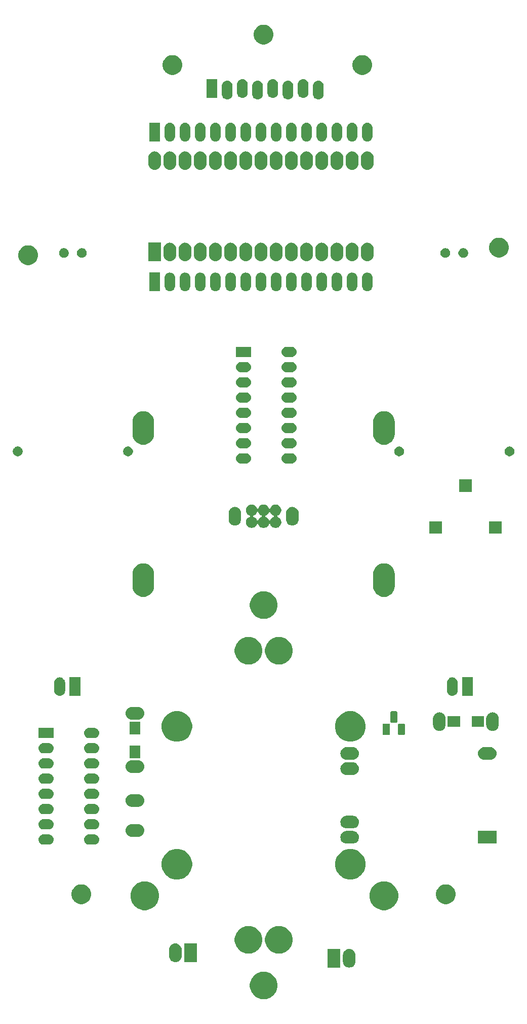
<source format=gts>
G04 #@! TF.GenerationSoftware,KiCad,Pcbnew,5.1.4-e60b266~84~ubuntu19.04.1*
G04 #@! TF.CreationDate,2019-08-09T15:37:27-04:00*
G04 #@! TF.ProjectId,Rover V6,526f7665-7220-4563-962e-6b696361645f,rev?*
G04 #@! TF.SameCoordinates,Original*
G04 #@! TF.FileFunction,Soldermask,Top*
G04 #@! TF.FilePolarity,Negative*
%FSLAX46Y46*%
G04 Gerber Fmt 4.6, Leading zero omitted, Abs format (unit mm)*
G04 Created by KiCad (PCBNEW 5.1.4-e60b266~84~ubuntu19.04.1) date 2019-08-09 15:37:27*
%MOMM*%
%LPD*%
G04 APERTURE LIST*
%ADD10C,0.100000*%
G04 APERTURE END LIST*
D10*
G36*
X121670903Y-179213213D02*
G01*
X121893177Y-179257426D01*
X122311932Y-179430880D01*
X122688802Y-179682696D01*
X123009304Y-180003198D01*
X123261120Y-180380068D01*
X123434574Y-180798823D01*
X123523000Y-181243371D01*
X123523000Y-181696629D01*
X123434574Y-182141177D01*
X123261120Y-182559932D01*
X123009304Y-182936802D01*
X122688802Y-183257304D01*
X122311932Y-183509120D01*
X121893177Y-183682574D01*
X121670903Y-183726787D01*
X121448630Y-183771000D01*
X120995370Y-183771000D01*
X120773097Y-183726787D01*
X120550823Y-183682574D01*
X120132068Y-183509120D01*
X119755198Y-183257304D01*
X119434696Y-182936802D01*
X119182880Y-182559932D01*
X119009426Y-182141177D01*
X118921000Y-181696629D01*
X118921000Y-181243371D01*
X119009426Y-180798823D01*
X119182880Y-180380068D01*
X119434696Y-180003198D01*
X119755198Y-179682696D01*
X120132068Y-179430880D01*
X120550823Y-179257426D01*
X120773097Y-179213213D01*
X120995370Y-179169000D01*
X121448630Y-179169000D01*
X121670903Y-179213213D01*
X121670903Y-179213213D01*
G37*
G36*
X135746031Y-175375207D02*
G01*
X135944145Y-175435305D01*
X135944148Y-175435306D01*
X136010030Y-175470521D01*
X136126729Y-175532897D01*
X136286765Y-175664235D01*
X136418103Y-175824271D01*
X136418104Y-175824273D01*
X136515694Y-176006851D01*
X136515694Y-176006852D01*
X136515695Y-176006854D01*
X136575793Y-176204968D01*
X136591000Y-176359370D01*
X136591000Y-177462630D01*
X136575793Y-177617032D01*
X136515695Y-177815146D01*
X136515694Y-177815149D01*
X136463939Y-177911975D01*
X136418103Y-177997729D01*
X136286765Y-178157765D01*
X136126729Y-178289103D01*
X136040975Y-178334939D01*
X135944149Y-178386694D01*
X135944146Y-178386695D01*
X135746032Y-178446793D01*
X135540000Y-178467085D01*
X135333969Y-178446793D01*
X135135855Y-178386695D01*
X135135852Y-178386694D01*
X135039026Y-178334939D01*
X134953272Y-178289103D01*
X134793236Y-178157765D01*
X134661898Y-177997729D01*
X134639184Y-177955234D01*
X134564305Y-177815147D01*
X134504207Y-177617030D01*
X134489000Y-177462631D01*
X134489000Y-176359370D01*
X134504207Y-176204971D01*
X134504207Y-176204969D01*
X134564305Y-176006855D01*
X134564306Y-176006852D01*
X134627235Y-175889120D01*
X134661897Y-175824271D01*
X134793235Y-175664235D01*
X134953271Y-175532897D01*
X135039025Y-175487061D01*
X135135851Y-175435306D01*
X135135854Y-175435305D01*
X135333968Y-175375207D01*
X135540000Y-175354915D01*
X135746031Y-175375207D01*
X135746031Y-175375207D01*
G37*
G36*
X134051000Y-178462000D02*
G01*
X131949000Y-178462000D01*
X131949000Y-175360000D01*
X134051000Y-175360000D01*
X134051000Y-178462000D01*
X134051000Y-178462000D01*
G37*
G36*
X106666032Y-174464207D02*
G01*
X106853831Y-174521176D01*
X106864149Y-174524306D01*
X106960975Y-174576061D01*
X107046729Y-174621897D01*
X107206765Y-174753235D01*
X107338103Y-174913271D01*
X107383939Y-174999025D01*
X107435694Y-175095851D01*
X107435695Y-175095854D01*
X107495793Y-175293968D01*
X107511000Y-175448370D01*
X107511000Y-176551630D01*
X107495793Y-176706032D01*
X107435695Y-176904145D01*
X107435694Y-176904149D01*
X107383939Y-177000975D01*
X107338103Y-177086729D01*
X107206765Y-177246765D01*
X107046729Y-177378103D01*
X106930030Y-177440479D01*
X106864148Y-177475694D01*
X106864145Y-177475695D01*
X106666031Y-177535793D01*
X106460000Y-177556085D01*
X106253968Y-177535793D01*
X106055854Y-177475695D01*
X106055851Y-177475694D01*
X105959025Y-177423939D01*
X105873271Y-177378103D01*
X105713235Y-177246765D01*
X105581897Y-177086729D01*
X105484307Y-176904149D01*
X105484306Y-176904148D01*
X105484305Y-176904145D01*
X105424207Y-176706031D01*
X105409000Y-176551629D01*
X105409000Y-175448370D01*
X105417704Y-175360000D01*
X105424207Y-175293970D01*
X105484305Y-175095853D01*
X105559184Y-174955765D01*
X105581898Y-174913271D01*
X105713236Y-174753235D01*
X105873272Y-174621897D01*
X105959026Y-174576061D01*
X106055852Y-174524306D01*
X106066170Y-174521176D01*
X106253969Y-174464207D01*
X106460000Y-174443915D01*
X106666032Y-174464207D01*
X106666032Y-174464207D01*
G37*
G36*
X110051000Y-177551000D02*
G01*
X107949000Y-177551000D01*
X107949000Y-174449000D01*
X110051000Y-174449000D01*
X110051000Y-177551000D01*
X110051000Y-177551000D01*
G37*
G36*
X124210903Y-171593213D02*
G01*
X124433177Y-171637426D01*
X124851932Y-171810880D01*
X125228802Y-172062696D01*
X125549304Y-172383198D01*
X125801120Y-172760068D01*
X125974574Y-173178823D01*
X126063000Y-173623371D01*
X126063000Y-174076629D01*
X125974574Y-174521177D01*
X125801120Y-174939932D01*
X125549304Y-175316802D01*
X125228802Y-175637304D01*
X124851932Y-175889120D01*
X124433177Y-176062574D01*
X124210903Y-176106787D01*
X123988630Y-176151000D01*
X123535370Y-176151000D01*
X123313097Y-176106787D01*
X123090823Y-176062574D01*
X122672068Y-175889120D01*
X122295198Y-175637304D01*
X121974696Y-175316802D01*
X121722880Y-174939932D01*
X121549426Y-174521177D01*
X121461000Y-174076629D01*
X121461000Y-173623371D01*
X121549426Y-173178823D01*
X121722880Y-172760068D01*
X121974696Y-172383198D01*
X122295198Y-172062696D01*
X122672068Y-171810880D01*
X123090823Y-171637426D01*
X123313097Y-171593213D01*
X123535370Y-171549000D01*
X123988630Y-171549000D01*
X124210903Y-171593213D01*
X124210903Y-171593213D01*
G37*
G36*
X119130903Y-171593213D02*
G01*
X119353177Y-171637426D01*
X119771932Y-171810880D01*
X120148802Y-172062696D01*
X120469304Y-172383198D01*
X120721120Y-172760068D01*
X120894574Y-173178823D01*
X120983000Y-173623371D01*
X120983000Y-174076629D01*
X120894574Y-174521177D01*
X120721120Y-174939932D01*
X120469304Y-175316802D01*
X120148802Y-175637304D01*
X119771932Y-175889120D01*
X119353177Y-176062574D01*
X119130903Y-176106787D01*
X118908630Y-176151000D01*
X118455370Y-176151000D01*
X118233097Y-176106787D01*
X118010823Y-176062574D01*
X117592068Y-175889120D01*
X117215198Y-175637304D01*
X116894696Y-175316802D01*
X116642880Y-174939932D01*
X116469426Y-174521177D01*
X116381000Y-174076629D01*
X116381000Y-173623371D01*
X116469426Y-173178823D01*
X116642880Y-172760068D01*
X116894696Y-172383198D01*
X117215198Y-172062696D01*
X117592068Y-171810880D01*
X118010823Y-171637426D01*
X118233097Y-171593213D01*
X118455370Y-171549000D01*
X118908630Y-171549000D01*
X119130903Y-171593213D01*
X119130903Y-171593213D01*
G37*
G36*
X141814412Y-164129135D02*
G01*
X142046346Y-164175269D01*
X142483300Y-164356262D01*
X142876548Y-164619022D01*
X143210978Y-164953452D01*
X143473738Y-165346700D01*
X143654731Y-165783654D01*
X143747000Y-166247522D01*
X143747000Y-166720478D01*
X143654731Y-167184346D01*
X143473738Y-167621300D01*
X143210978Y-168014548D01*
X142876548Y-168348978D01*
X142483300Y-168611738D01*
X142046346Y-168792731D01*
X141814412Y-168838865D01*
X141582479Y-168885000D01*
X141109521Y-168885000D01*
X140877588Y-168838865D01*
X140645654Y-168792731D01*
X140208700Y-168611738D01*
X139815452Y-168348978D01*
X139481022Y-168014548D01*
X139218262Y-167621300D01*
X139037269Y-167184346D01*
X138945000Y-166720478D01*
X138945000Y-166247522D01*
X139037269Y-165783654D01*
X139218262Y-165346700D01*
X139481022Y-164953452D01*
X139815452Y-164619022D01*
X140208700Y-164356262D01*
X140645654Y-164175269D01*
X140877588Y-164129135D01*
X141109521Y-164083000D01*
X141582479Y-164083000D01*
X141814412Y-164129135D01*
X141814412Y-164129135D01*
G37*
G36*
X101814412Y-164129135D02*
G01*
X102046346Y-164175269D01*
X102483300Y-164356262D01*
X102876548Y-164619022D01*
X103210978Y-164953452D01*
X103473738Y-165346700D01*
X103654731Y-165783654D01*
X103747000Y-166247522D01*
X103747000Y-166720478D01*
X103654731Y-167184346D01*
X103473738Y-167621300D01*
X103210978Y-168014548D01*
X102876548Y-168348978D01*
X102483300Y-168611738D01*
X102046346Y-168792731D01*
X101814412Y-168838865D01*
X101582479Y-168885000D01*
X101109521Y-168885000D01*
X100877588Y-168838865D01*
X100645654Y-168792731D01*
X100208700Y-168611738D01*
X99815452Y-168348978D01*
X99481022Y-168014548D01*
X99218262Y-167621300D01*
X99037269Y-167184346D01*
X98945000Y-166720478D01*
X98945000Y-166247522D01*
X99037269Y-165783654D01*
X99218262Y-165346700D01*
X99481022Y-164953452D01*
X99815452Y-164619022D01*
X100208700Y-164356262D01*
X100645654Y-164175269D01*
X100877588Y-164129135D01*
X101109521Y-164083000D01*
X101582479Y-164083000D01*
X101814412Y-164129135D01*
X101814412Y-164129135D01*
G37*
G36*
X152077256Y-164621298D02*
G01*
X152183579Y-164642447D01*
X152484042Y-164766903D01*
X152754451Y-164947585D01*
X152984415Y-165177549D01*
X153165097Y-165447958D01*
X153289553Y-165748421D01*
X153353000Y-166067391D01*
X153353000Y-166392609D01*
X153289553Y-166711579D01*
X153165097Y-167012042D01*
X152984415Y-167282451D01*
X152754451Y-167512415D01*
X152484042Y-167693097D01*
X152183579Y-167817553D01*
X152077256Y-167838702D01*
X151864611Y-167881000D01*
X151539389Y-167881000D01*
X151326744Y-167838702D01*
X151220421Y-167817553D01*
X150919958Y-167693097D01*
X150649549Y-167512415D01*
X150419585Y-167282451D01*
X150238903Y-167012042D01*
X150114447Y-166711579D01*
X150051000Y-166392609D01*
X150051000Y-166067391D01*
X150114447Y-165748421D01*
X150238903Y-165447958D01*
X150419585Y-165177549D01*
X150649549Y-164947585D01*
X150919958Y-164766903D01*
X151220421Y-164642447D01*
X151326744Y-164621298D01*
X151539389Y-164579000D01*
X151864611Y-164579000D01*
X152077256Y-164621298D01*
X152077256Y-164621298D01*
G37*
G36*
X91116756Y-164621298D02*
G01*
X91223079Y-164642447D01*
X91523542Y-164766903D01*
X91793951Y-164947585D01*
X92023915Y-165177549D01*
X92204597Y-165447958D01*
X92329053Y-165748421D01*
X92392500Y-166067391D01*
X92392500Y-166392609D01*
X92329053Y-166711579D01*
X92204597Y-167012042D01*
X92023915Y-167282451D01*
X91793951Y-167512415D01*
X91523542Y-167693097D01*
X91223079Y-167817553D01*
X91116756Y-167838702D01*
X90904111Y-167881000D01*
X90578889Y-167881000D01*
X90366244Y-167838702D01*
X90259921Y-167817553D01*
X89959458Y-167693097D01*
X89689049Y-167512415D01*
X89459085Y-167282451D01*
X89278403Y-167012042D01*
X89153947Y-166711579D01*
X89090500Y-166392609D01*
X89090500Y-166067391D01*
X89153947Y-165748421D01*
X89278403Y-165447958D01*
X89459085Y-165177549D01*
X89689049Y-164947585D01*
X89959458Y-164766903D01*
X90259921Y-164642447D01*
X90366244Y-164621298D01*
X90578889Y-164579000D01*
X90904111Y-164579000D01*
X91116756Y-164621298D01*
X91116756Y-164621298D01*
G37*
G36*
X136466098Y-158767033D02*
G01*
X136930350Y-158959332D01*
X136930352Y-158959333D01*
X137348168Y-159238509D01*
X137703491Y-159593832D01*
X137982667Y-160011648D01*
X137982668Y-160011650D01*
X138174967Y-160475902D01*
X138273000Y-160968747D01*
X138273000Y-161471253D01*
X138174967Y-161964098D01*
X137982668Y-162428350D01*
X137982667Y-162428352D01*
X137703491Y-162846168D01*
X137348168Y-163201491D01*
X136930352Y-163480667D01*
X136930351Y-163480668D01*
X136930350Y-163480668D01*
X136466098Y-163672967D01*
X135973253Y-163771000D01*
X135470747Y-163771000D01*
X134977902Y-163672967D01*
X134513650Y-163480668D01*
X134513649Y-163480668D01*
X134513648Y-163480667D01*
X134095832Y-163201491D01*
X133740509Y-162846168D01*
X133461333Y-162428352D01*
X133461332Y-162428350D01*
X133269033Y-161964098D01*
X133171000Y-161471253D01*
X133171000Y-160968747D01*
X133269033Y-160475902D01*
X133461332Y-160011650D01*
X133461333Y-160011648D01*
X133740509Y-159593832D01*
X134095832Y-159238509D01*
X134513648Y-158959333D01*
X134513650Y-158959332D01*
X134977902Y-158767033D01*
X135470747Y-158669000D01*
X135973253Y-158669000D01*
X136466098Y-158767033D01*
X136466098Y-158767033D01*
G37*
G36*
X107466098Y-158767033D02*
G01*
X107930350Y-158959332D01*
X107930352Y-158959333D01*
X108348168Y-159238509D01*
X108703491Y-159593832D01*
X108982667Y-160011648D01*
X108982668Y-160011650D01*
X109174967Y-160475902D01*
X109273000Y-160968747D01*
X109273000Y-161471253D01*
X109174967Y-161964098D01*
X108982668Y-162428350D01*
X108982667Y-162428352D01*
X108703491Y-162846168D01*
X108348168Y-163201491D01*
X107930352Y-163480667D01*
X107930351Y-163480668D01*
X107930350Y-163480668D01*
X107466098Y-163672967D01*
X106973253Y-163771000D01*
X106470747Y-163771000D01*
X105977902Y-163672967D01*
X105513650Y-163480668D01*
X105513649Y-163480668D01*
X105513648Y-163480667D01*
X105095832Y-163201491D01*
X104740509Y-162846168D01*
X104461333Y-162428352D01*
X104461332Y-162428350D01*
X104269033Y-161964098D01*
X104171000Y-161471253D01*
X104171000Y-160968747D01*
X104269033Y-160475902D01*
X104461332Y-160011650D01*
X104461333Y-160011648D01*
X104740509Y-159593832D01*
X105095832Y-159238509D01*
X105513648Y-158959333D01*
X105513650Y-158959332D01*
X105977902Y-158767033D01*
X106470747Y-158669000D01*
X106973253Y-158669000D01*
X107466098Y-158767033D01*
X107466098Y-158767033D01*
G37*
G36*
X85402823Y-156260313D02*
G01*
X85563242Y-156308976D01*
X85695906Y-156379886D01*
X85711078Y-156387996D01*
X85840659Y-156494341D01*
X85947004Y-156623922D01*
X85947005Y-156623924D01*
X86026024Y-156771758D01*
X86074687Y-156932177D01*
X86091117Y-157099000D01*
X86074687Y-157265823D01*
X86026024Y-157426242D01*
X86005433Y-157464765D01*
X85947004Y-157574078D01*
X85840659Y-157703659D01*
X85711078Y-157810004D01*
X85711076Y-157810005D01*
X85563242Y-157889024D01*
X85402823Y-157937687D01*
X85277804Y-157950000D01*
X84394196Y-157950000D01*
X84269177Y-157937687D01*
X84108758Y-157889024D01*
X83960924Y-157810005D01*
X83960922Y-157810004D01*
X83831341Y-157703659D01*
X83724996Y-157574078D01*
X83666567Y-157464765D01*
X83645976Y-157426242D01*
X83597313Y-157265823D01*
X83580883Y-157099000D01*
X83597313Y-156932177D01*
X83645976Y-156771758D01*
X83724995Y-156623924D01*
X83724996Y-156623922D01*
X83831341Y-156494341D01*
X83960922Y-156387996D01*
X83976094Y-156379886D01*
X84108758Y-156308976D01*
X84269177Y-156260313D01*
X84394196Y-156248000D01*
X85277804Y-156248000D01*
X85402823Y-156260313D01*
X85402823Y-156260313D01*
G37*
G36*
X93022823Y-156260313D02*
G01*
X93183242Y-156308976D01*
X93315906Y-156379886D01*
X93331078Y-156387996D01*
X93460659Y-156494341D01*
X93567004Y-156623922D01*
X93567005Y-156623924D01*
X93646024Y-156771758D01*
X93694687Y-156932177D01*
X93711117Y-157099000D01*
X93694687Y-157265823D01*
X93646024Y-157426242D01*
X93625433Y-157464765D01*
X93567004Y-157574078D01*
X93460659Y-157703659D01*
X93331078Y-157810004D01*
X93331076Y-157810005D01*
X93183242Y-157889024D01*
X93022823Y-157937687D01*
X92897804Y-157950000D01*
X92014196Y-157950000D01*
X91889177Y-157937687D01*
X91728758Y-157889024D01*
X91580924Y-157810005D01*
X91580922Y-157810004D01*
X91451341Y-157703659D01*
X91344996Y-157574078D01*
X91286567Y-157464765D01*
X91265976Y-157426242D01*
X91217313Y-157265823D01*
X91200883Y-157099000D01*
X91217313Y-156932177D01*
X91265976Y-156771758D01*
X91344995Y-156623924D01*
X91344996Y-156623922D01*
X91451341Y-156494341D01*
X91580922Y-156387996D01*
X91596094Y-156379886D01*
X91728758Y-156308976D01*
X91889177Y-156260313D01*
X92014196Y-156248000D01*
X92897804Y-156248000D01*
X93022823Y-156260313D01*
X93022823Y-156260313D01*
G37*
G36*
X160174000Y-157769000D02*
G01*
X157072000Y-157769000D01*
X157072000Y-155667000D01*
X160174000Y-155667000D01*
X160174000Y-157769000D01*
X160174000Y-157769000D01*
G37*
G36*
X136226097Y-155672069D02*
G01*
X136329032Y-155682207D01*
X136527146Y-155742305D01*
X136527149Y-155742306D01*
X136599596Y-155781030D01*
X136709729Y-155839897D01*
X136869765Y-155971235D01*
X137001103Y-156131271D01*
X137017382Y-156161728D01*
X137098694Y-156313851D01*
X137098695Y-156313854D01*
X137158793Y-156511968D01*
X137179085Y-156718000D01*
X137158793Y-156924032D01*
X137156322Y-156932177D01*
X137098694Y-157122149D01*
X137046939Y-157218975D01*
X137001103Y-157304729D01*
X136869765Y-157464765D01*
X136709729Y-157596103D01*
X136623975Y-157641939D01*
X136527149Y-157693694D01*
X136527146Y-157693695D01*
X136329032Y-157753793D01*
X136226097Y-157763931D01*
X136174631Y-157769000D01*
X135071369Y-157769000D01*
X135019903Y-157763931D01*
X134916968Y-157753793D01*
X134718854Y-157693695D01*
X134718851Y-157693694D01*
X134622025Y-157641939D01*
X134536271Y-157596103D01*
X134376235Y-157464765D01*
X134244897Y-157304729D01*
X134199061Y-157218975D01*
X134147306Y-157122149D01*
X134089678Y-156932177D01*
X134087207Y-156924032D01*
X134066915Y-156718000D01*
X134087207Y-156511968D01*
X134147305Y-156313854D01*
X134147306Y-156313851D01*
X134228618Y-156161728D01*
X134244897Y-156131271D01*
X134376235Y-155971235D01*
X134536271Y-155839897D01*
X134646404Y-155781030D01*
X134718851Y-155742306D01*
X134718854Y-155742305D01*
X134916968Y-155682207D01*
X135019903Y-155672069D01*
X135071369Y-155667000D01*
X136174631Y-155667000D01*
X136226097Y-155672069D01*
X136226097Y-155672069D01*
G37*
G36*
X100298097Y-154529069D02*
G01*
X100401032Y-154539207D01*
X100599146Y-154599305D01*
X100599149Y-154599306D01*
X100695975Y-154651061D01*
X100781729Y-154696897D01*
X100941765Y-154828235D01*
X101073103Y-154988271D01*
X101097586Y-155034076D01*
X101170694Y-155170851D01*
X101170695Y-155170854D01*
X101230793Y-155368968D01*
X101251085Y-155575000D01*
X101230793Y-155781032D01*
X101212936Y-155839897D01*
X101170694Y-155979149D01*
X101118939Y-156075975D01*
X101073103Y-156161729D01*
X100941765Y-156321765D01*
X100781729Y-156453103D01*
X100704578Y-156494341D01*
X100599149Y-156550694D01*
X100599146Y-156550695D01*
X100401032Y-156610793D01*
X100298097Y-156620931D01*
X100246631Y-156626000D01*
X99143369Y-156626000D01*
X99091903Y-156620931D01*
X98988968Y-156610793D01*
X98790854Y-156550695D01*
X98790851Y-156550694D01*
X98685422Y-156494341D01*
X98608271Y-156453103D01*
X98448235Y-156321765D01*
X98316897Y-156161729D01*
X98271061Y-156075975D01*
X98219306Y-155979149D01*
X98177064Y-155839897D01*
X98159207Y-155781032D01*
X98138915Y-155575000D01*
X98159207Y-155368968D01*
X98219305Y-155170854D01*
X98219306Y-155170851D01*
X98292414Y-155034076D01*
X98316897Y-154988271D01*
X98448235Y-154828235D01*
X98608271Y-154696897D01*
X98694025Y-154651061D01*
X98790851Y-154599306D01*
X98790854Y-154599305D01*
X98988968Y-154539207D01*
X99091903Y-154529069D01*
X99143369Y-154524000D01*
X100246631Y-154524000D01*
X100298097Y-154529069D01*
X100298097Y-154529069D01*
G37*
G36*
X85402823Y-153720313D02*
G01*
X85563242Y-153768976D01*
X85695906Y-153839886D01*
X85711078Y-153847996D01*
X85840659Y-153954341D01*
X85947004Y-154083922D01*
X85947005Y-154083924D01*
X86026024Y-154231758D01*
X86074687Y-154392177D01*
X86091117Y-154559000D01*
X86074687Y-154725823D01*
X86026024Y-154886242D01*
X86005433Y-154924765D01*
X85947004Y-155034078D01*
X85840659Y-155163659D01*
X85711078Y-155270004D01*
X85711076Y-155270005D01*
X85563242Y-155349024D01*
X85402823Y-155397687D01*
X85277804Y-155410000D01*
X84394196Y-155410000D01*
X84269177Y-155397687D01*
X84108758Y-155349024D01*
X83960924Y-155270005D01*
X83960922Y-155270004D01*
X83831341Y-155163659D01*
X83724996Y-155034078D01*
X83666567Y-154924765D01*
X83645976Y-154886242D01*
X83597313Y-154725823D01*
X83580883Y-154559000D01*
X83597313Y-154392177D01*
X83645976Y-154231758D01*
X83724995Y-154083924D01*
X83724996Y-154083922D01*
X83831341Y-153954341D01*
X83960922Y-153847996D01*
X83976094Y-153839886D01*
X84108758Y-153768976D01*
X84269177Y-153720313D01*
X84394196Y-153708000D01*
X85277804Y-153708000D01*
X85402823Y-153720313D01*
X85402823Y-153720313D01*
G37*
G36*
X93022823Y-153720313D02*
G01*
X93183242Y-153768976D01*
X93315906Y-153839886D01*
X93331078Y-153847996D01*
X93460659Y-153954341D01*
X93567004Y-154083922D01*
X93567005Y-154083924D01*
X93646024Y-154231758D01*
X93694687Y-154392177D01*
X93711117Y-154559000D01*
X93694687Y-154725823D01*
X93646024Y-154886242D01*
X93625433Y-154924765D01*
X93567004Y-155034078D01*
X93460659Y-155163659D01*
X93331078Y-155270004D01*
X93331076Y-155270005D01*
X93183242Y-155349024D01*
X93022823Y-155397687D01*
X92897804Y-155410000D01*
X92014196Y-155410000D01*
X91889177Y-155397687D01*
X91728758Y-155349024D01*
X91580924Y-155270005D01*
X91580922Y-155270004D01*
X91451341Y-155163659D01*
X91344996Y-155034078D01*
X91286567Y-154924765D01*
X91265976Y-154886242D01*
X91217313Y-154725823D01*
X91200883Y-154559000D01*
X91217313Y-154392177D01*
X91265976Y-154231758D01*
X91344995Y-154083924D01*
X91344996Y-154083922D01*
X91451341Y-153954341D01*
X91580922Y-153847996D01*
X91596094Y-153839886D01*
X91728758Y-153768976D01*
X91889177Y-153720313D01*
X92014196Y-153708000D01*
X92897804Y-153708000D01*
X93022823Y-153720313D01*
X93022823Y-153720313D01*
G37*
G36*
X136226097Y-153132069D02*
G01*
X136329032Y-153142207D01*
X136527146Y-153202305D01*
X136527149Y-153202306D01*
X136623975Y-153254061D01*
X136709729Y-153299897D01*
X136869765Y-153431235D01*
X137001103Y-153591271D01*
X137046939Y-153677025D01*
X137098694Y-153773851D01*
X137098695Y-153773854D01*
X137158793Y-153971968D01*
X137179085Y-154178000D01*
X137158793Y-154384032D01*
X137105716Y-154559000D01*
X137098694Y-154582149D01*
X137089523Y-154599306D01*
X137001103Y-154764729D01*
X136869765Y-154924765D01*
X136709729Y-155056103D01*
X136623975Y-155101939D01*
X136527149Y-155153694D01*
X136527146Y-155153695D01*
X136329032Y-155213793D01*
X136226097Y-155223931D01*
X136174631Y-155229000D01*
X135071369Y-155229000D01*
X135019903Y-155223931D01*
X134916968Y-155213793D01*
X134718854Y-155153695D01*
X134718851Y-155153694D01*
X134622025Y-155101939D01*
X134536271Y-155056103D01*
X134376235Y-154924765D01*
X134244897Y-154764729D01*
X134156477Y-154599306D01*
X134147306Y-154582149D01*
X134140284Y-154559000D01*
X134087207Y-154384032D01*
X134066915Y-154178000D01*
X134087207Y-153971968D01*
X134147305Y-153773854D01*
X134147306Y-153773851D01*
X134199061Y-153677025D01*
X134244897Y-153591271D01*
X134376235Y-153431235D01*
X134536271Y-153299897D01*
X134622025Y-153254061D01*
X134718851Y-153202306D01*
X134718854Y-153202305D01*
X134916968Y-153142207D01*
X135019903Y-153132069D01*
X135071369Y-153127000D01*
X136174631Y-153127000D01*
X136226097Y-153132069D01*
X136226097Y-153132069D01*
G37*
G36*
X93022823Y-151180313D02*
G01*
X93183242Y-151228976D01*
X93315906Y-151299886D01*
X93331078Y-151307996D01*
X93460659Y-151414341D01*
X93567004Y-151543922D01*
X93567005Y-151543924D01*
X93646024Y-151691758D01*
X93694687Y-151852177D01*
X93711117Y-152019000D01*
X93694687Y-152185823D01*
X93646024Y-152346242D01*
X93575114Y-152478906D01*
X93567004Y-152494078D01*
X93460659Y-152623659D01*
X93331078Y-152730004D01*
X93331076Y-152730005D01*
X93183242Y-152809024D01*
X93022823Y-152857687D01*
X92897804Y-152870000D01*
X92014196Y-152870000D01*
X91889177Y-152857687D01*
X91728758Y-152809024D01*
X91580924Y-152730005D01*
X91580922Y-152730004D01*
X91451341Y-152623659D01*
X91344996Y-152494078D01*
X91336886Y-152478906D01*
X91265976Y-152346242D01*
X91217313Y-152185823D01*
X91200883Y-152019000D01*
X91217313Y-151852177D01*
X91265976Y-151691758D01*
X91344995Y-151543924D01*
X91344996Y-151543922D01*
X91451341Y-151414341D01*
X91580922Y-151307996D01*
X91596094Y-151299886D01*
X91728758Y-151228976D01*
X91889177Y-151180313D01*
X92014196Y-151168000D01*
X92897804Y-151168000D01*
X93022823Y-151180313D01*
X93022823Y-151180313D01*
G37*
G36*
X85402823Y-151180313D02*
G01*
X85563242Y-151228976D01*
X85695906Y-151299886D01*
X85711078Y-151307996D01*
X85840659Y-151414341D01*
X85947004Y-151543922D01*
X85947005Y-151543924D01*
X86026024Y-151691758D01*
X86074687Y-151852177D01*
X86091117Y-152019000D01*
X86074687Y-152185823D01*
X86026024Y-152346242D01*
X85955114Y-152478906D01*
X85947004Y-152494078D01*
X85840659Y-152623659D01*
X85711078Y-152730004D01*
X85711076Y-152730005D01*
X85563242Y-152809024D01*
X85402823Y-152857687D01*
X85277804Y-152870000D01*
X84394196Y-152870000D01*
X84269177Y-152857687D01*
X84108758Y-152809024D01*
X83960924Y-152730005D01*
X83960922Y-152730004D01*
X83831341Y-152623659D01*
X83724996Y-152494078D01*
X83716886Y-152478906D01*
X83645976Y-152346242D01*
X83597313Y-152185823D01*
X83580883Y-152019000D01*
X83597313Y-151852177D01*
X83645976Y-151691758D01*
X83724995Y-151543924D01*
X83724996Y-151543922D01*
X83831341Y-151414341D01*
X83960922Y-151307996D01*
X83976094Y-151299886D01*
X84108758Y-151228976D01*
X84269177Y-151180313D01*
X84394196Y-151168000D01*
X85277804Y-151168000D01*
X85402823Y-151180313D01*
X85402823Y-151180313D01*
G37*
G36*
X100298097Y-149529069D02*
G01*
X100401032Y-149539207D01*
X100599146Y-149599305D01*
X100599149Y-149599306D01*
X100686176Y-149645823D01*
X100781729Y-149696897D01*
X100941765Y-149828235D01*
X101073103Y-149988271D01*
X101118939Y-150074025D01*
X101170694Y-150170851D01*
X101170695Y-150170854D01*
X101230793Y-150368968D01*
X101251085Y-150575000D01*
X101230793Y-150781032D01*
X101170695Y-150979146D01*
X101170694Y-150979149D01*
X101118939Y-151075975D01*
X101073103Y-151161729D01*
X100941765Y-151321765D01*
X100781729Y-151453103D01*
X100695975Y-151498939D01*
X100599149Y-151550694D01*
X100599146Y-151550695D01*
X100401032Y-151610793D01*
X100298097Y-151620931D01*
X100246631Y-151626000D01*
X99143369Y-151626000D01*
X99091903Y-151620931D01*
X98988968Y-151610793D01*
X98790854Y-151550695D01*
X98790851Y-151550694D01*
X98694025Y-151498939D01*
X98608271Y-151453103D01*
X98448235Y-151321765D01*
X98316897Y-151161729D01*
X98271061Y-151075975D01*
X98219306Y-150979149D01*
X98219305Y-150979146D01*
X98159207Y-150781032D01*
X98138915Y-150575000D01*
X98159207Y-150368968D01*
X98219305Y-150170854D01*
X98219306Y-150170851D01*
X98271061Y-150074025D01*
X98316897Y-149988271D01*
X98448235Y-149828235D01*
X98608271Y-149696897D01*
X98703824Y-149645823D01*
X98790851Y-149599306D01*
X98790854Y-149599305D01*
X98988968Y-149539207D01*
X99091903Y-149529069D01*
X99143369Y-149524000D01*
X100246631Y-149524000D01*
X100298097Y-149529069D01*
X100298097Y-149529069D01*
G37*
G36*
X93022823Y-148640313D02*
G01*
X93183242Y-148688976D01*
X93315906Y-148759886D01*
X93331078Y-148767996D01*
X93460659Y-148874341D01*
X93567004Y-149003922D01*
X93567005Y-149003924D01*
X93646024Y-149151758D01*
X93694687Y-149312177D01*
X93711117Y-149479000D01*
X93694687Y-149645823D01*
X93646024Y-149806242D01*
X93634268Y-149828235D01*
X93567004Y-149954078D01*
X93460659Y-150083659D01*
X93331078Y-150190004D01*
X93331076Y-150190005D01*
X93183242Y-150269024D01*
X93022823Y-150317687D01*
X92897804Y-150330000D01*
X92014196Y-150330000D01*
X91889177Y-150317687D01*
X91728758Y-150269024D01*
X91580924Y-150190005D01*
X91580922Y-150190004D01*
X91451341Y-150083659D01*
X91344996Y-149954078D01*
X91277732Y-149828235D01*
X91265976Y-149806242D01*
X91217313Y-149645823D01*
X91200883Y-149479000D01*
X91217313Y-149312177D01*
X91265976Y-149151758D01*
X91344995Y-149003924D01*
X91344996Y-149003922D01*
X91451341Y-148874341D01*
X91580922Y-148767996D01*
X91596094Y-148759886D01*
X91728758Y-148688976D01*
X91889177Y-148640313D01*
X92014196Y-148628000D01*
X92897804Y-148628000D01*
X93022823Y-148640313D01*
X93022823Y-148640313D01*
G37*
G36*
X85402823Y-148640313D02*
G01*
X85563242Y-148688976D01*
X85695906Y-148759886D01*
X85711078Y-148767996D01*
X85840659Y-148874341D01*
X85947004Y-149003922D01*
X85947005Y-149003924D01*
X86026024Y-149151758D01*
X86074687Y-149312177D01*
X86091117Y-149479000D01*
X86074687Y-149645823D01*
X86026024Y-149806242D01*
X86014268Y-149828235D01*
X85947004Y-149954078D01*
X85840659Y-150083659D01*
X85711078Y-150190004D01*
X85711076Y-150190005D01*
X85563242Y-150269024D01*
X85402823Y-150317687D01*
X85277804Y-150330000D01*
X84394196Y-150330000D01*
X84269177Y-150317687D01*
X84108758Y-150269024D01*
X83960924Y-150190005D01*
X83960922Y-150190004D01*
X83831341Y-150083659D01*
X83724996Y-149954078D01*
X83657732Y-149828235D01*
X83645976Y-149806242D01*
X83597313Y-149645823D01*
X83580883Y-149479000D01*
X83597313Y-149312177D01*
X83645976Y-149151758D01*
X83724995Y-149003924D01*
X83724996Y-149003922D01*
X83831341Y-148874341D01*
X83960922Y-148767996D01*
X83976094Y-148759886D01*
X84108758Y-148688976D01*
X84269177Y-148640313D01*
X84394196Y-148628000D01*
X85277804Y-148628000D01*
X85402823Y-148640313D01*
X85402823Y-148640313D01*
G37*
G36*
X85402823Y-146100313D02*
G01*
X85563242Y-146148976D01*
X85695906Y-146219886D01*
X85711078Y-146227996D01*
X85840659Y-146334341D01*
X85947004Y-146463922D01*
X85947005Y-146463924D01*
X86026024Y-146611758D01*
X86074687Y-146772177D01*
X86091117Y-146939000D01*
X86074687Y-147105823D01*
X86026024Y-147266242D01*
X85955114Y-147398906D01*
X85947004Y-147414078D01*
X85840659Y-147543659D01*
X85711078Y-147650004D01*
X85711076Y-147650005D01*
X85563242Y-147729024D01*
X85402823Y-147777687D01*
X85277804Y-147790000D01*
X84394196Y-147790000D01*
X84269177Y-147777687D01*
X84108758Y-147729024D01*
X83960924Y-147650005D01*
X83960922Y-147650004D01*
X83831341Y-147543659D01*
X83724996Y-147414078D01*
X83716886Y-147398906D01*
X83645976Y-147266242D01*
X83597313Y-147105823D01*
X83580883Y-146939000D01*
X83597313Y-146772177D01*
X83645976Y-146611758D01*
X83724995Y-146463924D01*
X83724996Y-146463922D01*
X83831341Y-146334341D01*
X83960922Y-146227996D01*
X83976094Y-146219886D01*
X84108758Y-146148976D01*
X84269177Y-146100313D01*
X84394196Y-146088000D01*
X85277804Y-146088000D01*
X85402823Y-146100313D01*
X85402823Y-146100313D01*
G37*
G36*
X93022823Y-146100313D02*
G01*
X93183242Y-146148976D01*
X93315906Y-146219886D01*
X93331078Y-146227996D01*
X93460659Y-146334341D01*
X93567004Y-146463922D01*
X93567005Y-146463924D01*
X93646024Y-146611758D01*
X93694687Y-146772177D01*
X93711117Y-146939000D01*
X93694687Y-147105823D01*
X93646024Y-147266242D01*
X93575114Y-147398906D01*
X93567004Y-147414078D01*
X93460659Y-147543659D01*
X93331078Y-147650004D01*
X93331076Y-147650005D01*
X93183242Y-147729024D01*
X93022823Y-147777687D01*
X92897804Y-147790000D01*
X92014196Y-147790000D01*
X91889177Y-147777687D01*
X91728758Y-147729024D01*
X91580924Y-147650005D01*
X91580922Y-147650004D01*
X91451341Y-147543659D01*
X91344996Y-147414078D01*
X91336886Y-147398906D01*
X91265976Y-147266242D01*
X91217313Y-147105823D01*
X91200883Y-146939000D01*
X91217313Y-146772177D01*
X91265976Y-146611758D01*
X91344995Y-146463924D01*
X91344996Y-146463922D01*
X91451341Y-146334341D01*
X91580922Y-146227996D01*
X91596094Y-146219886D01*
X91728758Y-146148976D01*
X91889177Y-146100313D01*
X92014196Y-146088000D01*
X92897804Y-146088000D01*
X93022823Y-146100313D01*
X93022823Y-146100313D01*
G37*
G36*
X136226097Y-144212069D02*
G01*
X136329032Y-144222207D01*
X136527146Y-144282305D01*
X136527149Y-144282306D01*
X136598176Y-144320271D01*
X136709729Y-144379897D01*
X136869765Y-144511235D01*
X137001103Y-144671271D01*
X137016976Y-144700968D01*
X137098694Y-144853851D01*
X137098695Y-144853854D01*
X137158793Y-145051968D01*
X137179085Y-145258000D01*
X137158793Y-145464032D01*
X137149784Y-145493729D01*
X137098694Y-145662149D01*
X137046939Y-145758975D01*
X137001103Y-145844729D01*
X136869765Y-146004765D01*
X136709729Y-146136103D01*
X136623975Y-146181939D01*
X136527149Y-146233694D01*
X136527146Y-146233695D01*
X136329032Y-146293793D01*
X136226097Y-146303931D01*
X136174631Y-146309000D01*
X135071369Y-146309000D01*
X135019903Y-146303931D01*
X134916968Y-146293793D01*
X134718854Y-146233695D01*
X134718851Y-146233694D01*
X134622025Y-146181939D01*
X134536271Y-146136103D01*
X134376235Y-146004765D01*
X134244897Y-145844729D01*
X134199061Y-145758975D01*
X134147306Y-145662149D01*
X134096216Y-145493729D01*
X134087207Y-145464032D01*
X134066915Y-145258000D01*
X134087207Y-145051968D01*
X134147305Y-144853854D01*
X134147306Y-144853851D01*
X134229024Y-144700968D01*
X134244897Y-144671271D01*
X134376235Y-144511235D01*
X134536271Y-144379897D01*
X134647824Y-144320271D01*
X134718851Y-144282306D01*
X134718854Y-144282305D01*
X134916968Y-144222207D01*
X135019903Y-144212069D01*
X135071369Y-144207000D01*
X136174631Y-144207000D01*
X136226097Y-144212069D01*
X136226097Y-144212069D01*
G37*
G36*
X100298097Y-143861069D02*
G01*
X100401032Y-143871207D01*
X100574814Y-143923924D01*
X100599149Y-143931306D01*
X100695975Y-143983061D01*
X100781729Y-144028897D01*
X100941765Y-144160235D01*
X101073103Y-144320271D01*
X101115184Y-144399000D01*
X101170694Y-144502851D01*
X101170695Y-144502854D01*
X101230793Y-144700968D01*
X101251085Y-144907000D01*
X101230793Y-145113032D01*
X101186817Y-145258000D01*
X101170694Y-145311149D01*
X101118939Y-145407975D01*
X101073103Y-145493729D01*
X100941765Y-145653765D01*
X100781729Y-145785103D01*
X100695975Y-145830939D01*
X100599149Y-145882694D01*
X100599146Y-145882695D01*
X100401032Y-145942793D01*
X100298097Y-145952931D01*
X100246631Y-145958000D01*
X99143369Y-145958000D01*
X99091903Y-145952931D01*
X98988968Y-145942793D01*
X98790854Y-145882695D01*
X98790851Y-145882694D01*
X98694025Y-145830939D01*
X98608271Y-145785103D01*
X98448235Y-145653765D01*
X98316897Y-145493729D01*
X98271061Y-145407975D01*
X98219306Y-145311149D01*
X98203183Y-145258000D01*
X98159207Y-145113032D01*
X98138915Y-144907000D01*
X98159207Y-144700968D01*
X98219305Y-144502854D01*
X98219306Y-144502851D01*
X98274816Y-144399000D01*
X98316897Y-144320271D01*
X98448235Y-144160235D01*
X98608271Y-144028897D01*
X98694025Y-143983061D01*
X98790851Y-143931306D01*
X98815186Y-143923924D01*
X98988968Y-143871207D01*
X99091903Y-143861069D01*
X99143369Y-143856000D01*
X100246631Y-143856000D01*
X100298097Y-143861069D01*
X100298097Y-143861069D01*
G37*
G36*
X93022823Y-143560313D02*
G01*
X93183242Y-143608976D01*
X93315906Y-143679886D01*
X93331078Y-143687996D01*
X93460659Y-143794341D01*
X93567004Y-143923922D01*
X93567005Y-143923924D01*
X93646024Y-144071758D01*
X93694687Y-144232177D01*
X93711117Y-144399000D01*
X93694687Y-144565823D01*
X93646024Y-144726242D01*
X93577815Y-144853851D01*
X93567004Y-144874078D01*
X93460659Y-145003659D01*
X93331078Y-145110004D01*
X93331076Y-145110005D01*
X93183242Y-145189024D01*
X93022823Y-145237687D01*
X92897804Y-145250000D01*
X92014196Y-145250000D01*
X91889177Y-145237687D01*
X91728758Y-145189024D01*
X91580924Y-145110005D01*
X91580922Y-145110004D01*
X91451341Y-145003659D01*
X91344996Y-144874078D01*
X91334185Y-144853851D01*
X91265976Y-144726242D01*
X91217313Y-144565823D01*
X91200883Y-144399000D01*
X91217313Y-144232177D01*
X91265976Y-144071758D01*
X91344995Y-143923924D01*
X91344996Y-143923922D01*
X91451341Y-143794341D01*
X91580922Y-143687996D01*
X91596094Y-143679886D01*
X91728758Y-143608976D01*
X91889177Y-143560313D01*
X92014196Y-143548000D01*
X92897804Y-143548000D01*
X93022823Y-143560313D01*
X93022823Y-143560313D01*
G37*
G36*
X85402823Y-143560313D02*
G01*
X85563242Y-143608976D01*
X85695906Y-143679886D01*
X85711078Y-143687996D01*
X85840659Y-143794341D01*
X85947004Y-143923922D01*
X85947005Y-143923924D01*
X86026024Y-144071758D01*
X86074687Y-144232177D01*
X86091117Y-144399000D01*
X86074687Y-144565823D01*
X86026024Y-144726242D01*
X85957815Y-144853851D01*
X85947004Y-144874078D01*
X85840659Y-145003659D01*
X85711078Y-145110004D01*
X85711076Y-145110005D01*
X85563242Y-145189024D01*
X85402823Y-145237687D01*
X85277804Y-145250000D01*
X84394196Y-145250000D01*
X84269177Y-145237687D01*
X84108758Y-145189024D01*
X83960924Y-145110005D01*
X83960922Y-145110004D01*
X83831341Y-145003659D01*
X83724996Y-144874078D01*
X83714185Y-144853851D01*
X83645976Y-144726242D01*
X83597313Y-144565823D01*
X83580883Y-144399000D01*
X83597313Y-144232177D01*
X83645976Y-144071758D01*
X83724995Y-143923924D01*
X83724996Y-143923922D01*
X83831341Y-143794341D01*
X83960922Y-143687996D01*
X83976094Y-143679886D01*
X84108758Y-143608976D01*
X84269177Y-143560313D01*
X84394196Y-143548000D01*
X85277804Y-143548000D01*
X85402823Y-143560313D01*
X85402823Y-143560313D01*
G37*
G36*
X159226097Y-141672069D02*
G01*
X159329032Y-141682207D01*
X159527146Y-141742305D01*
X159527149Y-141742306D01*
X159623975Y-141794061D01*
X159709729Y-141839897D01*
X159869765Y-141971235D01*
X160001103Y-142131271D01*
X160030484Y-142186239D01*
X160098694Y-142313851D01*
X160098695Y-142313854D01*
X160158793Y-142511968D01*
X160179085Y-142718000D01*
X160158793Y-142924032D01*
X160098695Y-143122146D01*
X160098694Y-143122149D01*
X160046939Y-143218975D01*
X160001103Y-143304729D01*
X159869765Y-143464765D01*
X159709729Y-143596103D01*
X159623975Y-143641939D01*
X159527149Y-143693694D01*
X159527146Y-143693695D01*
X159329032Y-143753793D01*
X159226097Y-143763931D01*
X159174631Y-143769000D01*
X158071369Y-143769000D01*
X158019903Y-143763931D01*
X157916968Y-143753793D01*
X157718854Y-143693695D01*
X157718851Y-143693694D01*
X157622025Y-143641939D01*
X157536271Y-143596103D01*
X157376235Y-143464765D01*
X157244897Y-143304729D01*
X157199061Y-143218975D01*
X157147306Y-143122149D01*
X157147305Y-143122146D01*
X157087207Y-142924032D01*
X157066915Y-142718000D01*
X157087207Y-142511968D01*
X157147305Y-142313854D01*
X157147306Y-142313851D01*
X157215516Y-142186239D01*
X157244897Y-142131271D01*
X157376235Y-141971235D01*
X157536271Y-141839897D01*
X157622025Y-141794061D01*
X157718851Y-141742306D01*
X157718854Y-141742305D01*
X157916968Y-141682207D01*
X158019903Y-141672069D01*
X158071369Y-141667000D01*
X159174631Y-141667000D01*
X159226097Y-141672069D01*
X159226097Y-141672069D01*
G37*
G36*
X136226097Y-141672069D02*
G01*
X136329032Y-141682207D01*
X136527146Y-141742305D01*
X136527149Y-141742306D01*
X136623975Y-141794061D01*
X136709729Y-141839897D01*
X136869765Y-141971235D01*
X137001103Y-142131271D01*
X137030484Y-142186239D01*
X137098694Y-142313851D01*
X137098695Y-142313854D01*
X137158793Y-142511968D01*
X137179085Y-142718000D01*
X137158793Y-142924032D01*
X137098695Y-143122146D01*
X137098694Y-143122149D01*
X137046939Y-143218975D01*
X137001103Y-143304729D01*
X136869765Y-143464765D01*
X136709729Y-143596103D01*
X136623975Y-143641939D01*
X136527149Y-143693694D01*
X136527146Y-143693695D01*
X136329032Y-143753793D01*
X136226097Y-143763931D01*
X136174631Y-143769000D01*
X135071369Y-143769000D01*
X135019903Y-143763931D01*
X134916968Y-143753793D01*
X134718854Y-143693695D01*
X134718851Y-143693694D01*
X134622025Y-143641939D01*
X134536271Y-143596103D01*
X134376235Y-143464765D01*
X134244897Y-143304729D01*
X134199061Y-143218975D01*
X134147306Y-143122149D01*
X134147305Y-143122146D01*
X134087207Y-142924032D01*
X134066915Y-142718000D01*
X134087207Y-142511968D01*
X134147305Y-142313854D01*
X134147306Y-142313851D01*
X134215516Y-142186239D01*
X134244897Y-142131271D01*
X134376235Y-141971235D01*
X134536271Y-141839897D01*
X134622025Y-141794061D01*
X134718851Y-141742306D01*
X134718854Y-141742305D01*
X134916968Y-141682207D01*
X135019903Y-141672069D01*
X135071369Y-141667000D01*
X136174631Y-141667000D01*
X136226097Y-141672069D01*
X136226097Y-141672069D01*
G37*
G36*
X100596000Y-143513000D02*
G01*
X98794000Y-143513000D01*
X98794000Y-141411000D01*
X100596000Y-141411000D01*
X100596000Y-143513000D01*
X100596000Y-143513000D01*
G37*
G36*
X85402823Y-141020313D02*
G01*
X85563242Y-141068976D01*
X85695906Y-141139886D01*
X85711078Y-141147996D01*
X85840659Y-141254341D01*
X85947004Y-141383922D01*
X85947005Y-141383924D01*
X86026024Y-141531758D01*
X86074687Y-141692177D01*
X86091117Y-141859000D01*
X86074687Y-142025823D01*
X86026024Y-142186242D01*
X85957815Y-142313851D01*
X85947004Y-142334078D01*
X85840659Y-142463659D01*
X85711078Y-142570004D01*
X85711076Y-142570005D01*
X85563242Y-142649024D01*
X85402823Y-142697687D01*
X85277804Y-142710000D01*
X84394196Y-142710000D01*
X84269177Y-142697687D01*
X84108758Y-142649024D01*
X83960924Y-142570005D01*
X83960922Y-142570004D01*
X83831341Y-142463659D01*
X83724996Y-142334078D01*
X83714185Y-142313851D01*
X83645976Y-142186242D01*
X83597313Y-142025823D01*
X83580883Y-141859000D01*
X83597313Y-141692177D01*
X83645976Y-141531758D01*
X83724995Y-141383924D01*
X83724996Y-141383922D01*
X83831341Y-141254341D01*
X83960922Y-141147996D01*
X83976094Y-141139886D01*
X84108758Y-141068976D01*
X84269177Y-141020313D01*
X84394196Y-141008000D01*
X85277804Y-141008000D01*
X85402823Y-141020313D01*
X85402823Y-141020313D01*
G37*
G36*
X93022823Y-141020313D02*
G01*
X93183242Y-141068976D01*
X93315906Y-141139886D01*
X93331078Y-141147996D01*
X93460659Y-141254341D01*
X93567004Y-141383922D01*
X93567005Y-141383924D01*
X93646024Y-141531758D01*
X93694687Y-141692177D01*
X93711117Y-141859000D01*
X93694687Y-142025823D01*
X93646024Y-142186242D01*
X93577815Y-142313851D01*
X93567004Y-142334078D01*
X93460659Y-142463659D01*
X93331078Y-142570004D01*
X93331076Y-142570005D01*
X93183242Y-142649024D01*
X93022823Y-142697687D01*
X92897804Y-142710000D01*
X92014196Y-142710000D01*
X91889177Y-142697687D01*
X91728758Y-142649024D01*
X91580924Y-142570005D01*
X91580922Y-142570004D01*
X91451341Y-142463659D01*
X91344996Y-142334078D01*
X91334185Y-142313851D01*
X91265976Y-142186242D01*
X91217313Y-142025823D01*
X91200883Y-141859000D01*
X91217313Y-141692177D01*
X91265976Y-141531758D01*
X91344995Y-141383924D01*
X91344996Y-141383922D01*
X91451341Y-141254341D01*
X91580922Y-141147996D01*
X91596094Y-141139886D01*
X91728758Y-141068976D01*
X91889177Y-141020313D01*
X92014196Y-141008000D01*
X92897804Y-141008000D01*
X93022823Y-141020313D01*
X93022823Y-141020313D01*
G37*
G36*
X136466098Y-135767033D02*
G01*
X136930350Y-135959332D01*
X136930352Y-135959333D01*
X137348168Y-136238509D01*
X137703491Y-136593832D01*
X137882923Y-136862371D01*
X137982668Y-137011650D01*
X138174967Y-137475902D01*
X138273000Y-137968747D01*
X138273000Y-138471253D01*
X138174967Y-138964098D01*
X137982668Y-139428350D01*
X137982667Y-139428352D01*
X137703491Y-139846168D01*
X137348168Y-140201491D01*
X136930352Y-140480667D01*
X136930351Y-140480668D01*
X136930350Y-140480668D01*
X136466098Y-140672967D01*
X135973253Y-140771000D01*
X135470747Y-140771000D01*
X134977902Y-140672967D01*
X134513650Y-140480668D01*
X134513649Y-140480668D01*
X134513648Y-140480667D01*
X134095832Y-140201491D01*
X133740509Y-139846168D01*
X133461333Y-139428352D01*
X133461332Y-139428350D01*
X133269033Y-138964098D01*
X133171000Y-138471253D01*
X133171000Y-137968747D01*
X133269033Y-137475902D01*
X133461332Y-137011650D01*
X133561077Y-136862371D01*
X133740509Y-136593832D01*
X134095832Y-136238509D01*
X134513648Y-135959333D01*
X134513650Y-135959332D01*
X134977902Y-135767033D01*
X135470747Y-135669000D01*
X135973253Y-135669000D01*
X136466098Y-135767033D01*
X136466098Y-135767033D01*
G37*
G36*
X107466098Y-135767033D02*
G01*
X107930350Y-135959332D01*
X107930352Y-135959333D01*
X108348168Y-136238509D01*
X108703491Y-136593832D01*
X108882923Y-136862371D01*
X108982668Y-137011650D01*
X109174967Y-137475902D01*
X109273000Y-137968747D01*
X109273000Y-138471253D01*
X109174967Y-138964098D01*
X108982668Y-139428350D01*
X108982667Y-139428352D01*
X108703491Y-139846168D01*
X108348168Y-140201491D01*
X107930352Y-140480667D01*
X107930351Y-140480668D01*
X107930350Y-140480668D01*
X107466098Y-140672967D01*
X106973253Y-140771000D01*
X106470747Y-140771000D01*
X105977902Y-140672967D01*
X105513650Y-140480668D01*
X105513649Y-140480668D01*
X105513648Y-140480667D01*
X105095832Y-140201491D01*
X104740509Y-139846168D01*
X104461333Y-139428352D01*
X104461332Y-139428350D01*
X104269033Y-138964098D01*
X104171000Y-138471253D01*
X104171000Y-137968747D01*
X104269033Y-137475902D01*
X104461332Y-137011650D01*
X104561077Y-136862371D01*
X104740509Y-136593832D01*
X105095832Y-136238509D01*
X105513648Y-135959333D01*
X105513650Y-135959332D01*
X105977902Y-135767033D01*
X106470747Y-135669000D01*
X106973253Y-135669000D01*
X107466098Y-135767033D01*
X107466098Y-135767033D01*
G37*
G36*
X86087000Y-140170000D02*
G01*
X83585000Y-140170000D01*
X83585000Y-138468000D01*
X86087000Y-138468000D01*
X86087000Y-140170000D01*
X86087000Y-140170000D01*
G37*
G36*
X93022823Y-138480313D02*
G01*
X93183242Y-138528976D01*
X93315906Y-138599886D01*
X93331078Y-138607996D01*
X93460659Y-138714341D01*
X93567004Y-138843922D01*
X93567005Y-138843924D01*
X93646024Y-138991758D01*
X93694687Y-139152177D01*
X93711117Y-139319000D01*
X93694687Y-139485823D01*
X93646024Y-139646242D01*
X93641877Y-139654000D01*
X93567004Y-139794078D01*
X93460659Y-139923659D01*
X93331078Y-140030004D01*
X93331076Y-140030005D01*
X93183242Y-140109024D01*
X93022823Y-140157687D01*
X92897804Y-140170000D01*
X92014196Y-140170000D01*
X91889177Y-140157687D01*
X91728758Y-140109024D01*
X91580924Y-140030005D01*
X91580922Y-140030004D01*
X91451341Y-139923659D01*
X91344996Y-139794078D01*
X91270123Y-139654000D01*
X91265976Y-139646242D01*
X91217313Y-139485823D01*
X91200883Y-139319000D01*
X91217313Y-139152177D01*
X91265976Y-138991758D01*
X91344995Y-138843924D01*
X91344996Y-138843922D01*
X91451341Y-138714341D01*
X91580922Y-138607996D01*
X91596094Y-138599886D01*
X91728758Y-138528976D01*
X91889177Y-138480313D01*
X92014196Y-138468000D01*
X92897804Y-138468000D01*
X93022823Y-138480313D01*
X93022823Y-138480313D01*
G37*
G36*
X142333000Y-139654000D02*
G01*
X141131000Y-139654000D01*
X141131000Y-137752000D01*
X142333000Y-137752000D01*
X142333000Y-139654000D01*
X142333000Y-139654000D01*
G37*
G36*
X144681315Y-137757166D02*
G01*
X144725843Y-137770674D01*
X144766892Y-137792615D01*
X144802864Y-137822136D01*
X144832385Y-137858108D01*
X144854326Y-137899157D01*
X144867834Y-137943685D01*
X144873000Y-137996140D01*
X144873000Y-139409860D01*
X144867834Y-139462315D01*
X144854326Y-139506843D01*
X144832385Y-139547892D01*
X144802864Y-139583864D01*
X144766892Y-139613385D01*
X144725843Y-139635326D01*
X144681315Y-139648834D01*
X144628860Y-139654000D01*
X143915140Y-139654000D01*
X143862685Y-139648834D01*
X143818157Y-139635326D01*
X143777108Y-139613385D01*
X143741136Y-139583864D01*
X143711615Y-139547892D01*
X143689674Y-139506843D01*
X143676166Y-139462315D01*
X143671000Y-139409860D01*
X143671000Y-137996140D01*
X143676166Y-137943685D01*
X143689674Y-137899157D01*
X143711615Y-137858108D01*
X143741136Y-137822136D01*
X143777108Y-137792615D01*
X143818157Y-137770674D01*
X143862685Y-137757166D01*
X143915140Y-137752000D01*
X144628860Y-137752000D01*
X144681315Y-137757166D01*
X144681315Y-137757166D01*
G37*
G36*
X100596000Y-139513000D02*
G01*
X98794000Y-139513000D01*
X98794000Y-137411000D01*
X100596000Y-137411000D01*
X100596000Y-139513000D01*
X100596000Y-139513000D01*
G37*
G36*
X150828031Y-135878207D02*
G01*
X151026145Y-135938305D01*
X151026148Y-135938306D01*
X151092030Y-135973521D01*
X151208729Y-136035897D01*
X151368765Y-136167235D01*
X151500103Y-136327271D01*
X151500104Y-136327273D01*
X151597694Y-136509851D01*
X151597694Y-136509852D01*
X151597695Y-136509854D01*
X151657793Y-136707968D01*
X151673000Y-136862370D01*
X151673000Y-137965630D01*
X151657793Y-138120032D01*
X151598649Y-138315000D01*
X151597694Y-138318149D01*
X151545939Y-138414975D01*
X151500103Y-138500729D01*
X151368765Y-138660765D01*
X151208729Y-138792103D01*
X151122975Y-138837939D01*
X151026149Y-138889694D01*
X151026146Y-138889695D01*
X150828032Y-138949793D01*
X150622000Y-138970085D01*
X150415969Y-138949793D01*
X150217855Y-138889695D01*
X150217852Y-138889694D01*
X150121026Y-138837939D01*
X150035272Y-138792103D01*
X149875236Y-138660765D01*
X149743898Y-138500729D01*
X149721184Y-138458234D01*
X149646305Y-138318147D01*
X149586207Y-138120030D01*
X149571000Y-137965631D01*
X149571000Y-136862370D01*
X149586207Y-136707971D01*
X149586207Y-136707969D01*
X149646305Y-136509855D01*
X149646306Y-136509852D01*
X149693719Y-136421149D01*
X149743897Y-136327271D01*
X149875235Y-136167235D01*
X150035271Y-136035897D01*
X150135170Y-135982500D01*
X150217851Y-135938306D01*
X150217854Y-135938305D01*
X150415968Y-135878207D01*
X150622000Y-135857915D01*
X150828031Y-135878207D01*
X150828031Y-135878207D01*
G37*
G36*
X159718031Y-135878207D02*
G01*
X159916145Y-135938305D01*
X159916148Y-135938306D01*
X159982030Y-135973521D01*
X160098729Y-136035897D01*
X160258765Y-136167235D01*
X160390103Y-136327271D01*
X160390104Y-136327273D01*
X160487694Y-136509851D01*
X160487694Y-136509852D01*
X160487695Y-136509854D01*
X160547793Y-136707968D01*
X160563000Y-136862370D01*
X160563000Y-137965630D01*
X160547793Y-138120032D01*
X160488649Y-138315000D01*
X160487694Y-138318149D01*
X160435939Y-138414975D01*
X160390103Y-138500729D01*
X160258765Y-138660765D01*
X160098729Y-138792103D01*
X160012975Y-138837939D01*
X159916149Y-138889694D01*
X159916146Y-138889695D01*
X159718032Y-138949793D01*
X159512000Y-138970085D01*
X159305969Y-138949793D01*
X159107855Y-138889695D01*
X159107852Y-138889694D01*
X159011026Y-138837939D01*
X158925272Y-138792103D01*
X158765236Y-138660765D01*
X158633898Y-138500729D01*
X158611184Y-138458234D01*
X158536305Y-138318147D01*
X158476207Y-138120030D01*
X158461000Y-137965631D01*
X158461000Y-136862370D01*
X158476207Y-136707971D01*
X158476207Y-136707969D01*
X158536305Y-136509855D01*
X158536306Y-136509852D01*
X158583719Y-136421149D01*
X158633897Y-136327271D01*
X158765235Y-136167235D01*
X158925271Y-136035897D01*
X159025170Y-135982500D01*
X159107851Y-135938306D01*
X159107854Y-135938305D01*
X159305968Y-135878207D01*
X159512000Y-135857915D01*
X159718031Y-135878207D01*
X159718031Y-135878207D01*
G37*
G36*
X158118000Y-138315000D02*
G01*
X156016000Y-138315000D01*
X156016000Y-136513000D01*
X158118000Y-136513000D01*
X158118000Y-138315000D01*
X158118000Y-138315000D01*
G37*
G36*
X154118000Y-138315000D02*
G01*
X152016000Y-138315000D01*
X152016000Y-136513000D01*
X154118000Y-136513000D01*
X154118000Y-138315000D01*
X154118000Y-138315000D01*
G37*
G36*
X143411315Y-135687166D02*
G01*
X143455843Y-135700674D01*
X143496892Y-135722615D01*
X143532864Y-135752136D01*
X143562385Y-135788108D01*
X143584326Y-135829157D01*
X143597834Y-135873685D01*
X143603000Y-135926140D01*
X143603000Y-137339860D01*
X143597834Y-137392315D01*
X143584326Y-137436843D01*
X143562385Y-137477892D01*
X143532864Y-137513864D01*
X143496892Y-137543385D01*
X143455843Y-137565326D01*
X143411315Y-137578834D01*
X143358860Y-137584000D01*
X142645140Y-137584000D01*
X142592685Y-137578834D01*
X142548153Y-137565325D01*
X142516923Y-137548632D01*
X142502320Y-137542583D01*
X142491256Y-137530376D01*
X142471136Y-137513864D01*
X142441615Y-137477892D01*
X142419674Y-137436843D01*
X142406166Y-137392315D01*
X142401000Y-137339860D01*
X142401000Y-135926140D01*
X142406166Y-135873685D01*
X142419674Y-135829157D01*
X142441615Y-135788108D01*
X142471136Y-135752136D01*
X142507108Y-135722615D01*
X142548157Y-135700674D01*
X142592685Y-135687166D01*
X142645140Y-135682000D01*
X143358860Y-135682000D01*
X143411315Y-135687166D01*
X143411315Y-135687166D01*
G37*
G36*
X100298097Y-134971069D02*
G01*
X100401032Y-134981207D01*
X100599146Y-135041305D01*
X100599149Y-135041306D01*
X100695975Y-135093061D01*
X100781729Y-135138897D01*
X100941765Y-135270235D01*
X101073103Y-135430271D01*
X101118939Y-135516025D01*
X101170694Y-135612851D01*
X101170695Y-135612854D01*
X101230793Y-135810968D01*
X101251085Y-136017000D01*
X101230793Y-136223032D01*
X101199171Y-136327273D01*
X101170694Y-136421149D01*
X101123282Y-136509851D01*
X101073103Y-136603729D01*
X100941765Y-136763765D01*
X100781729Y-136895103D01*
X100695975Y-136940939D01*
X100599149Y-136992694D01*
X100599146Y-136992695D01*
X100401032Y-137052793D01*
X100298097Y-137062931D01*
X100246631Y-137068000D01*
X99143369Y-137068000D01*
X99091903Y-137062931D01*
X98988968Y-137052793D01*
X98790854Y-136992695D01*
X98790851Y-136992694D01*
X98694025Y-136940939D01*
X98608271Y-136895103D01*
X98448235Y-136763765D01*
X98316897Y-136603729D01*
X98266718Y-136509851D01*
X98219306Y-136421149D01*
X98190829Y-136327273D01*
X98159207Y-136223032D01*
X98138915Y-136017000D01*
X98159207Y-135810968D01*
X98219305Y-135612854D01*
X98219306Y-135612851D01*
X98271061Y-135516025D01*
X98316897Y-135430271D01*
X98448235Y-135270235D01*
X98608271Y-135138897D01*
X98694025Y-135093061D01*
X98790851Y-135041306D01*
X98790854Y-135041305D01*
X98988968Y-134981207D01*
X99091903Y-134971069D01*
X99143369Y-134966000D01*
X100246631Y-134966000D01*
X100298097Y-134971069D01*
X100298097Y-134971069D01*
G37*
G36*
X87298627Y-130034037D02*
G01*
X87468466Y-130085557D01*
X87624991Y-130169222D01*
X87660729Y-130198552D01*
X87762186Y-130281814D01*
X87845448Y-130383271D01*
X87874778Y-130419009D01*
X87958443Y-130575534D01*
X88009963Y-130745373D01*
X88023000Y-130877742D01*
X88023000Y-132266258D01*
X88009963Y-132398627D01*
X87958443Y-132568466D01*
X87874778Y-132724991D01*
X87845448Y-132760729D01*
X87762186Y-132862186D01*
X87624989Y-132974779D01*
X87468467Y-133058442D01*
X87468465Y-133058443D01*
X87298626Y-133109963D01*
X87122000Y-133127359D01*
X86945373Y-133109963D01*
X86775534Y-133058443D01*
X86619009Y-132974778D01*
X86583271Y-132945448D01*
X86481814Y-132862186D01*
X86369221Y-132724989D01*
X86285558Y-132568467D01*
X86285557Y-132568465D01*
X86234037Y-132398626D01*
X86221000Y-132266257D01*
X86221001Y-130877742D01*
X86234038Y-130745373D01*
X86285558Y-130575534D01*
X86369223Y-130419009D01*
X86398553Y-130383271D01*
X86481815Y-130281814D01*
X86583272Y-130198552D01*
X86619010Y-130169222D01*
X86775535Y-130085557D01*
X86945374Y-130034037D01*
X87122000Y-130016641D01*
X87298627Y-130034037D01*
X87298627Y-130034037D01*
G37*
G36*
X152957627Y-130034037D02*
G01*
X153127466Y-130085557D01*
X153283991Y-130169222D01*
X153319729Y-130198552D01*
X153421186Y-130281814D01*
X153504448Y-130383271D01*
X153533778Y-130419009D01*
X153617443Y-130575534D01*
X153668963Y-130745373D01*
X153682000Y-130877742D01*
X153682000Y-132266258D01*
X153668963Y-132398627D01*
X153617443Y-132568466D01*
X153533778Y-132724991D01*
X153504448Y-132760729D01*
X153421186Y-132862186D01*
X153283989Y-132974779D01*
X153127467Y-133058442D01*
X153127465Y-133058443D01*
X152957626Y-133109963D01*
X152781000Y-133127359D01*
X152604373Y-133109963D01*
X152434534Y-133058443D01*
X152278009Y-132974778D01*
X152242271Y-132945448D01*
X152140814Y-132862186D01*
X152028221Y-132724989D01*
X151944558Y-132568467D01*
X151944557Y-132568465D01*
X151893037Y-132398626D01*
X151880000Y-132266257D01*
X151880001Y-130877742D01*
X151893038Y-130745373D01*
X151944558Y-130575534D01*
X152028223Y-130419009D01*
X152057553Y-130383271D01*
X152140815Y-130281814D01*
X152242272Y-130198552D01*
X152278010Y-130169222D01*
X152434535Y-130085557D01*
X152604374Y-130034037D01*
X152781000Y-130016641D01*
X152957627Y-130034037D01*
X152957627Y-130034037D01*
G37*
G36*
X90563000Y-133123000D02*
G01*
X88761000Y-133123000D01*
X88761000Y-130021000D01*
X90563000Y-130021000D01*
X90563000Y-133123000D01*
X90563000Y-133123000D01*
G37*
G36*
X156222000Y-133123000D02*
G01*
X154420000Y-133123000D01*
X154420000Y-130021000D01*
X156222000Y-130021000D01*
X156222000Y-133123000D01*
X156222000Y-133123000D01*
G37*
G36*
X119130903Y-123333213D02*
G01*
X119353177Y-123377426D01*
X119771932Y-123550880D01*
X120148802Y-123802696D01*
X120469304Y-124123198D01*
X120721120Y-124500068D01*
X120894574Y-124918823D01*
X120983000Y-125363371D01*
X120983000Y-125816629D01*
X120894574Y-126261177D01*
X120721120Y-126679932D01*
X120469304Y-127056802D01*
X120148802Y-127377304D01*
X119771932Y-127629120D01*
X119353177Y-127802574D01*
X119130903Y-127846787D01*
X118908630Y-127891000D01*
X118455370Y-127891000D01*
X118233097Y-127846787D01*
X118010823Y-127802574D01*
X117592068Y-127629120D01*
X117215198Y-127377304D01*
X116894696Y-127056802D01*
X116642880Y-126679932D01*
X116469426Y-126261177D01*
X116381000Y-125816629D01*
X116381000Y-125363371D01*
X116469426Y-124918823D01*
X116642880Y-124500068D01*
X116894696Y-124123198D01*
X117215198Y-123802696D01*
X117592068Y-123550880D01*
X118010823Y-123377426D01*
X118233097Y-123333213D01*
X118455370Y-123289000D01*
X118908630Y-123289000D01*
X119130903Y-123333213D01*
X119130903Y-123333213D01*
G37*
G36*
X124210903Y-123333213D02*
G01*
X124433177Y-123377426D01*
X124851932Y-123550880D01*
X125228802Y-123802696D01*
X125549304Y-124123198D01*
X125801120Y-124500068D01*
X125974574Y-124918823D01*
X126063000Y-125363371D01*
X126063000Y-125816629D01*
X125974574Y-126261177D01*
X125801120Y-126679932D01*
X125549304Y-127056802D01*
X125228802Y-127377304D01*
X124851932Y-127629120D01*
X124433177Y-127802574D01*
X124210903Y-127846787D01*
X123988630Y-127891000D01*
X123535370Y-127891000D01*
X123313097Y-127846787D01*
X123090823Y-127802574D01*
X122672068Y-127629120D01*
X122295198Y-127377304D01*
X121974696Y-127056802D01*
X121722880Y-126679932D01*
X121549426Y-126261177D01*
X121461000Y-125816629D01*
X121461000Y-125363371D01*
X121549426Y-124918823D01*
X121722880Y-124500068D01*
X121974696Y-124123198D01*
X122295198Y-123802696D01*
X122672068Y-123550880D01*
X123090823Y-123377426D01*
X123313097Y-123333213D01*
X123535370Y-123289000D01*
X123988630Y-123289000D01*
X124210903Y-123333213D01*
X124210903Y-123333213D01*
G37*
G36*
X121670903Y-115713213D02*
G01*
X121893177Y-115757426D01*
X122311932Y-115930880D01*
X122688802Y-116182696D01*
X123009304Y-116503198D01*
X123261120Y-116880068D01*
X123434574Y-117298823D01*
X123523000Y-117743371D01*
X123523000Y-118196629D01*
X123434574Y-118641177D01*
X123261120Y-119059932D01*
X123009304Y-119436802D01*
X122688802Y-119757304D01*
X122311932Y-120009120D01*
X121893177Y-120182574D01*
X121670903Y-120226787D01*
X121448630Y-120271000D01*
X120995370Y-120271000D01*
X120773097Y-120226787D01*
X120550823Y-120182574D01*
X120132068Y-120009120D01*
X119755198Y-119757304D01*
X119434696Y-119436802D01*
X119182880Y-119059932D01*
X119009426Y-118641177D01*
X118921000Y-118196629D01*
X118921000Y-117743371D01*
X119009426Y-117298823D01*
X119182880Y-116880068D01*
X119434696Y-116503198D01*
X119755198Y-116182696D01*
X120132068Y-115930880D01*
X120550823Y-115757426D01*
X120773097Y-115713213D01*
X120995370Y-115669000D01*
X121448630Y-115669000D01*
X121670903Y-115713213D01*
X121670903Y-115713213D01*
G37*
G36*
X101445058Y-111017059D02*
G01*
X101784548Y-111120042D01*
X101784550Y-111120043D01*
X102097422Y-111287277D01*
X102097424Y-111287278D01*
X102097423Y-111287278D01*
X102371661Y-111512339D01*
X102596722Y-111786577D01*
X102763958Y-112099452D01*
X102866941Y-112438942D01*
X102893000Y-112703525D01*
X102893000Y-114880475D01*
X102866941Y-115145058D01*
X102763958Y-115484547D01*
X102763957Y-115484550D01*
X102596723Y-115797422D01*
X102371661Y-116071661D01*
X102097423Y-116296723D01*
X101784549Y-116463957D01*
X101784547Y-116463958D01*
X101445057Y-116566941D01*
X101092000Y-116601714D01*
X100738942Y-116566941D01*
X100399452Y-116463958D01*
X100399450Y-116463957D01*
X100086578Y-116296723D01*
X99812339Y-116071661D01*
X99587277Y-115797423D01*
X99420043Y-115484549D01*
X99420042Y-115484547D01*
X99317059Y-115145057D01*
X99291000Y-114880474D01*
X99291001Y-112703525D01*
X99317060Y-112438942D01*
X99420043Y-112099452D01*
X99587279Y-111786577D01*
X99812340Y-111512339D01*
X100086578Y-111287278D01*
X100086577Y-111287278D01*
X100086579Y-111287277D01*
X100399451Y-111120043D01*
X100399453Y-111120042D01*
X100738943Y-111017059D01*
X101092000Y-110982286D01*
X101445058Y-111017059D01*
X101445058Y-111017059D01*
G37*
G36*
X141704058Y-111017059D02*
G01*
X142043548Y-111120042D01*
X142043550Y-111120043D01*
X142356422Y-111287277D01*
X142356424Y-111287278D01*
X142356423Y-111287278D01*
X142630661Y-111512339D01*
X142855722Y-111786577D01*
X143022958Y-112099452D01*
X143125941Y-112438942D01*
X143152000Y-112703525D01*
X143152000Y-114880475D01*
X143125941Y-115145058D01*
X143022958Y-115484547D01*
X143022957Y-115484550D01*
X142855723Y-115797422D01*
X142630661Y-116071661D01*
X142356423Y-116296723D01*
X142043549Y-116463957D01*
X142043547Y-116463958D01*
X141704057Y-116566941D01*
X141351000Y-116601714D01*
X140997942Y-116566941D01*
X140658452Y-116463958D01*
X140658450Y-116463957D01*
X140345578Y-116296723D01*
X140071339Y-116071661D01*
X139846277Y-115797423D01*
X139679043Y-115484549D01*
X139679042Y-115484547D01*
X139576059Y-115145057D01*
X139550000Y-114880474D01*
X139550001Y-112703525D01*
X139576060Y-112438942D01*
X139679043Y-112099452D01*
X139846279Y-111786577D01*
X140071340Y-111512339D01*
X140345578Y-111287278D01*
X140345577Y-111287278D01*
X140345579Y-111287277D01*
X140658451Y-111120043D01*
X140658453Y-111120042D01*
X140997943Y-111017059D01*
X141351000Y-110982286D01*
X141704058Y-111017059D01*
X141704058Y-111017059D01*
G37*
G36*
X151051000Y-106051000D02*
G01*
X148949000Y-106051000D01*
X148949000Y-103949000D01*
X151051000Y-103949000D01*
X151051000Y-106051000D01*
X151051000Y-106051000D01*
G37*
G36*
X161051000Y-106051000D02*
G01*
X158949000Y-106051000D01*
X158949000Y-103949000D01*
X161051000Y-103949000D01*
X161051000Y-106051000D01*
X161051000Y-106051000D01*
G37*
G36*
X119498895Y-101209546D02*
G01*
X119671966Y-101281234D01*
X119671967Y-101281235D01*
X119827727Y-101385310D01*
X119960190Y-101517773D01*
X119960191Y-101517775D01*
X120064266Y-101673534D01*
X120106016Y-101774328D01*
X120117567Y-101795938D01*
X120133112Y-101814880D01*
X120152054Y-101830426D01*
X120173665Y-101841977D01*
X120197114Y-101849090D01*
X120221500Y-101851492D01*
X120245886Y-101849090D01*
X120269335Y-101841977D01*
X120290945Y-101830426D01*
X120309887Y-101814881D01*
X120325433Y-101795939D01*
X120336984Y-101774328D01*
X120378734Y-101673534D01*
X120482809Y-101517775D01*
X120482810Y-101517773D01*
X120615273Y-101385310D01*
X120771033Y-101281235D01*
X120771034Y-101281234D01*
X120944105Y-101209546D01*
X121127833Y-101173000D01*
X121315167Y-101173000D01*
X121498895Y-101209546D01*
X121671966Y-101281234D01*
X121671967Y-101281235D01*
X121827727Y-101385310D01*
X121960190Y-101517773D01*
X121960191Y-101517775D01*
X122064266Y-101673534D01*
X122106016Y-101774328D01*
X122117567Y-101795938D01*
X122133112Y-101814880D01*
X122152054Y-101830426D01*
X122173665Y-101841977D01*
X122197114Y-101849090D01*
X122221500Y-101851492D01*
X122245886Y-101849090D01*
X122269335Y-101841977D01*
X122290945Y-101830426D01*
X122309887Y-101814881D01*
X122325433Y-101795939D01*
X122336984Y-101774328D01*
X122378734Y-101673534D01*
X122482809Y-101517775D01*
X122482810Y-101517773D01*
X122615273Y-101385310D01*
X122771033Y-101281235D01*
X122771034Y-101281234D01*
X122944105Y-101209546D01*
X123127833Y-101173000D01*
X123315167Y-101173000D01*
X123498895Y-101209546D01*
X123671966Y-101281234D01*
X123671967Y-101281235D01*
X123827727Y-101385310D01*
X123960190Y-101517773D01*
X123960191Y-101517775D01*
X124064266Y-101673534D01*
X124135954Y-101846605D01*
X124172500Y-102030333D01*
X124172500Y-102217667D01*
X124135954Y-102401395D01*
X124064266Y-102574466D01*
X124064265Y-102574467D01*
X123960190Y-102730227D01*
X123827727Y-102862690D01*
X123749318Y-102915081D01*
X123671966Y-102966766D01*
X123571172Y-103008516D01*
X123549562Y-103020067D01*
X123530620Y-103035612D01*
X123515074Y-103054554D01*
X123503523Y-103076165D01*
X123496410Y-103099614D01*
X123494008Y-103124000D01*
X123496410Y-103148386D01*
X123503523Y-103171835D01*
X123515074Y-103193445D01*
X123530619Y-103212387D01*
X123549561Y-103227933D01*
X123571172Y-103239484D01*
X123671966Y-103281234D01*
X123671967Y-103281235D01*
X123827727Y-103385310D01*
X123960190Y-103517773D01*
X123960191Y-103517775D01*
X124064266Y-103673534D01*
X124135954Y-103846605D01*
X124172500Y-104030333D01*
X124172500Y-104217667D01*
X124135954Y-104401395D01*
X124064266Y-104574466D01*
X124064265Y-104574467D01*
X123960190Y-104730227D01*
X123827727Y-104862690D01*
X123749318Y-104915081D01*
X123671966Y-104966766D01*
X123498895Y-105038454D01*
X123315167Y-105075000D01*
X123127833Y-105075000D01*
X122944105Y-105038454D01*
X122771034Y-104966766D01*
X122693682Y-104915081D01*
X122615273Y-104862690D01*
X122482810Y-104730227D01*
X122378735Y-104574467D01*
X122378734Y-104574466D01*
X122336984Y-104473672D01*
X122325433Y-104452062D01*
X122309888Y-104433120D01*
X122290946Y-104417574D01*
X122269335Y-104406023D01*
X122245886Y-104398910D01*
X122221500Y-104396508D01*
X122197114Y-104398910D01*
X122173665Y-104406023D01*
X122152055Y-104417574D01*
X122133113Y-104433119D01*
X122117567Y-104452061D01*
X122106016Y-104473672D01*
X122064266Y-104574466D01*
X122064265Y-104574467D01*
X121960190Y-104730227D01*
X121827727Y-104862690D01*
X121749318Y-104915081D01*
X121671966Y-104966766D01*
X121498895Y-105038454D01*
X121315167Y-105075000D01*
X121127833Y-105075000D01*
X120944105Y-105038454D01*
X120771034Y-104966766D01*
X120693682Y-104915081D01*
X120615273Y-104862690D01*
X120482810Y-104730227D01*
X120378735Y-104574467D01*
X120378734Y-104574466D01*
X120336984Y-104473672D01*
X120325433Y-104452062D01*
X120309888Y-104433120D01*
X120290946Y-104417574D01*
X120269335Y-104406023D01*
X120245886Y-104398910D01*
X120221500Y-104396508D01*
X120197114Y-104398910D01*
X120173665Y-104406023D01*
X120152055Y-104417574D01*
X120133113Y-104433119D01*
X120117567Y-104452061D01*
X120106016Y-104473672D01*
X120064266Y-104574466D01*
X120064265Y-104574467D01*
X119960190Y-104730227D01*
X119827727Y-104862690D01*
X119749318Y-104915081D01*
X119671966Y-104966766D01*
X119498895Y-105038454D01*
X119315167Y-105075000D01*
X119127833Y-105075000D01*
X118944105Y-105038454D01*
X118771034Y-104966766D01*
X118693682Y-104915081D01*
X118615273Y-104862690D01*
X118482810Y-104730227D01*
X118378735Y-104574467D01*
X118378734Y-104574466D01*
X118307046Y-104401395D01*
X118270500Y-104217667D01*
X118270500Y-104030333D01*
X118307046Y-103846605D01*
X118378734Y-103673534D01*
X118482809Y-103517775D01*
X118482810Y-103517773D01*
X118615273Y-103385310D01*
X118771033Y-103281235D01*
X118771034Y-103281234D01*
X118871828Y-103239484D01*
X118893438Y-103227933D01*
X118912380Y-103212388D01*
X118927926Y-103193446D01*
X118939477Y-103171835D01*
X118946590Y-103148386D01*
X118948992Y-103124000D01*
X119494008Y-103124000D01*
X119496410Y-103148386D01*
X119503523Y-103171835D01*
X119515074Y-103193445D01*
X119530619Y-103212387D01*
X119549561Y-103227933D01*
X119571172Y-103239484D01*
X119671966Y-103281234D01*
X119671967Y-103281235D01*
X119827727Y-103385310D01*
X119960190Y-103517773D01*
X119960191Y-103517775D01*
X120064266Y-103673534D01*
X120106016Y-103774328D01*
X120117567Y-103795938D01*
X120133112Y-103814880D01*
X120152054Y-103830426D01*
X120173665Y-103841977D01*
X120197114Y-103849090D01*
X120221500Y-103851492D01*
X120245886Y-103849090D01*
X120269335Y-103841977D01*
X120290945Y-103830426D01*
X120309887Y-103814881D01*
X120325433Y-103795939D01*
X120336984Y-103774328D01*
X120378734Y-103673534D01*
X120482809Y-103517775D01*
X120482810Y-103517773D01*
X120615273Y-103385310D01*
X120771033Y-103281235D01*
X120771034Y-103281234D01*
X120871828Y-103239484D01*
X120893438Y-103227933D01*
X120912380Y-103212388D01*
X120927926Y-103193446D01*
X120939477Y-103171835D01*
X120946590Y-103148386D01*
X120948992Y-103124000D01*
X121494008Y-103124000D01*
X121496410Y-103148386D01*
X121503523Y-103171835D01*
X121515074Y-103193445D01*
X121530619Y-103212387D01*
X121549561Y-103227933D01*
X121571172Y-103239484D01*
X121671966Y-103281234D01*
X121671967Y-103281235D01*
X121827727Y-103385310D01*
X121960190Y-103517773D01*
X121960191Y-103517775D01*
X122064266Y-103673534D01*
X122106016Y-103774328D01*
X122117567Y-103795938D01*
X122133112Y-103814880D01*
X122152054Y-103830426D01*
X122173665Y-103841977D01*
X122197114Y-103849090D01*
X122221500Y-103851492D01*
X122245886Y-103849090D01*
X122269335Y-103841977D01*
X122290945Y-103830426D01*
X122309887Y-103814881D01*
X122325433Y-103795939D01*
X122336984Y-103774328D01*
X122378734Y-103673534D01*
X122482809Y-103517775D01*
X122482810Y-103517773D01*
X122615273Y-103385310D01*
X122771033Y-103281235D01*
X122771034Y-103281234D01*
X122871828Y-103239484D01*
X122893438Y-103227933D01*
X122912380Y-103212388D01*
X122927926Y-103193446D01*
X122939477Y-103171835D01*
X122946590Y-103148386D01*
X122948992Y-103124000D01*
X122946590Y-103099614D01*
X122939477Y-103076165D01*
X122927926Y-103054555D01*
X122912381Y-103035613D01*
X122893439Y-103020067D01*
X122871828Y-103008516D01*
X122771034Y-102966766D01*
X122693682Y-102915081D01*
X122615273Y-102862690D01*
X122482810Y-102730227D01*
X122378735Y-102574467D01*
X122378734Y-102574466D01*
X122336984Y-102473672D01*
X122325433Y-102452062D01*
X122309888Y-102433120D01*
X122290946Y-102417574D01*
X122269335Y-102406023D01*
X122245886Y-102398910D01*
X122221500Y-102396508D01*
X122197114Y-102398910D01*
X122173665Y-102406023D01*
X122152055Y-102417574D01*
X122133113Y-102433119D01*
X122117567Y-102452061D01*
X122106016Y-102473672D01*
X122064266Y-102574466D01*
X122064265Y-102574467D01*
X121960190Y-102730227D01*
X121827727Y-102862690D01*
X121749318Y-102915081D01*
X121671966Y-102966766D01*
X121571172Y-103008516D01*
X121549562Y-103020067D01*
X121530620Y-103035612D01*
X121515074Y-103054554D01*
X121503523Y-103076165D01*
X121496410Y-103099614D01*
X121494008Y-103124000D01*
X120948992Y-103124000D01*
X120946590Y-103099614D01*
X120939477Y-103076165D01*
X120927926Y-103054555D01*
X120912381Y-103035613D01*
X120893439Y-103020067D01*
X120871828Y-103008516D01*
X120771034Y-102966766D01*
X120693682Y-102915081D01*
X120615273Y-102862690D01*
X120482810Y-102730227D01*
X120378735Y-102574467D01*
X120378734Y-102574466D01*
X120336984Y-102473672D01*
X120325433Y-102452062D01*
X120309888Y-102433120D01*
X120290946Y-102417574D01*
X120269335Y-102406023D01*
X120245886Y-102398910D01*
X120221500Y-102396508D01*
X120197114Y-102398910D01*
X120173665Y-102406023D01*
X120152055Y-102417574D01*
X120133113Y-102433119D01*
X120117567Y-102452061D01*
X120106016Y-102473672D01*
X120064266Y-102574466D01*
X120064265Y-102574467D01*
X119960190Y-102730227D01*
X119827727Y-102862690D01*
X119749318Y-102915081D01*
X119671966Y-102966766D01*
X119571172Y-103008516D01*
X119549562Y-103020067D01*
X119530620Y-103035612D01*
X119515074Y-103054554D01*
X119503523Y-103076165D01*
X119496410Y-103099614D01*
X119494008Y-103124000D01*
X118948992Y-103124000D01*
X118946590Y-103099614D01*
X118939477Y-103076165D01*
X118927926Y-103054555D01*
X118912381Y-103035613D01*
X118893439Y-103020067D01*
X118871828Y-103008516D01*
X118771034Y-102966766D01*
X118693682Y-102915081D01*
X118615273Y-102862690D01*
X118482810Y-102730227D01*
X118378735Y-102574467D01*
X118378734Y-102574466D01*
X118307046Y-102401395D01*
X118270500Y-102217667D01*
X118270500Y-102030333D01*
X118307046Y-101846605D01*
X118378734Y-101673534D01*
X118482809Y-101517775D01*
X118482810Y-101517773D01*
X118615273Y-101385310D01*
X118771033Y-101281235D01*
X118771034Y-101281234D01*
X118944105Y-101209546D01*
X119127833Y-101173000D01*
X119315167Y-101173000D01*
X119498895Y-101209546D01*
X119498895Y-101209546D01*
G37*
G36*
X116627531Y-101588207D02*
G01*
X116825645Y-101648305D01*
X116825648Y-101648306D01*
X116872844Y-101673533D01*
X117008229Y-101745897D01*
X117168265Y-101877235D01*
X117299603Y-102037271D01*
X117299604Y-102037273D01*
X117397194Y-102219851D01*
X117397194Y-102219852D01*
X117397195Y-102219854D01*
X117457293Y-102417968D01*
X117472500Y-102572370D01*
X117472500Y-103675630D01*
X117457293Y-103830032D01*
X117450783Y-103851492D01*
X117397194Y-104028149D01*
X117345439Y-104124975D01*
X117299603Y-104210729D01*
X117168265Y-104370765D01*
X117008229Y-104502103D01*
X116922475Y-104547939D01*
X116825649Y-104599694D01*
X116825646Y-104599695D01*
X116627532Y-104659793D01*
X116421500Y-104680085D01*
X116215469Y-104659793D01*
X116017355Y-104599695D01*
X116017352Y-104599694D01*
X115920526Y-104547939D01*
X115834772Y-104502103D01*
X115674736Y-104370765D01*
X115543398Y-104210729D01*
X115520684Y-104168234D01*
X115445805Y-104028147D01*
X115385707Y-103830030D01*
X115370500Y-103675631D01*
X115370500Y-102572370D01*
X115385707Y-102417971D01*
X115385707Y-102417969D01*
X115445805Y-102219855D01*
X115445806Y-102219852D01*
X115481021Y-102153970D01*
X115543397Y-102037271D01*
X115674735Y-101877235D01*
X115834771Y-101745897D01*
X115920525Y-101700061D01*
X116017351Y-101648306D01*
X116017354Y-101648305D01*
X116215468Y-101588207D01*
X116421500Y-101567915D01*
X116627531Y-101588207D01*
X116627531Y-101588207D01*
G37*
G36*
X126227531Y-101588207D02*
G01*
X126425645Y-101648305D01*
X126425648Y-101648306D01*
X126472844Y-101673533D01*
X126608229Y-101745897D01*
X126768265Y-101877235D01*
X126899603Y-102037271D01*
X126899604Y-102037273D01*
X126997194Y-102219851D01*
X126997194Y-102219852D01*
X126997195Y-102219854D01*
X127057293Y-102417968D01*
X127072500Y-102572370D01*
X127072500Y-103675630D01*
X127057293Y-103830032D01*
X127050783Y-103851492D01*
X126997194Y-104028149D01*
X126945439Y-104124975D01*
X126899603Y-104210729D01*
X126768265Y-104370765D01*
X126608229Y-104502103D01*
X126522475Y-104547939D01*
X126425649Y-104599694D01*
X126425646Y-104599695D01*
X126227532Y-104659793D01*
X126021500Y-104680085D01*
X125815469Y-104659793D01*
X125617355Y-104599695D01*
X125617352Y-104599694D01*
X125520526Y-104547939D01*
X125434772Y-104502103D01*
X125274736Y-104370765D01*
X125143398Y-104210729D01*
X125120684Y-104168234D01*
X125045805Y-104028147D01*
X124985707Y-103830030D01*
X124970500Y-103675631D01*
X124970500Y-102572370D01*
X124985707Y-102417971D01*
X124985707Y-102417969D01*
X125045805Y-102219855D01*
X125045806Y-102219852D01*
X125081021Y-102153970D01*
X125143397Y-102037271D01*
X125274735Y-101877235D01*
X125434771Y-101745897D01*
X125520525Y-101700061D01*
X125617351Y-101648306D01*
X125617354Y-101648305D01*
X125815468Y-101588207D01*
X126021500Y-101567915D01*
X126227531Y-101588207D01*
X126227531Y-101588207D01*
G37*
G36*
X156051000Y-99051000D02*
G01*
X153949000Y-99051000D01*
X153949000Y-96949000D01*
X156051000Y-96949000D01*
X156051000Y-99051000D01*
X156051000Y-99051000D01*
G37*
G36*
X126042823Y-92633313D02*
G01*
X126203242Y-92681976D01*
X126335906Y-92752886D01*
X126351078Y-92760996D01*
X126480659Y-92867341D01*
X126587004Y-92996922D01*
X126587005Y-92996924D01*
X126666024Y-93144758D01*
X126714687Y-93305177D01*
X126731117Y-93472000D01*
X126714687Y-93638823D01*
X126666024Y-93799242D01*
X126595114Y-93931906D01*
X126587004Y-93947078D01*
X126480659Y-94076659D01*
X126351078Y-94183004D01*
X126351076Y-94183005D01*
X126203242Y-94262024D01*
X126042823Y-94310687D01*
X125917804Y-94323000D01*
X125034196Y-94323000D01*
X124909177Y-94310687D01*
X124748758Y-94262024D01*
X124600924Y-94183005D01*
X124600922Y-94183004D01*
X124471341Y-94076659D01*
X124364996Y-93947078D01*
X124356886Y-93931906D01*
X124285976Y-93799242D01*
X124237313Y-93638823D01*
X124220883Y-93472000D01*
X124237313Y-93305177D01*
X124285976Y-93144758D01*
X124364995Y-92996924D01*
X124364996Y-92996922D01*
X124471341Y-92867341D01*
X124600922Y-92760996D01*
X124616094Y-92752886D01*
X124748758Y-92681976D01*
X124909177Y-92633313D01*
X125034196Y-92621000D01*
X125917804Y-92621000D01*
X126042823Y-92633313D01*
X126042823Y-92633313D01*
G37*
G36*
X118422823Y-92633313D02*
G01*
X118583242Y-92681976D01*
X118715906Y-92752886D01*
X118731078Y-92760996D01*
X118860659Y-92867341D01*
X118967004Y-92996922D01*
X118967005Y-92996924D01*
X119046024Y-93144758D01*
X119094687Y-93305177D01*
X119111117Y-93472000D01*
X119094687Y-93638823D01*
X119046024Y-93799242D01*
X118975114Y-93931906D01*
X118967004Y-93947078D01*
X118860659Y-94076659D01*
X118731078Y-94183004D01*
X118731076Y-94183005D01*
X118583242Y-94262024D01*
X118422823Y-94310687D01*
X118297804Y-94323000D01*
X117414196Y-94323000D01*
X117289177Y-94310687D01*
X117128758Y-94262024D01*
X116980924Y-94183005D01*
X116980922Y-94183004D01*
X116851341Y-94076659D01*
X116744996Y-93947078D01*
X116736886Y-93931906D01*
X116665976Y-93799242D01*
X116617313Y-93638823D01*
X116600883Y-93472000D01*
X116617313Y-93305177D01*
X116665976Y-93144758D01*
X116744995Y-92996924D01*
X116744996Y-92996922D01*
X116851341Y-92867341D01*
X116980922Y-92760996D01*
X116996094Y-92752886D01*
X117128758Y-92681976D01*
X117289177Y-92633313D01*
X117414196Y-92621000D01*
X118297804Y-92621000D01*
X118422823Y-92633313D01*
X118422823Y-92633313D01*
G37*
G36*
X144128142Y-91520242D02*
G01*
X144276101Y-91581529D01*
X144409255Y-91670499D01*
X144522501Y-91783745D01*
X144611471Y-91916899D01*
X144672758Y-92064858D01*
X144704000Y-92221925D01*
X144704000Y-92382075D01*
X144672758Y-92539142D01*
X144611471Y-92687101D01*
X144522501Y-92820255D01*
X144409255Y-92933501D01*
X144276101Y-93022471D01*
X144128142Y-93083758D01*
X143971075Y-93115000D01*
X143810925Y-93115000D01*
X143653858Y-93083758D01*
X143505899Y-93022471D01*
X143372745Y-92933501D01*
X143259499Y-92820255D01*
X143170529Y-92687101D01*
X143109242Y-92539142D01*
X143078000Y-92382075D01*
X143078000Y-92221925D01*
X143109242Y-92064858D01*
X143170529Y-91916899D01*
X143259499Y-91783745D01*
X143372745Y-91670499D01*
X143505899Y-91581529D01*
X143653858Y-91520242D01*
X143810925Y-91489000D01*
X143971075Y-91489000D01*
X144128142Y-91520242D01*
X144128142Y-91520242D01*
G37*
G36*
X80339142Y-91520242D02*
G01*
X80487101Y-91581529D01*
X80620255Y-91670499D01*
X80733501Y-91783745D01*
X80822471Y-91916899D01*
X80883758Y-92064858D01*
X80915000Y-92221925D01*
X80915000Y-92382075D01*
X80883758Y-92539142D01*
X80822471Y-92687101D01*
X80733501Y-92820255D01*
X80620255Y-92933501D01*
X80487101Y-93022471D01*
X80339142Y-93083758D01*
X80182075Y-93115000D01*
X80021925Y-93115000D01*
X79864858Y-93083758D01*
X79716899Y-93022471D01*
X79583745Y-92933501D01*
X79470499Y-92820255D01*
X79381529Y-92687101D01*
X79320242Y-92539142D01*
X79289000Y-92382075D01*
X79289000Y-92221925D01*
X79320242Y-92064858D01*
X79381529Y-91916899D01*
X79470499Y-91783745D01*
X79583745Y-91670499D01*
X79716899Y-91581529D01*
X79864858Y-91520242D01*
X80021925Y-91489000D01*
X80182075Y-91489000D01*
X80339142Y-91520242D01*
X80339142Y-91520242D01*
G37*
G36*
X98789142Y-91520242D02*
G01*
X98937101Y-91581529D01*
X99070255Y-91670499D01*
X99183501Y-91783745D01*
X99272471Y-91916899D01*
X99333758Y-92064858D01*
X99365000Y-92221925D01*
X99365000Y-92382075D01*
X99333758Y-92539142D01*
X99272471Y-92687101D01*
X99183501Y-92820255D01*
X99070255Y-92933501D01*
X98937101Y-93022471D01*
X98789142Y-93083758D01*
X98632075Y-93115000D01*
X98471925Y-93115000D01*
X98314858Y-93083758D01*
X98166899Y-93022471D01*
X98033745Y-92933501D01*
X97920499Y-92820255D01*
X97831529Y-92687101D01*
X97770242Y-92539142D01*
X97739000Y-92382075D01*
X97739000Y-92221925D01*
X97770242Y-92064858D01*
X97831529Y-91916899D01*
X97920499Y-91783745D01*
X98033745Y-91670499D01*
X98166899Y-91581529D01*
X98314858Y-91520242D01*
X98471925Y-91489000D01*
X98632075Y-91489000D01*
X98789142Y-91520242D01*
X98789142Y-91520242D01*
G37*
G36*
X162578142Y-91520242D02*
G01*
X162726101Y-91581529D01*
X162859255Y-91670499D01*
X162972501Y-91783745D01*
X163061471Y-91916899D01*
X163122758Y-92064858D01*
X163154000Y-92221925D01*
X163154000Y-92382075D01*
X163122758Y-92539142D01*
X163061471Y-92687101D01*
X162972501Y-92820255D01*
X162859255Y-92933501D01*
X162726101Y-93022471D01*
X162578142Y-93083758D01*
X162421075Y-93115000D01*
X162260925Y-93115000D01*
X162103858Y-93083758D01*
X161955899Y-93022471D01*
X161822745Y-92933501D01*
X161709499Y-92820255D01*
X161620529Y-92687101D01*
X161559242Y-92539142D01*
X161528000Y-92382075D01*
X161528000Y-92221925D01*
X161559242Y-92064858D01*
X161620529Y-91916899D01*
X161709499Y-91783745D01*
X161822745Y-91670499D01*
X161955899Y-91581529D01*
X162103858Y-91520242D01*
X162260925Y-91489000D01*
X162421075Y-91489000D01*
X162578142Y-91520242D01*
X162578142Y-91520242D01*
G37*
G36*
X118422823Y-90093313D02*
G01*
X118583242Y-90141976D01*
X118715906Y-90212886D01*
X118731078Y-90220996D01*
X118860659Y-90327341D01*
X118967004Y-90456922D01*
X118967005Y-90456924D01*
X119046024Y-90604758D01*
X119094687Y-90765177D01*
X119111117Y-90932000D01*
X119094687Y-91098823D01*
X119046024Y-91259242D01*
X118975114Y-91391906D01*
X118967004Y-91407078D01*
X118860659Y-91536659D01*
X118731078Y-91643004D01*
X118731076Y-91643005D01*
X118583242Y-91722024D01*
X118422823Y-91770687D01*
X118297804Y-91783000D01*
X117414196Y-91783000D01*
X117289177Y-91770687D01*
X117128758Y-91722024D01*
X116980924Y-91643005D01*
X116980922Y-91643004D01*
X116851341Y-91536659D01*
X116744996Y-91407078D01*
X116736886Y-91391906D01*
X116665976Y-91259242D01*
X116617313Y-91098823D01*
X116600883Y-90932000D01*
X116617313Y-90765177D01*
X116665976Y-90604758D01*
X116744995Y-90456924D01*
X116744996Y-90456922D01*
X116851341Y-90327341D01*
X116980922Y-90220996D01*
X116996094Y-90212886D01*
X117128758Y-90141976D01*
X117289177Y-90093313D01*
X117414196Y-90081000D01*
X118297804Y-90081000D01*
X118422823Y-90093313D01*
X118422823Y-90093313D01*
G37*
G36*
X126042823Y-90093313D02*
G01*
X126203242Y-90141976D01*
X126335906Y-90212886D01*
X126351078Y-90220996D01*
X126480659Y-90327341D01*
X126587004Y-90456922D01*
X126587005Y-90456924D01*
X126666024Y-90604758D01*
X126714687Y-90765177D01*
X126731117Y-90932000D01*
X126714687Y-91098823D01*
X126666024Y-91259242D01*
X126595114Y-91391906D01*
X126587004Y-91407078D01*
X126480659Y-91536659D01*
X126351078Y-91643004D01*
X126351076Y-91643005D01*
X126203242Y-91722024D01*
X126042823Y-91770687D01*
X125917804Y-91783000D01*
X125034196Y-91783000D01*
X124909177Y-91770687D01*
X124748758Y-91722024D01*
X124600924Y-91643005D01*
X124600922Y-91643004D01*
X124471341Y-91536659D01*
X124364996Y-91407078D01*
X124356886Y-91391906D01*
X124285976Y-91259242D01*
X124237313Y-91098823D01*
X124220883Y-90932000D01*
X124237313Y-90765177D01*
X124285976Y-90604758D01*
X124364995Y-90456924D01*
X124364996Y-90456922D01*
X124471341Y-90327341D01*
X124600922Y-90220996D01*
X124616094Y-90212886D01*
X124748758Y-90141976D01*
X124909177Y-90093313D01*
X125034196Y-90081000D01*
X125917804Y-90081000D01*
X126042823Y-90093313D01*
X126042823Y-90093313D01*
G37*
G36*
X141704058Y-85617059D02*
G01*
X142043548Y-85720042D01*
X142043550Y-85720043D01*
X142356422Y-85887277D01*
X142630661Y-86112339D01*
X142855723Y-86386578D01*
X143018273Y-86690687D01*
X143022958Y-86699452D01*
X143125941Y-87038942D01*
X143152000Y-87303525D01*
X143152000Y-89480475D01*
X143125941Y-89745058D01*
X143024034Y-90081000D01*
X143022957Y-90084550D01*
X142855723Y-90397422D01*
X142630661Y-90671661D01*
X142356423Y-90896723D01*
X142043549Y-91063957D01*
X142043547Y-91063958D01*
X141704057Y-91166941D01*
X141351000Y-91201714D01*
X140997942Y-91166941D01*
X140658452Y-91063958D01*
X140658450Y-91063957D01*
X140345578Y-90896723D01*
X140071339Y-90671661D01*
X139846277Y-90397423D01*
X139679043Y-90084549D01*
X139677966Y-90081000D01*
X139576059Y-89745057D01*
X139550000Y-89480474D01*
X139550001Y-87303525D01*
X139576060Y-87038942D01*
X139679043Y-86699452D01*
X139683728Y-86690687D01*
X139846278Y-86386578D01*
X140071340Y-86112339D01*
X140345579Y-85887277D01*
X140658451Y-85720043D01*
X140658453Y-85720042D01*
X140997943Y-85617059D01*
X141351000Y-85582286D01*
X141704058Y-85617059D01*
X141704058Y-85617059D01*
G37*
G36*
X101445058Y-85617059D02*
G01*
X101784548Y-85720042D01*
X101784550Y-85720043D01*
X102097422Y-85887277D01*
X102371661Y-86112339D01*
X102596723Y-86386578D01*
X102759273Y-86690687D01*
X102763958Y-86699452D01*
X102866941Y-87038942D01*
X102893000Y-87303525D01*
X102893000Y-89480475D01*
X102866941Y-89745058D01*
X102765034Y-90081000D01*
X102763957Y-90084550D01*
X102596723Y-90397422D01*
X102371661Y-90671661D01*
X102097423Y-90896723D01*
X101784549Y-91063957D01*
X101784547Y-91063958D01*
X101445057Y-91166941D01*
X101092000Y-91201714D01*
X100738942Y-91166941D01*
X100399452Y-91063958D01*
X100399450Y-91063957D01*
X100086578Y-90896723D01*
X99812339Y-90671661D01*
X99587277Y-90397423D01*
X99420043Y-90084549D01*
X99418966Y-90081000D01*
X99317059Y-89745057D01*
X99291000Y-89480474D01*
X99291001Y-87303525D01*
X99317060Y-87038942D01*
X99420043Y-86699452D01*
X99424728Y-86690687D01*
X99587278Y-86386578D01*
X99812340Y-86112339D01*
X100086579Y-85887277D01*
X100399451Y-85720043D01*
X100399453Y-85720042D01*
X100738943Y-85617059D01*
X101092000Y-85582286D01*
X101445058Y-85617059D01*
X101445058Y-85617059D01*
G37*
G36*
X118422823Y-87553313D02*
G01*
X118583242Y-87601976D01*
X118715906Y-87672886D01*
X118731078Y-87680996D01*
X118860659Y-87787341D01*
X118967004Y-87916922D01*
X118967005Y-87916924D01*
X119046024Y-88064758D01*
X119094687Y-88225177D01*
X119111117Y-88392000D01*
X119094687Y-88558823D01*
X119046024Y-88719242D01*
X118975114Y-88851906D01*
X118967004Y-88867078D01*
X118860659Y-88996659D01*
X118731078Y-89103004D01*
X118731076Y-89103005D01*
X118583242Y-89182024D01*
X118422823Y-89230687D01*
X118297804Y-89243000D01*
X117414196Y-89243000D01*
X117289177Y-89230687D01*
X117128758Y-89182024D01*
X116980924Y-89103005D01*
X116980922Y-89103004D01*
X116851341Y-88996659D01*
X116744996Y-88867078D01*
X116736886Y-88851906D01*
X116665976Y-88719242D01*
X116617313Y-88558823D01*
X116600883Y-88392000D01*
X116617313Y-88225177D01*
X116665976Y-88064758D01*
X116744995Y-87916924D01*
X116744996Y-87916922D01*
X116851341Y-87787341D01*
X116980922Y-87680996D01*
X116996094Y-87672886D01*
X117128758Y-87601976D01*
X117289177Y-87553313D01*
X117414196Y-87541000D01*
X118297804Y-87541000D01*
X118422823Y-87553313D01*
X118422823Y-87553313D01*
G37*
G36*
X126042823Y-87553313D02*
G01*
X126203242Y-87601976D01*
X126335906Y-87672886D01*
X126351078Y-87680996D01*
X126480659Y-87787341D01*
X126587004Y-87916922D01*
X126587005Y-87916924D01*
X126666024Y-88064758D01*
X126714687Y-88225177D01*
X126731117Y-88392000D01*
X126714687Y-88558823D01*
X126666024Y-88719242D01*
X126595114Y-88851906D01*
X126587004Y-88867078D01*
X126480659Y-88996659D01*
X126351078Y-89103004D01*
X126351076Y-89103005D01*
X126203242Y-89182024D01*
X126042823Y-89230687D01*
X125917804Y-89243000D01*
X125034196Y-89243000D01*
X124909177Y-89230687D01*
X124748758Y-89182024D01*
X124600924Y-89103005D01*
X124600922Y-89103004D01*
X124471341Y-88996659D01*
X124364996Y-88867078D01*
X124356886Y-88851906D01*
X124285976Y-88719242D01*
X124237313Y-88558823D01*
X124220883Y-88392000D01*
X124237313Y-88225177D01*
X124285976Y-88064758D01*
X124364995Y-87916924D01*
X124364996Y-87916922D01*
X124471341Y-87787341D01*
X124600922Y-87680996D01*
X124616094Y-87672886D01*
X124748758Y-87601976D01*
X124909177Y-87553313D01*
X125034196Y-87541000D01*
X125917804Y-87541000D01*
X126042823Y-87553313D01*
X126042823Y-87553313D01*
G37*
G36*
X126042823Y-85013313D02*
G01*
X126203242Y-85061976D01*
X126335906Y-85132886D01*
X126351078Y-85140996D01*
X126480659Y-85247341D01*
X126587004Y-85376922D01*
X126587005Y-85376924D01*
X126666024Y-85524758D01*
X126714687Y-85685177D01*
X126731117Y-85852000D01*
X126714687Y-86018823D01*
X126666024Y-86179242D01*
X126595114Y-86311906D01*
X126587004Y-86327078D01*
X126480659Y-86456659D01*
X126351078Y-86563004D01*
X126351076Y-86563005D01*
X126203242Y-86642024D01*
X126042823Y-86690687D01*
X125917804Y-86703000D01*
X125034196Y-86703000D01*
X124909177Y-86690687D01*
X124748758Y-86642024D01*
X124600924Y-86563005D01*
X124600922Y-86563004D01*
X124471341Y-86456659D01*
X124364996Y-86327078D01*
X124356886Y-86311906D01*
X124285976Y-86179242D01*
X124237313Y-86018823D01*
X124220883Y-85852000D01*
X124237313Y-85685177D01*
X124285976Y-85524758D01*
X124364995Y-85376924D01*
X124364996Y-85376922D01*
X124471341Y-85247341D01*
X124600922Y-85140996D01*
X124616094Y-85132886D01*
X124748758Y-85061976D01*
X124909177Y-85013313D01*
X125034196Y-85001000D01*
X125917804Y-85001000D01*
X126042823Y-85013313D01*
X126042823Y-85013313D01*
G37*
G36*
X118422823Y-85013313D02*
G01*
X118583242Y-85061976D01*
X118715906Y-85132886D01*
X118731078Y-85140996D01*
X118860659Y-85247341D01*
X118967004Y-85376922D01*
X118967005Y-85376924D01*
X119046024Y-85524758D01*
X119094687Y-85685177D01*
X119111117Y-85852000D01*
X119094687Y-86018823D01*
X119046024Y-86179242D01*
X118975114Y-86311906D01*
X118967004Y-86327078D01*
X118860659Y-86456659D01*
X118731078Y-86563004D01*
X118731076Y-86563005D01*
X118583242Y-86642024D01*
X118422823Y-86690687D01*
X118297804Y-86703000D01*
X117414196Y-86703000D01*
X117289177Y-86690687D01*
X117128758Y-86642024D01*
X116980924Y-86563005D01*
X116980922Y-86563004D01*
X116851341Y-86456659D01*
X116744996Y-86327078D01*
X116736886Y-86311906D01*
X116665976Y-86179242D01*
X116617313Y-86018823D01*
X116600883Y-85852000D01*
X116617313Y-85685177D01*
X116665976Y-85524758D01*
X116744995Y-85376924D01*
X116744996Y-85376922D01*
X116851341Y-85247341D01*
X116980922Y-85140996D01*
X116996094Y-85132886D01*
X117128758Y-85061976D01*
X117289177Y-85013313D01*
X117414196Y-85001000D01*
X118297804Y-85001000D01*
X118422823Y-85013313D01*
X118422823Y-85013313D01*
G37*
G36*
X118422823Y-82473313D02*
G01*
X118583242Y-82521976D01*
X118715906Y-82592886D01*
X118731078Y-82600996D01*
X118860659Y-82707341D01*
X118967004Y-82836922D01*
X118967005Y-82836924D01*
X119046024Y-82984758D01*
X119094687Y-83145177D01*
X119111117Y-83312000D01*
X119094687Y-83478823D01*
X119046024Y-83639242D01*
X118975114Y-83771906D01*
X118967004Y-83787078D01*
X118860659Y-83916659D01*
X118731078Y-84023004D01*
X118731076Y-84023005D01*
X118583242Y-84102024D01*
X118422823Y-84150687D01*
X118297804Y-84163000D01*
X117414196Y-84163000D01*
X117289177Y-84150687D01*
X117128758Y-84102024D01*
X116980924Y-84023005D01*
X116980922Y-84023004D01*
X116851341Y-83916659D01*
X116744996Y-83787078D01*
X116736886Y-83771906D01*
X116665976Y-83639242D01*
X116617313Y-83478823D01*
X116600883Y-83312000D01*
X116617313Y-83145177D01*
X116665976Y-82984758D01*
X116744995Y-82836924D01*
X116744996Y-82836922D01*
X116851341Y-82707341D01*
X116980922Y-82600996D01*
X116996094Y-82592886D01*
X117128758Y-82521976D01*
X117289177Y-82473313D01*
X117414196Y-82461000D01*
X118297804Y-82461000D01*
X118422823Y-82473313D01*
X118422823Y-82473313D01*
G37*
G36*
X126042823Y-82473313D02*
G01*
X126203242Y-82521976D01*
X126335906Y-82592886D01*
X126351078Y-82600996D01*
X126480659Y-82707341D01*
X126587004Y-82836922D01*
X126587005Y-82836924D01*
X126666024Y-82984758D01*
X126714687Y-83145177D01*
X126731117Y-83312000D01*
X126714687Y-83478823D01*
X126666024Y-83639242D01*
X126595114Y-83771906D01*
X126587004Y-83787078D01*
X126480659Y-83916659D01*
X126351078Y-84023004D01*
X126351076Y-84023005D01*
X126203242Y-84102024D01*
X126042823Y-84150687D01*
X125917804Y-84163000D01*
X125034196Y-84163000D01*
X124909177Y-84150687D01*
X124748758Y-84102024D01*
X124600924Y-84023005D01*
X124600922Y-84023004D01*
X124471341Y-83916659D01*
X124364996Y-83787078D01*
X124356886Y-83771906D01*
X124285976Y-83639242D01*
X124237313Y-83478823D01*
X124220883Y-83312000D01*
X124237313Y-83145177D01*
X124285976Y-82984758D01*
X124364995Y-82836924D01*
X124364996Y-82836922D01*
X124471341Y-82707341D01*
X124600922Y-82600996D01*
X124616094Y-82592886D01*
X124748758Y-82521976D01*
X124909177Y-82473313D01*
X125034196Y-82461000D01*
X125917804Y-82461000D01*
X126042823Y-82473313D01*
X126042823Y-82473313D01*
G37*
G36*
X118422823Y-79933313D02*
G01*
X118583242Y-79981976D01*
X118715906Y-80052886D01*
X118731078Y-80060996D01*
X118860659Y-80167341D01*
X118967004Y-80296922D01*
X118967005Y-80296924D01*
X119046024Y-80444758D01*
X119094687Y-80605177D01*
X119111117Y-80772000D01*
X119094687Y-80938823D01*
X119046024Y-81099242D01*
X118975114Y-81231906D01*
X118967004Y-81247078D01*
X118860659Y-81376659D01*
X118731078Y-81483004D01*
X118731076Y-81483005D01*
X118583242Y-81562024D01*
X118422823Y-81610687D01*
X118297804Y-81623000D01*
X117414196Y-81623000D01*
X117289177Y-81610687D01*
X117128758Y-81562024D01*
X116980924Y-81483005D01*
X116980922Y-81483004D01*
X116851341Y-81376659D01*
X116744996Y-81247078D01*
X116736886Y-81231906D01*
X116665976Y-81099242D01*
X116617313Y-80938823D01*
X116600883Y-80772000D01*
X116617313Y-80605177D01*
X116665976Y-80444758D01*
X116744995Y-80296924D01*
X116744996Y-80296922D01*
X116851341Y-80167341D01*
X116980922Y-80060996D01*
X116996094Y-80052886D01*
X117128758Y-79981976D01*
X117289177Y-79933313D01*
X117414196Y-79921000D01*
X118297804Y-79921000D01*
X118422823Y-79933313D01*
X118422823Y-79933313D01*
G37*
G36*
X126042823Y-79933313D02*
G01*
X126203242Y-79981976D01*
X126335906Y-80052886D01*
X126351078Y-80060996D01*
X126480659Y-80167341D01*
X126587004Y-80296922D01*
X126587005Y-80296924D01*
X126666024Y-80444758D01*
X126714687Y-80605177D01*
X126731117Y-80772000D01*
X126714687Y-80938823D01*
X126666024Y-81099242D01*
X126595114Y-81231906D01*
X126587004Y-81247078D01*
X126480659Y-81376659D01*
X126351078Y-81483004D01*
X126351076Y-81483005D01*
X126203242Y-81562024D01*
X126042823Y-81610687D01*
X125917804Y-81623000D01*
X125034196Y-81623000D01*
X124909177Y-81610687D01*
X124748758Y-81562024D01*
X124600924Y-81483005D01*
X124600922Y-81483004D01*
X124471341Y-81376659D01*
X124364996Y-81247078D01*
X124356886Y-81231906D01*
X124285976Y-81099242D01*
X124237313Y-80938823D01*
X124220883Y-80772000D01*
X124237313Y-80605177D01*
X124285976Y-80444758D01*
X124364995Y-80296924D01*
X124364996Y-80296922D01*
X124471341Y-80167341D01*
X124600922Y-80060996D01*
X124616094Y-80052886D01*
X124748758Y-79981976D01*
X124909177Y-79933313D01*
X125034196Y-79921000D01*
X125917804Y-79921000D01*
X126042823Y-79933313D01*
X126042823Y-79933313D01*
G37*
G36*
X126042823Y-77393313D02*
G01*
X126203242Y-77441976D01*
X126335906Y-77512886D01*
X126351078Y-77520996D01*
X126480659Y-77627341D01*
X126587004Y-77756922D01*
X126587005Y-77756924D01*
X126666024Y-77904758D01*
X126714687Y-78065177D01*
X126731117Y-78232000D01*
X126714687Y-78398823D01*
X126666024Y-78559242D01*
X126595114Y-78691906D01*
X126587004Y-78707078D01*
X126480659Y-78836659D01*
X126351078Y-78943004D01*
X126351076Y-78943005D01*
X126203242Y-79022024D01*
X126042823Y-79070687D01*
X125917804Y-79083000D01*
X125034196Y-79083000D01*
X124909177Y-79070687D01*
X124748758Y-79022024D01*
X124600924Y-78943005D01*
X124600922Y-78943004D01*
X124471341Y-78836659D01*
X124364996Y-78707078D01*
X124356886Y-78691906D01*
X124285976Y-78559242D01*
X124237313Y-78398823D01*
X124220883Y-78232000D01*
X124237313Y-78065177D01*
X124285976Y-77904758D01*
X124364995Y-77756924D01*
X124364996Y-77756922D01*
X124471341Y-77627341D01*
X124600922Y-77520996D01*
X124616094Y-77512886D01*
X124748758Y-77441976D01*
X124909177Y-77393313D01*
X125034196Y-77381000D01*
X125917804Y-77381000D01*
X126042823Y-77393313D01*
X126042823Y-77393313D01*
G37*
G36*
X118422823Y-77393313D02*
G01*
X118583242Y-77441976D01*
X118715906Y-77512886D01*
X118731078Y-77520996D01*
X118860659Y-77627341D01*
X118967004Y-77756922D01*
X118967005Y-77756924D01*
X119046024Y-77904758D01*
X119094687Y-78065177D01*
X119111117Y-78232000D01*
X119094687Y-78398823D01*
X119046024Y-78559242D01*
X118975114Y-78691906D01*
X118967004Y-78707078D01*
X118860659Y-78836659D01*
X118731078Y-78943004D01*
X118731076Y-78943005D01*
X118583242Y-79022024D01*
X118422823Y-79070687D01*
X118297804Y-79083000D01*
X117414196Y-79083000D01*
X117289177Y-79070687D01*
X117128758Y-79022024D01*
X116980924Y-78943005D01*
X116980922Y-78943004D01*
X116851341Y-78836659D01*
X116744996Y-78707078D01*
X116736886Y-78691906D01*
X116665976Y-78559242D01*
X116617313Y-78398823D01*
X116600883Y-78232000D01*
X116617313Y-78065177D01*
X116665976Y-77904758D01*
X116744995Y-77756924D01*
X116744996Y-77756922D01*
X116851341Y-77627341D01*
X116980922Y-77520996D01*
X116996094Y-77512886D01*
X117128758Y-77441976D01*
X117289177Y-77393313D01*
X117414196Y-77381000D01*
X118297804Y-77381000D01*
X118422823Y-77393313D01*
X118422823Y-77393313D01*
G37*
G36*
X119107000Y-76543000D02*
G01*
X116605000Y-76543000D01*
X116605000Y-74841000D01*
X119107000Y-74841000D01*
X119107000Y-76543000D01*
X119107000Y-76543000D01*
G37*
G36*
X126042823Y-74853313D02*
G01*
X126203242Y-74901976D01*
X126335906Y-74972886D01*
X126351078Y-74980996D01*
X126480659Y-75087341D01*
X126587004Y-75216922D01*
X126587005Y-75216924D01*
X126666024Y-75364758D01*
X126714687Y-75525177D01*
X126731117Y-75692000D01*
X126714687Y-75858823D01*
X126666024Y-76019242D01*
X126595114Y-76151906D01*
X126587004Y-76167078D01*
X126480659Y-76296659D01*
X126351078Y-76403004D01*
X126351076Y-76403005D01*
X126203242Y-76482024D01*
X126042823Y-76530687D01*
X125917804Y-76543000D01*
X125034196Y-76543000D01*
X124909177Y-76530687D01*
X124748758Y-76482024D01*
X124600924Y-76403005D01*
X124600922Y-76403004D01*
X124471341Y-76296659D01*
X124364996Y-76167078D01*
X124356886Y-76151906D01*
X124285976Y-76019242D01*
X124237313Y-75858823D01*
X124220883Y-75692000D01*
X124237313Y-75525177D01*
X124285976Y-75364758D01*
X124364995Y-75216924D01*
X124364996Y-75216922D01*
X124471341Y-75087341D01*
X124600922Y-74980996D01*
X124616094Y-74972886D01*
X124748758Y-74901976D01*
X124909177Y-74853313D01*
X125034196Y-74841000D01*
X125917804Y-74841000D01*
X126042823Y-74853313D01*
X126042823Y-74853313D01*
G37*
G36*
X120956626Y-62462037D02*
G01*
X121126465Y-62513557D01*
X121126467Y-62513558D01*
X121282989Y-62597221D01*
X121420186Y-62709814D01*
X121503448Y-62811271D01*
X121532778Y-62847009D01*
X121616443Y-63003534D01*
X121667963Y-63173373D01*
X121681000Y-63305742D01*
X121681000Y-64694258D01*
X121667963Y-64826627D01*
X121616443Y-64996466D01*
X121532778Y-65152991D01*
X121503448Y-65188729D01*
X121420186Y-65290186D01*
X121318729Y-65373448D01*
X121282991Y-65402778D01*
X121126466Y-65486443D01*
X120956627Y-65537963D01*
X120780000Y-65555359D01*
X120603374Y-65537963D01*
X120433535Y-65486443D01*
X120277010Y-65402778D01*
X120241272Y-65373448D01*
X120139815Y-65290186D01*
X120056553Y-65188729D01*
X120027223Y-65152991D01*
X119943558Y-64996466D01*
X119892038Y-64826627D01*
X119879001Y-64694258D01*
X119879000Y-63305743D01*
X119892037Y-63173374D01*
X119943557Y-63003535D01*
X120027222Y-62847010D01*
X120027223Y-62847009D01*
X120139814Y-62709814D01*
X120241271Y-62626552D01*
X120277009Y-62597222D01*
X120433534Y-62513557D01*
X120603373Y-62462037D01*
X120780000Y-62444641D01*
X120956626Y-62462037D01*
X120956626Y-62462037D01*
G37*
G36*
X133656626Y-62462037D02*
G01*
X133826465Y-62513557D01*
X133826467Y-62513558D01*
X133982989Y-62597221D01*
X134120186Y-62709814D01*
X134203448Y-62811271D01*
X134232778Y-62847009D01*
X134316443Y-63003534D01*
X134367963Y-63173373D01*
X134381000Y-63305742D01*
X134381000Y-64694258D01*
X134367963Y-64826627D01*
X134316443Y-64996466D01*
X134232778Y-65152991D01*
X134203448Y-65188729D01*
X134120186Y-65290186D01*
X134018729Y-65373448D01*
X133982991Y-65402778D01*
X133826466Y-65486443D01*
X133656627Y-65537963D01*
X133480000Y-65555359D01*
X133303374Y-65537963D01*
X133133535Y-65486443D01*
X132977010Y-65402778D01*
X132941272Y-65373448D01*
X132839815Y-65290186D01*
X132756553Y-65188729D01*
X132727223Y-65152991D01*
X132643558Y-64996466D01*
X132592038Y-64826627D01*
X132579001Y-64694258D01*
X132579000Y-63305743D01*
X132592037Y-63173374D01*
X132643557Y-63003535D01*
X132727222Y-62847010D01*
X132727223Y-62847009D01*
X132839814Y-62709814D01*
X132941271Y-62626552D01*
X132977009Y-62597222D01*
X133133534Y-62513557D01*
X133303373Y-62462037D01*
X133480000Y-62444641D01*
X133656626Y-62462037D01*
X133656626Y-62462037D01*
G37*
G36*
X138736626Y-62462037D02*
G01*
X138906465Y-62513557D01*
X138906467Y-62513558D01*
X139062989Y-62597221D01*
X139200186Y-62709814D01*
X139283448Y-62811271D01*
X139312778Y-62847009D01*
X139396443Y-63003534D01*
X139447963Y-63173373D01*
X139461000Y-63305742D01*
X139461000Y-64694258D01*
X139447963Y-64826627D01*
X139396443Y-64996466D01*
X139312778Y-65152991D01*
X139283448Y-65188729D01*
X139200186Y-65290186D01*
X139098729Y-65373448D01*
X139062991Y-65402778D01*
X138906466Y-65486443D01*
X138736627Y-65537963D01*
X138560000Y-65555359D01*
X138383374Y-65537963D01*
X138213535Y-65486443D01*
X138057010Y-65402778D01*
X138021272Y-65373448D01*
X137919815Y-65290186D01*
X137836553Y-65188729D01*
X137807223Y-65152991D01*
X137723558Y-64996466D01*
X137672038Y-64826627D01*
X137659001Y-64694258D01*
X137659000Y-63305743D01*
X137672037Y-63173374D01*
X137723557Y-63003535D01*
X137807222Y-62847010D01*
X137807223Y-62847009D01*
X137919814Y-62709814D01*
X138021271Y-62626552D01*
X138057009Y-62597222D01*
X138213534Y-62513557D01*
X138383373Y-62462037D01*
X138560000Y-62444641D01*
X138736626Y-62462037D01*
X138736626Y-62462037D01*
G37*
G36*
X136196626Y-62462037D02*
G01*
X136366465Y-62513557D01*
X136366467Y-62513558D01*
X136522989Y-62597221D01*
X136660186Y-62709814D01*
X136743448Y-62811271D01*
X136772778Y-62847009D01*
X136856443Y-63003534D01*
X136907963Y-63173373D01*
X136921000Y-63305742D01*
X136921000Y-64694258D01*
X136907963Y-64826627D01*
X136856443Y-64996466D01*
X136772778Y-65152991D01*
X136743448Y-65188729D01*
X136660186Y-65290186D01*
X136558729Y-65373448D01*
X136522991Y-65402778D01*
X136366466Y-65486443D01*
X136196627Y-65537963D01*
X136020000Y-65555359D01*
X135843374Y-65537963D01*
X135673535Y-65486443D01*
X135517010Y-65402778D01*
X135481272Y-65373448D01*
X135379815Y-65290186D01*
X135296553Y-65188729D01*
X135267223Y-65152991D01*
X135183558Y-64996466D01*
X135132038Y-64826627D01*
X135119001Y-64694258D01*
X135119000Y-63305743D01*
X135132037Y-63173374D01*
X135183557Y-63003535D01*
X135267222Y-62847010D01*
X135267223Y-62847009D01*
X135379814Y-62709814D01*
X135481271Y-62626552D01*
X135517009Y-62597222D01*
X135673534Y-62513557D01*
X135843373Y-62462037D01*
X136020000Y-62444641D01*
X136196626Y-62462037D01*
X136196626Y-62462037D01*
G37*
G36*
X131116626Y-62462037D02*
G01*
X131286465Y-62513557D01*
X131286467Y-62513558D01*
X131442989Y-62597221D01*
X131580186Y-62709814D01*
X131663448Y-62811271D01*
X131692778Y-62847009D01*
X131776443Y-63003534D01*
X131827963Y-63173373D01*
X131841000Y-63305742D01*
X131841000Y-64694258D01*
X131827963Y-64826627D01*
X131776443Y-64996466D01*
X131692778Y-65152991D01*
X131663448Y-65188729D01*
X131580186Y-65290186D01*
X131478729Y-65373448D01*
X131442991Y-65402778D01*
X131286466Y-65486443D01*
X131116627Y-65537963D01*
X130940000Y-65555359D01*
X130763374Y-65537963D01*
X130593535Y-65486443D01*
X130437010Y-65402778D01*
X130401272Y-65373448D01*
X130299815Y-65290186D01*
X130216553Y-65188729D01*
X130187223Y-65152991D01*
X130103558Y-64996466D01*
X130052038Y-64826627D01*
X130039001Y-64694258D01*
X130039000Y-63305743D01*
X130052037Y-63173374D01*
X130103557Y-63003535D01*
X130187222Y-62847010D01*
X130187223Y-62847009D01*
X130299814Y-62709814D01*
X130401271Y-62626552D01*
X130437009Y-62597222D01*
X130593534Y-62513557D01*
X130763373Y-62462037D01*
X130940000Y-62444641D01*
X131116626Y-62462037D01*
X131116626Y-62462037D01*
G37*
G36*
X128576626Y-62462037D02*
G01*
X128746465Y-62513557D01*
X128746467Y-62513558D01*
X128902989Y-62597221D01*
X129040186Y-62709814D01*
X129123448Y-62811271D01*
X129152778Y-62847009D01*
X129236443Y-63003534D01*
X129287963Y-63173373D01*
X129301000Y-63305742D01*
X129301000Y-64694258D01*
X129287963Y-64826627D01*
X129236443Y-64996466D01*
X129152778Y-65152991D01*
X129123448Y-65188729D01*
X129040186Y-65290186D01*
X128938729Y-65373448D01*
X128902991Y-65402778D01*
X128746466Y-65486443D01*
X128576627Y-65537963D01*
X128400000Y-65555359D01*
X128223374Y-65537963D01*
X128053535Y-65486443D01*
X127897010Y-65402778D01*
X127861272Y-65373448D01*
X127759815Y-65290186D01*
X127676553Y-65188729D01*
X127647223Y-65152991D01*
X127563558Y-64996466D01*
X127512038Y-64826627D01*
X127499001Y-64694258D01*
X127499000Y-63305743D01*
X127512037Y-63173374D01*
X127563557Y-63003535D01*
X127647222Y-62847010D01*
X127647223Y-62847009D01*
X127759814Y-62709814D01*
X127861271Y-62626552D01*
X127897009Y-62597222D01*
X128053534Y-62513557D01*
X128223373Y-62462037D01*
X128400000Y-62444641D01*
X128576626Y-62462037D01*
X128576626Y-62462037D01*
G37*
G36*
X126036626Y-62462037D02*
G01*
X126206465Y-62513557D01*
X126206467Y-62513558D01*
X126362989Y-62597221D01*
X126500186Y-62709814D01*
X126583448Y-62811271D01*
X126612778Y-62847009D01*
X126696443Y-63003534D01*
X126747963Y-63173373D01*
X126761000Y-63305742D01*
X126761000Y-64694258D01*
X126747963Y-64826627D01*
X126696443Y-64996466D01*
X126612778Y-65152991D01*
X126583448Y-65188729D01*
X126500186Y-65290186D01*
X126398729Y-65373448D01*
X126362991Y-65402778D01*
X126206466Y-65486443D01*
X126036627Y-65537963D01*
X125860000Y-65555359D01*
X125683374Y-65537963D01*
X125513535Y-65486443D01*
X125357010Y-65402778D01*
X125321272Y-65373448D01*
X125219815Y-65290186D01*
X125136553Y-65188729D01*
X125107223Y-65152991D01*
X125023558Y-64996466D01*
X124972038Y-64826627D01*
X124959001Y-64694258D01*
X124959000Y-63305743D01*
X124972037Y-63173374D01*
X125023557Y-63003535D01*
X125107222Y-62847010D01*
X125107223Y-62847009D01*
X125219814Y-62709814D01*
X125321271Y-62626552D01*
X125357009Y-62597222D01*
X125513534Y-62513557D01*
X125683373Y-62462037D01*
X125860000Y-62444641D01*
X126036626Y-62462037D01*
X126036626Y-62462037D01*
G37*
G36*
X123496626Y-62462037D02*
G01*
X123666465Y-62513557D01*
X123666467Y-62513558D01*
X123822989Y-62597221D01*
X123960186Y-62709814D01*
X124043448Y-62811271D01*
X124072778Y-62847009D01*
X124156443Y-63003534D01*
X124207963Y-63173373D01*
X124221000Y-63305742D01*
X124221000Y-64694258D01*
X124207963Y-64826627D01*
X124156443Y-64996466D01*
X124072778Y-65152991D01*
X124043448Y-65188729D01*
X123960186Y-65290186D01*
X123858729Y-65373448D01*
X123822991Y-65402778D01*
X123666466Y-65486443D01*
X123496627Y-65537963D01*
X123320000Y-65555359D01*
X123143374Y-65537963D01*
X122973535Y-65486443D01*
X122817010Y-65402778D01*
X122781272Y-65373448D01*
X122679815Y-65290186D01*
X122596553Y-65188729D01*
X122567223Y-65152991D01*
X122483558Y-64996466D01*
X122432038Y-64826627D01*
X122419001Y-64694258D01*
X122419000Y-63305743D01*
X122432037Y-63173374D01*
X122483557Y-63003535D01*
X122567222Y-62847010D01*
X122567223Y-62847009D01*
X122679814Y-62709814D01*
X122781271Y-62626552D01*
X122817009Y-62597222D01*
X122973534Y-62513557D01*
X123143373Y-62462037D01*
X123320000Y-62444641D01*
X123496626Y-62462037D01*
X123496626Y-62462037D01*
G37*
G36*
X118416626Y-62462037D02*
G01*
X118586465Y-62513557D01*
X118586467Y-62513558D01*
X118742989Y-62597221D01*
X118880186Y-62709814D01*
X118963448Y-62811271D01*
X118992778Y-62847009D01*
X119076443Y-63003534D01*
X119127963Y-63173373D01*
X119141000Y-63305742D01*
X119141000Y-64694258D01*
X119127963Y-64826627D01*
X119076443Y-64996466D01*
X118992778Y-65152991D01*
X118963448Y-65188729D01*
X118880186Y-65290186D01*
X118778729Y-65373448D01*
X118742991Y-65402778D01*
X118586466Y-65486443D01*
X118416627Y-65537963D01*
X118240000Y-65555359D01*
X118063374Y-65537963D01*
X117893535Y-65486443D01*
X117737010Y-65402778D01*
X117701272Y-65373448D01*
X117599815Y-65290186D01*
X117516553Y-65188729D01*
X117487223Y-65152991D01*
X117403558Y-64996466D01*
X117352038Y-64826627D01*
X117339001Y-64694258D01*
X117339000Y-63305743D01*
X117352037Y-63173374D01*
X117403557Y-63003535D01*
X117487222Y-62847010D01*
X117487223Y-62847009D01*
X117599814Y-62709814D01*
X117701271Y-62626552D01*
X117737009Y-62597222D01*
X117893534Y-62513557D01*
X118063373Y-62462037D01*
X118240000Y-62444641D01*
X118416626Y-62462037D01*
X118416626Y-62462037D01*
G37*
G36*
X115876626Y-62462037D02*
G01*
X116046465Y-62513557D01*
X116046467Y-62513558D01*
X116202989Y-62597221D01*
X116340186Y-62709814D01*
X116423448Y-62811271D01*
X116452778Y-62847009D01*
X116536443Y-63003534D01*
X116587963Y-63173373D01*
X116601000Y-63305742D01*
X116601000Y-64694258D01*
X116587963Y-64826627D01*
X116536443Y-64996466D01*
X116452778Y-65152991D01*
X116423448Y-65188729D01*
X116340186Y-65290186D01*
X116238729Y-65373448D01*
X116202991Y-65402778D01*
X116046466Y-65486443D01*
X115876627Y-65537963D01*
X115700000Y-65555359D01*
X115523374Y-65537963D01*
X115353535Y-65486443D01*
X115197010Y-65402778D01*
X115161272Y-65373448D01*
X115059815Y-65290186D01*
X114976553Y-65188729D01*
X114947223Y-65152991D01*
X114863558Y-64996466D01*
X114812038Y-64826627D01*
X114799001Y-64694258D01*
X114799000Y-63305743D01*
X114812037Y-63173374D01*
X114863557Y-63003535D01*
X114947222Y-62847010D01*
X114947223Y-62847009D01*
X115059814Y-62709814D01*
X115161271Y-62626552D01*
X115197009Y-62597222D01*
X115353534Y-62513557D01*
X115523373Y-62462037D01*
X115700000Y-62444641D01*
X115876626Y-62462037D01*
X115876626Y-62462037D01*
G37*
G36*
X113336626Y-62462037D02*
G01*
X113506465Y-62513557D01*
X113506467Y-62513558D01*
X113662989Y-62597221D01*
X113800186Y-62709814D01*
X113883448Y-62811271D01*
X113912778Y-62847009D01*
X113996443Y-63003534D01*
X114047963Y-63173373D01*
X114061000Y-63305742D01*
X114061000Y-64694258D01*
X114047963Y-64826627D01*
X113996443Y-64996466D01*
X113912778Y-65152991D01*
X113883448Y-65188729D01*
X113800186Y-65290186D01*
X113698729Y-65373448D01*
X113662991Y-65402778D01*
X113506466Y-65486443D01*
X113336627Y-65537963D01*
X113160000Y-65555359D01*
X112983374Y-65537963D01*
X112813535Y-65486443D01*
X112657010Y-65402778D01*
X112621272Y-65373448D01*
X112519815Y-65290186D01*
X112436553Y-65188729D01*
X112407223Y-65152991D01*
X112323558Y-64996466D01*
X112272038Y-64826627D01*
X112259001Y-64694258D01*
X112259000Y-63305743D01*
X112272037Y-63173374D01*
X112323557Y-63003535D01*
X112407222Y-62847010D01*
X112407223Y-62847009D01*
X112519814Y-62709814D01*
X112621271Y-62626552D01*
X112657009Y-62597222D01*
X112813534Y-62513557D01*
X112983373Y-62462037D01*
X113160000Y-62444641D01*
X113336626Y-62462037D01*
X113336626Y-62462037D01*
G37*
G36*
X110796626Y-62462037D02*
G01*
X110966465Y-62513557D01*
X110966467Y-62513558D01*
X111122989Y-62597221D01*
X111260186Y-62709814D01*
X111343448Y-62811271D01*
X111372778Y-62847009D01*
X111456443Y-63003534D01*
X111507963Y-63173373D01*
X111521000Y-63305742D01*
X111521000Y-64694258D01*
X111507963Y-64826627D01*
X111456443Y-64996466D01*
X111372778Y-65152991D01*
X111343448Y-65188729D01*
X111260186Y-65290186D01*
X111158729Y-65373448D01*
X111122991Y-65402778D01*
X110966466Y-65486443D01*
X110796627Y-65537963D01*
X110620000Y-65555359D01*
X110443374Y-65537963D01*
X110273535Y-65486443D01*
X110117010Y-65402778D01*
X110081272Y-65373448D01*
X109979815Y-65290186D01*
X109896553Y-65188729D01*
X109867223Y-65152991D01*
X109783558Y-64996466D01*
X109732038Y-64826627D01*
X109719001Y-64694258D01*
X109719000Y-63305743D01*
X109732037Y-63173374D01*
X109783557Y-63003535D01*
X109867222Y-62847010D01*
X109867223Y-62847009D01*
X109979814Y-62709814D01*
X110081271Y-62626552D01*
X110117009Y-62597222D01*
X110273534Y-62513557D01*
X110443373Y-62462037D01*
X110620000Y-62444641D01*
X110796626Y-62462037D01*
X110796626Y-62462037D01*
G37*
G36*
X105716626Y-62462037D02*
G01*
X105886465Y-62513557D01*
X105886467Y-62513558D01*
X106042989Y-62597221D01*
X106180186Y-62709814D01*
X106263448Y-62811271D01*
X106292778Y-62847009D01*
X106376443Y-63003534D01*
X106427963Y-63173373D01*
X106441000Y-63305742D01*
X106441000Y-64694258D01*
X106427963Y-64826627D01*
X106376443Y-64996466D01*
X106292778Y-65152991D01*
X106263448Y-65188729D01*
X106180186Y-65290186D01*
X106078729Y-65373448D01*
X106042991Y-65402778D01*
X105886466Y-65486443D01*
X105716627Y-65537963D01*
X105540000Y-65555359D01*
X105363374Y-65537963D01*
X105193535Y-65486443D01*
X105037010Y-65402778D01*
X105001272Y-65373448D01*
X104899815Y-65290186D01*
X104816553Y-65188729D01*
X104787223Y-65152991D01*
X104703558Y-64996466D01*
X104652038Y-64826627D01*
X104639001Y-64694258D01*
X104639000Y-63305743D01*
X104652037Y-63173374D01*
X104703557Y-63003535D01*
X104787222Y-62847010D01*
X104787223Y-62847009D01*
X104899814Y-62709814D01*
X105001271Y-62626552D01*
X105037009Y-62597222D01*
X105193534Y-62513557D01*
X105363373Y-62462037D01*
X105540000Y-62444641D01*
X105716626Y-62462037D01*
X105716626Y-62462037D01*
G37*
G36*
X108256626Y-62462037D02*
G01*
X108426465Y-62513557D01*
X108426467Y-62513558D01*
X108582989Y-62597221D01*
X108720186Y-62709814D01*
X108803448Y-62811271D01*
X108832778Y-62847009D01*
X108916443Y-63003534D01*
X108967963Y-63173373D01*
X108981000Y-63305742D01*
X108981000Y-64694258D01*
X108967963Y-64826627D01*
X108916443Y-64996466D01*
X108832778Y-65152991D01*
X108803448Y-65188729D01*
X108720186Y-65290186D01*
X108618729Y-65373448D01*
X108582991Y-65402778D01*
X108426466Y-65486443D01*
X108256627Y-65537963D01*
X108080000Y-65555359D01*
X107903374Y-65537963D01*
X107733535Y-65486443D01*
X107577010Y-65402778D01*
X107541272Y-65373448D01*
X107439815Y-65290186D01*
X107356553Y-65188729D01*
X107327223Y-65152991D01*
X107243558Y-64996466D01*
X107192038Y-64826627D01*
X107179001Y-64694258D01*
X107179000Y-63305743D01*
X107192037Y-63173374D01*
X107243557Y-63003535D01*
X107327222Y-62847010D01*
X107327223Y-62847009D01*
X107439814Y-62709814D01*
X107541271Y-62626552D01*
X107577009Y-62597222D01*
X107733534Y-62513557D01*
X107903373Y-62462037D01*
X108080000Y-62444641D01*
X108256626Y-62462037D01*
X108256626Y-62462037D01*
G37*
G36*
X103901000Y-65551000D02*
G01*
X102099000Y-65551000D01*
X102099000Y-62449000D01*
X103901000Y-62449000D01*
X103901000Y-65551000D01*
X103901000Y-65551000D01*
G37*
G36*
X82226756Y-57941598D02*
G01*
X82333079Y-57962747D01*
X82633542Y-58087203D01*
X82903951Y-58267885D01*
X83133915Y-58497849D01*
X83314597Y-58768258D01*
X83436411Y-59062342D01*
X83439053Y-59068722D01*
X83502500Y-59387689D01*
X83502500Y-59712911D01*
X83482491Y-59813501D01*
X83439053Y-60031879D01*
X83314597Y-60332342D01*
X83133915Y-60602751D01*
X82903951Y-60832715D01*
X82633542Y-61013397D01*
X82333079Y-61137853D01*
X82226756Y-61159002D01*
X82014111Y-61201300D01*
X81688889Y-61201300D01*
X81476244Y-61159002D01*
X81369921Y-61137853D01*
X81069458Y-61013397D01*
X80799049Y-60832715D01*
X80569085Y-60602751D01*
X80388403Y-60332342D01*
X80263947Y-60031879D01*
X80220509Y-59813501D01*
X80200500Y-59712911D01*
X80200500Y-59387689D01*
X80263947Y-59068722D01*
X80266590Y-59062342D01*
X80388403Y-58768258D01*
X80569085Y-58497849D01*
X80799049Y-58267885D01*
X81069458Y-58087203D01*
X81369921Y-57962747D01*
X81476244Y-57941598D01*
X81688889Y-57899300D01*
X82014111Y-57899300D01*
X82226756Y-57941598D01*
X82226756Y-57941598D01*
G37*
G36*
X108286031Y-57464207D02*
G01*
X108484145Y-57524305D01*
X108484148Y-57524306D01*
X108550030Y-57559521D01*
X108666729Y-57621897D01*
X108826765Y-57753235D01*
X108958103Y-57913271D01*
X108958104Y-57913273D01*
X109055694Y-58095851D01*
X109055694Y-58095852D01*
X109055695Y-58095854D01*
X109115793Y-58293968D01*
X109131000Y-58448370D01*
X109131000Y-59551630D01*
X109115793Y-59706032D01*
X109056203Y-59902471D01*
X109055694Y-59904149D01*
X109023832Y-59963758D01*
X108958103Y-60086729D01*
X108826765Y-60246765D01*
X108666729Y-60378103D01*
X108580975Y-60423939D01*
X108484149Y-60475694D01*
X108484146Y-60475695D01*
X108286032Y-60535793D01*
X108080000Y-60556085D01*
X107873969Y-60535793D01*
X107675855Y-60475695D01*
X107675852Y-60475694D01*
X107579026Y-60423939D01*
X107493272Y-60378103D01*
X107333236Y-60246765D01*
X107201898Y-60086729D01*
X107152868Y-59995000D01*
X107104305Y-59904147D01*
X107044207Y-59706030D01*
X107029000Y-59551631D01*
X107029000Y-58448370D01*
X107044207Y-58293971D01*
X107044207Y-58293969D01*
X107104305Y-58095855D01*
X107104306Y-58095852D01*
X107175452Y-57962747D01*
X107201897Y-57913271D01*
X107333235Y-57753235D01*
X107493271Y-57621897D01*
X107579025Y-57576061D01*
X107675851Y-57524306D01*
X107675854Y-57524305D01*
X107873968Y-57464207D01*
X108080000Y-57443915D01*
X108286031Y-57464207D01*
X108286031Y-57464207D01*
G37*
G36*
X126066031Y-57464207D02*
G01*
X126264145Y-57524305D01*
X126264148Y-57524306D01*
X126330030Y-57559521D01*
X126446729Y-57621897D01*
X126606765Y-57753235D01*
X126738103Y-57913271D01*
X126738104Y-57913273D01*
X126835694Y-58095851D01*
X126835694Y-58095852D01*
X126835695Y-58095854D01*
X126895793Y-58293968D01*
X126911000Y-58448370D01*
X126911000Y-59551630D01*
X126895793Y-59706032D01*
X126836203Y-59902471D01*
X126835694Y-59904149D01*
X126803832Y-59963758D01*
X126738103Y-60086729D01*
X126606765Y-60246765D01*
X126446729Y-60378103D01*
X126360975Y-60423939D01*
X126264149Y-60475694D01*
X126264146Y-60475695D01*
X126066032Y-60535793D01*
X125860000Y-60556085D01*
X125653969Y-60535793D01*
X125455855Y-60475695D01*
X125455852Y-60475694D01*
X125359026Y-60423939D01*
X125273272Y-60378103D01*
X125113236Y-60246765D01*
X124981898Y-60086729D01*
X124932868Y-59995000D01*
X124884305Y-59904147D01*
X124824207Y-59706030D01*
X124809000Y-59551631D01*
X124809000Y-58448370D01*
X124824207Y-58293971D01*
X124824207Y-58293969D01*
X124884305Y-58095855D01*
X124884306Y-58095852D01*
X124955452Y-57962747D01*
X124981897Y-57913271D01*
X125113235Y-57753235D01*
X125273271Y-57621897D01*
X125359025Y-57576061D01*
X125455851Y-57524306D01*
X125455854Y-57524305D01*
X125653968Y-57464207D01*
X125860000Y-57443915D01*
X126066031Y-57464207D01*
X126066031Y-57464207D01*
G37*
G36*
X110826031Y-57464207D02*
G01*
X111024145Y-57524305D01*
X111024148Y-57524306D01*
X111090030Y-57559521D01*
X111206729Y-57621897D01*
X111366765Y-57753235D01*
X111498103Y-57913271D01*
X111498104Y-57913273D01*
X111595694Y-58095851D01*
X111595694Y-58095852D01*
X111595695Y-58095854D01*
X111655793Y-58293968D01*
X111671000Y-58448370D01*
X111671000Y-59551630D01*
X111655793Y-59706032D01*
X111596203Y-59902471D01*
X111595694Y-59904149D01*
X111563832Y-59963758D01*
X111498103Y-60086729D01*
X111366765Y-60246765D01*
X111206729Y-60378103D01*
X111120975Y-60423939D01*
X111024149Y-60475694D01*
X111024146Y-60475695D01*
X110826032Y-60535793D01*
X110620000Y-60556085D01*
X110413969Y-60535793D01*
X110215855Y-60475695D01*
X110215852Y-60475694D01*
X110119026Y-60423939D01*
X110033272Y-60378103D01*
X109873236Y-60246765D01*
X109741898Y-60086729D01*
X109692868Y-59995000D01*
X109644305Y-59904147D01*
X109584207Y-59706030D01*
X109569000Y-59551631D01*
X109569000Y-58448370D01*
X109584207Y-58293971D01*
X109584207Y-58293969D01*
X109644305Y-58095855D01*
X109644306Y-58095852D01*
X109715452Y-57962747D01*
X109741897Y-57913271D01*
X109873235Y-57753235D01*
X110033271Y-57621897D01*
X110119025Y-57576061D01*
X110215851Y-57524306D01*
X110215854Y-57524305D01*
X110413968Y-57464207D01*
X110620000Y-57443915D01*
X110826031Y-57464207D01*
X110826031Y-57464207D01*
G37*
G36*
X113366031Y-57464207D02*
G01*
X113564145Y-57524305D01*
X113564148Y-57524306D01*
X113630030Y-57559521D01*
X113746729Y-57621897D01*
X113906765Y-57753235D01*
X114038103Y-57913271D01*
X114038104Y-57913273D01*
X114135694Y-58095851D01*
X114135694Y-58095852D01*
X114135695Y-58095854D01*
X114195793Y-58293968D01*
X114211000Y-58448370D01*
X114211000Y-59551630D01*
X114195793Y-59706032D01*
X114136203Y-59902471D01*
X114135694Y-59904149D01*
X114103832Y-59963758D01*
X114038103Y-60086729D01*
X113906765Y-60246765D01*
X113746729Y-60378103D01*
X113660975Y-60423939D01*
X113564149Y-60475694D01*
X113564146Y-60475695D01*
X113366032Y-60535793D01*
X113160000Y-60556085D01*
X112953969Y-60535793D01*
X112755855Y-60475695D01*
X112755852Y-60475694D01*
X112659026Y-60423939D01*
X112573272Y-60378103D01*
X112413236Y-60246765D01*
X112281898Y-60086729D01*
X112232868Y-59995000D01*
X112184305Y-59904147D01*
X112124207Y-59706030D01*
X112109000Y-59551631D01*
X112109000Y-58448370D01*
X112124207Y-58293971D01*
X112124207Y-58293969D01*
X112184305Y-58095855D01*
X112184306Y-58095852D01*
X112255452Y-57962747D01*
X112281897Y-57913271D01*
X112413235Y-57753235D01*
X112573271Y-57621897D01*
X112659025Y-57576061D01*
X112755851Y-57524306D01*
X112755854Y-57524305D01*
X112953968Y-57464207D01*
X113160000Y-57443915D01*
X113366031Y-57464207D01*
X113366031Y-57464207D01*
G37*
G36*
X115906031Y-57464207D02*
G01*
X116104145Y-57524305D01*
X116104148Y-57524306D01*
X116170030Y-57559521D01*
X116286729Y-57621897D01*
X116446765Y-57753235D01*
X116578103Y-57913271D01*
X116578104Y-57913273D01*
X116675694Y-58095851D01*
X116675694Y-58095852D01*
X116675695Y-58095854D01*
X116735793Y-58293968D01*
X116751000Y-58448370D01*
X116751000Y-59551630D01*
X116735793Y-59706032D01*
X116676203Y-59902471D01*
X116675694Y-59904149D01*
X116643832Y-59963758D01*
X116578103Y-60086729D01*
X116446765Y-60246765D01*
X116286729Y-60378103D01*
X116200975Y-60423939D01*
X116104149Y-60475694D01*
X116104146Y-60475695D01*
X115906032Y-60535793D01*
X115700000Y-60556085D01*
X115493969Y-60535793D01*
X115295855Y-60475695D01*
X115295852Y-60475694D01*
X115199026Y-60423939D01*
X115113272Y-60378103D01*
X114953236Y-60246765D01*
X114821898Y-60086729D01*
X114772868Y-59995000D01*
X114724305Y-59904147D01*
X114664207Y-59706030D01*
X114649000Y-59551631D01*
X114649000Y-58448370D01*
X114664207Y-58293971D01*
X114664207Y-58293969D01*
X114724305Y-58095855D01*
X114724306Y-58095852D01*
X114795452Y-57962747D01*
X114821897Y-57913271D01*
X114953235Y-57753235D01*
X115113271Y-57621897D01*
X115199025Y-57576061D01*
X115295851Y-57524306D01*
X115295854Y-57524305D01*
X115493968Y-57464207D01*
X115700000Y-57443915D01*
X115906031Y-57464207D01*
X115906031Y-57464207D01*
G37*
G36*
X118446031Y-57464207D02*
G01*
X118644145Y-57524305D01*
X118644148Y-57524306D01*
X118710030Y-57559521D01*
X118826729Y-57621897D01*
X118986765Y-57753235D01*
X119118103Y-57913271D01*
X119118104Y-57913273D01*
X119215694Y-58095851D01*
X119215694Y-58095852D01*
X119215695Y-58095854D01*
X119275793Y-58293968D01*
X119291000Y-58448370D01*
X119291000Y-59551630D01*
X119275793Y-59706032D01*
X119216203Y-59902471D01*
X119215694Y-59904149D01*
X119183832Y-59963758D01*
X119118103Y-60086729D01*
X118986765Y-60246765D01*
X118826729Y-60378103D01*
X118740975Y-60423939D01*
X118644149Y-60475694D01*
X118644146Y-60475695D01*
X118446032Y-60535793D01*
X118240000Y-60556085D01*
X118033969Y-60535793D01*
X117835855Y-60475695D01*
X117835852Y-60475694D01*
X117739026Y-60423939D01*
X117653272Y-60378103D01*
X117493236Y-60246765D01*
X117361898Y-60086729D01*
X117312868Y-59995000D01*
X117264305Y-59904147D01*
X117204207Y-59706030D01*
X117189000Y-59551631D01*
X117189000Y-58448370D01*
X117204207Y-58293971D01*
X117204207Y-58293969D01*
X117264305Y-58095855D01*
X117264306Y-58095852D01*
X117335452Y-57962747D01*
X117361897Y-57913271D01*
X117493235Y-57753235D01*
X117653271Y-57621897D01*
X117739025Y-57576061D01*
X117835851Y-57524306D01*
X117835854Y-57524305D01*
X118033968Y-57464207D01*
X118240000Y-57443915D01*
X118446031Y-57464207D01*
X118446031Y-57464207D01*
G37*
G36*
X120986031Y-57464207D02*
G01*
X121184145Y-57524305D01*
X121184148Y-57524306D01*
X121250030Y-57559521D01*
X121366729Y-57621897D01*
X121526765Y-57753235D01*
X121658103Y-57913271D01*
X121658104Y-57913273D01*
X121755694Y-58095851D01*
X121755694Y-58095852D01*
X121755695Y-58095854D01*
X121815793Y-58293968D01*
X121831000Y-58448370D01*
X121831000Y-59551630D01*
X121815793Y-59706032D01*
X121756203Y-59902471D01*
X121755694Y-59904149D01*
X121723832Y-59963758D01*
X121658103Y-60086729D01*
X121526765Y-60246765D01*
X121366729Y-60378103D01*
X121280975Y-60423939D01*
X121184149Y-60475694D01*
X121184146Y-60475695D01*
X120986032Y-60535793D01*
X120780000Y-60556085D01*
X120573969Y-60535793D01*
X120375855Y-60475695D01*
X120375852Y-60475694D01*
X120279026Y-60423939D01*
X120193272Y-60378103D01*
X120033236Y-60246765D01*
X119901898Y-60086729D01*
X119852868Y-59995000D01*
X119804305Y-59904147D01*
X119744207Y-59706030D01*
X119729000Y-59551631D01*
X119729000Y-58448370D01*
X119744207Y-58293971D01*
X119744207Y-58293969D01*
X119804305Y-58095855D01*
X119804306Y-58095852D01*
X119875452Y-57962747D01*
X119901897Y-57913271D01*
X120033235Y-57753235D01*
X120193271Y-57621897D01*
X120279025Y-57576061D01*
X120375851Y-57524306D01*
X120375854Y-57524305D01*
X120573968Y-57464207D01*
X120780000Y-57443915D01*
X120986031Y-57464207D01*
X120986031Y-57464207D01*
G37*
G36*
X138766031Y-57464207D02*
G01*
X138964145Y-57524305D01*
X138964148Y-57524306D01*
X139030030Y-57559521D01*
X139146729Y-57621897D01*
X139306765Y-57753235D01*
X139438103Y-57913271D01*
X139438104Y-57913273D01*
X139535694Y-58095851D01*
X139535694Y-58095852D01*
X139535695Y-58095854D01*
X139595793Y-58293968D01*
X139611000Y-58448370D01*
X139611000Y-59551630D01*
X139595793Y-59706032D01*
X139536203Y-59902471D01*
X139535694Y-59904149D01*
X139503832Y-59963758D01*
X139438103Y-60086729D01*
X139306765Y-60246765D01*
X139146729Y-60378103D01*
X139060975Y-60423939D01*
X138964149Y-60475694D01*
X138964146Y-60475695D01*
X138766032Y-60535793D01*
X138560000Y-60556085D01*
X138353969Y-60535793D01*
X138155855Y-60475695D01*
X138155852Y-60475694D01*
X138059026Y-60423939D01*
X137973272Y-60378103D01*
X137813236Y-60246765D01*
X137681898Y-60086729D01*
X137632868Y-59995000D01*
X137584305Y-59904147D01*
X137524207Y-59706030D01*
X137509000Y-59551631D01*
X137509000Y-58448370D01*
X137524207Y-58293971D01*
X137524207Y-58293969D01*
X137584305Y-58095855D01*
X137584306Y-58095852D01*
X137655452Y-57962747D01*
X137681897Y-57913271D01*
X137813235Y-57753235D01*
X137973271Y-57621897D01*
X138059025Y-57576061D01*
X138155851Y-57524306D01*
X138155854Y-57524305D01*
X138353968Y-57464207D01*
X138560000Y-57443915D01*
X138766031Y-57464207D01*
X138766031Y-57464207D01*
G37*
G36*
X136226031Y-57464207D02*
G01*
X136424145Y-57524305D01*
X136424148Y-57524306D01*
X136490030Y-57559521D01*
X136606729Y-57621897D01*
X136766765Y-57753235D01*
X136898103Y-57913271D01*
X136898104Y-57913273D01*
X136995694Y-58095851D01*
X136995694Y-58095852D01*
X136995695Y-58095854D01*
X137055793Y-58293968D01*
X137071000Y-58448370D01*
X137071000Y-59551630D01*
X137055793Y-59706032D01*
X136996203Y-59902471D01*
X136995694Y-59904149D01*
X136963832Y-59963758D01*
X136898103Y-60086729D01*
X136766765Y-60246765D01*
X136606729Y-60378103D01*
X136520975Y-60423939D01*
X136424149Y-60475694D01*
X136424146Y-60475695D01*
X136226032Y-60535793D01*
X136020000Y-60556085D01*
X135813969Y-60535793D01*
X135615855Y-60475695D01*
X135615852Y-60475694D01*
X135519026Y-60423939D01*
X135433272Y-60378103D01*
X135273236Y-60246765D01*
X135141898Y-60086729D01*
X135092868Y-59995000D01*
X135044305Y-59904147D01*
X134984207Y-59706030D01*
X134969000Y-59551631D01*
X134969000Y-58448370D01*
X134984207Y-58293971D01*
X134984207Y-58293969D01*
X135044305Y-58095855D01*
X135044306Y-58095852D01*
X135115452Y-57962747D01*
X135141897Y-57913271D01*
X135273235Y-57753235D01*
X135433271Y-57621897D01*
X135519025Y-57576061D01*
X135615851Y-57524306D01*
X135615854Y-57524305D01*
X135813968Y-57464207D01*
X136020000Y-57443915D01*
X136226031Y-57464207D01*
X136226031Y-57464207D01*
G37*
G36*
X133686031Y-57464207D02*
G01*
X133884145Y-57524305D01*
X133884148Y-57524306D01*
X133950030Y-57559521D01*
X134066729Y-57621897D01*
X134226765Y-57753235D01*
X134358103Y-57913271D01*
X134358104Y-57913273D01*
X134455694Y-58095851D01*
X134455694Y-58095852D01*
X134455695Y-58095854D01*
X134515793Y-58293968D01*
X134531000Y-58448370D01*
X134531000Y-59551630D01*
X134515793Y-59706032D01*
X134456203Y-59902471D01*
X134455694Y-59904149D01*
X134423832Y-59963758D01*
X134358103Y-60086729D01*
X134226765Y-60246765D01*
X134066729Y-60378103D01*
X133980975Y-60423939D01*
X133884149Y-60475694D01*
X133884146Y-60475695D01*
X133686032Y-60535793D01*
X133480000Y-60556085D01*
X133273969Y-60535793D01*
X133075855Y-60475695D01*
X133075852Y-60475694D01*
X132979026Y-60423939D01*
X132893272Y-60378103D01*
X132733236Y-60246765D01*
X132601898Y-60086729D01*
X132552868Y-59995000D01*
X132504305Y-59904147D01*
X132444207Y-59706030D01*
X132429000Y-59551631D01*
X132429000Y-58448370D01*
X132444207Y-58293971D01*
X132444207Y-58293969D01*
X132504305Y-58095855D01*
X132504306Y-58095852D01*
X132575452Y-57962747D01*
X132601897Y-57913271D01*
X132733235Y-57753235D01*
X132893271Y-57621897D01*
X132979025Y-57576061D01*
X133075851Y-57524306D01*
X133075854Y-57524305D01*
X133273968Y-57464207D01*
X133480000Y-57443915D01*
X133686031Y-57464207D01*
X133686031Y-57464207D01*
G37*
G36*
X131146031Y-57464207D02*
G01*
X131344145Y-57524305D01*
X131344148Y-57524306D01*
X131410030Y-57559521D01*
X131526729Y-57621897D01*
X131686765Y-57753235D01*
X131818103Y-57913271D01*
X131818104Y-57913273D01*
X131915694Y-58095851D01*
X131915694Y-58095852D01*
X131915695Y-58095854D01*
X131975793Y-58293968D01*
X131991000Y-58448370D01*
X131991000Y-59551630D01*
X131975793Y-59706032D01*
X131916203Y-59902471D01*
X131915694Y-59904149D01*
X131883832Y-59963758D01*
X131818103Y-60086729D01*
X131686765Y-60246765D01*
X131526729Y-60378103D01*
X131440975Y-60423939D01*
X131344149Y-60475694D01*
X131344146Y-60475695D01*
X131146032Y-60535793D01*
X130940000Y-60556085D01*
X130733969Y-60535793D01*
X130535855Y-60475695D01*
X130535852Y-60475694D01*
X130439026Y-60423939D01*
X130353272Y-60378103D01*
X130193236Y-60246765D01*
X130061898Y-60086729D01*
X130012868Y-59995000D01*
X129964305Y-59904147D01*
X129904207Y-59706030D01*
X129889000Y-59551631D01*
X129889000Y-58448370D01*
X129904207Y-58293971D01*
X129904207Y-58293969D01*
X129964305Y-58095855D01*
X129964306Y-58095852D01*
X130035452Y-57962747D01*
X130061897Y-57913271D01*
X130193235Y-57753235D01*
X130353271Y-57621897D01*
X130439025Y-57576061D01*
X130535851Y-57524306D01*
X130535854Y-57524305D01*
X130733968Y-57464207D01*
X130940000Y-57443915D01*
X131146031Y-57464207D01*
X131146031Y-57464207D01*
G37*
G36*
X128606031Y-57464207D02*
G01*
X128804145Y-57524305D01*
X128804148Y-57524306D01*
X128870030Y-57559521D01*
X128986729Y-57621897D01*
X129146765Y-57753235D01*
X129278103Y-57913271D01*
X129278104Y-57913273D01*
X129375694Y-58095851D01*
X129375694Y-58095852D01*
X129375695Y-58095854D01*
X129435793Y-58293968D01*
X129451000Y-58448370D01*
X129451000Y-59551630D01*
X129435793Y-59706032D01*
X129376203Y-59902471D01*
X129375694Y-59904149D01*
X129343832Y-59963758D01*
X129278103Y-60086729D01*
X129146765Y-60246765D01*
X128986729Y-60378103D01*
X128900975Y-60423939D01*
X128804149Y-60475694D01*
X128804146Y-60475695D01*
X128606032Y-60535793D01*
X128400000Y-60556085D01*
X128193969Y-60535793D01*
X127995855Y-60475695D01*
X127995852Y-60475694D01*
X127899026Y-60423939D01*
X127813272Y-60378103D01*
X127653236Y-60246765D01*
X127521898Y-60086729D01*
X127472868Y-59995000D01*
X127424305Y-59904147D01*
X127364207Y-59706030D01*
X127349000Y-59551631D01*
X127349000Y-58448370D01*
X127364207Y-58293971D01*
X127364207Y-58293969D01*
X127424305Y-58095855D01*
X127424306Y-58095852D01*
X127495452Y-57962747D01*
X127521897Y-57913271D01*
X127653235Y-57753235D01*
X127813271Y-57621897D01*
X127899025Y-57576061D01*
X127995851Y-57524306D01*
X127995854Y-57524305D01*
X128193968Y-57464207D01*
X128400000Y-57443915D01*
X128606031Y-57464207D01*
X128606031Y-57464207D01*
G37*
G36*
X123526031Y-57464207D02*
G01*
X123724145Y-57524305D01*
X123724148Y-57524306D01*
X123790030Y-57559521D01*
X123906729Y-57621897D01*
X124066765Y-57753235D01*
X124198103Y-57913271D01*
X124198104Y-57913273D01*
X124295694Y-58095851D01*
X124295694Y-58095852D01*
X124295695Y-58095854D01*
X124355793Y-58293968D01*
X124371000Y-58448370D01*
X124371000Y-59551630D01*
X124355793Y-59706032D01*
X124296203Y-59902471D01*
X124295694Y-59904149D01*
X124263832Y-59963758D01*
X124198103Y-60086729D01*
X124066765Y-60246765D01*
X123906729Y-60378103D01*
X123820975Y-60423939D01*
X123724149Y-60475694D01*
X123724146Y-60475695D01*
X123526032Y-60535793D01*
X123320000Y-60556085D01*
X123113969Y-60535793D01*
X122915855Y-60475695D01*
X122915852Y-60475694D01*
X122819026Y-60423939D01*
X122733272Y-60378103D01*
X122573236Y-60246765D01*
X122441898Y-60086729D01*
X122392868Y-59995000D01*
X122344305Y-59904147D01*
X122284207Y-59706030D01*
X122269000Y-59551631D01*
X122269000Y-58448370D01*
X122284207Y-58293971D01*
X122284207Y-58293969D01*
X122344305Y-58095855D01*
X122344306Y-58095852D01*
X122415452Y-57962747D01*
X122441897Y-57913271D01*
X122573235Y-57753235D01*
X122733271Y-57621897D01*
X122819025Y-57576061D01*
X122915851Y-57524306D01*
X122915854Y-57524305D01*
X123113968Y-57464207D01*
X123320000Y-57443915D01*
X123526031Y-57464207D01*
X123526031Y-57464207D01*
G37*
G36*
X105746031Y-57464207D02*
G01*
X105944145Y-57524305D01*
X105944148Y-57524306D01*
X106010030Y-57559521D01*
X106126729Y-57621897D01*
X106286765Y-57753235D01*
X106418103Y-57913271D01*
X106418104Y-57913273D01*
X106515694Y-58095851D01*
X106515694Y-58095852D01*
X106515695Y-58095854D01*
X106575793Y-58293968D01*
X106591000Y-58448370D01*
X106591000Y-59551630D01*
X106575793Y-59706032D01*
X106516203Y-59902471D01*
X106515694Y-59904149D01*
X106483832Y-59963758D01*
X106418103Y-60086729D01*
X106286765Y-60246765D01*
X106126729Y-60378103D01*
X106040975Y-60423939D01*
X105944149Y-60475694D01*
X105944146Y-60475695D01*
X105746032Y-60535793D01*
X105540000Y-60556085D01*
X105333969Y-60535793D01*
X105135855Y-60475695D01*
X105135852Y-60475694D01*
X105039026Y-60423939D01*
X104953272Y-60378103D01*
X104793236Y-60246765D01*
X104661898Y-60086729D01*
X104612868Y-59995000D01*
X104564305Y-59904147D01*
X104504207Y-59706030D01*
X104489000Y-59551631D01*
X104489000Y-58448370D01*
X104504207Y-58293971D01*
X104504207Y-58293969D01*
X104564305Y-58095855D01*
X104564306Y-58095852D01*
X104635452Y-57962747D01*
X104661897Y-57913271D01*
X104793235Y-57753235D01*
X104953271Y-57621897D01*
X105039025Y-57576061D01*
X105135851Y-57524306D01*
X105135854Y-57524305D01*
X105333968Y-57464207D01*
X105540000Y-57443915D01*
X105746031Y-57464207D01*
X105746031Y-57464207D01*
G37*
G36*
X104051000Y-60551000D02*
G01*
X101949000Y-60551000D01*
X101949000Y-57449000D01*
X104051000Y-57449000D01*
X104051000Y-60551000D01*
X104051000Y-60551000D01*
G37*
G36*
X154853142Y-58400242D02*
G01*
X155001101Y-58461529D01*
X155134255Y-58550499D01*
X155247501Y-58663745D01*
X155336471Y-58796899D01*
X155397758Y-58944858D01*
X155429000Y-59101925D01*
X155429000Y-59262075D01*
X155397758Y-59419142D01*
X155336471Y-59567101D01*
X155247501Y-59700255D01*
X155134255Y-59813501D01*
X155001101Y-59902471D01*
X154853142Y-59963758D01*
X154696075Y-59995000D01*
X154535925Y-59995000D01*
X154378858Y-59963758D01*
X154230899Y-59902471D01*
X154097745Y-59813501D01*
X153984499Y-59700255D01*
X153895529Y-59567101D01*
X153834242Y-59419142D01*
X153803000Y-59262075D01*
X153803000Y-59101925D01*
X153834242Y-58944858D01*
X153895529Y-58796899D01*
X153984499Y-58663745D01*
X154097745Y-58550499D01*
X154230899Y-58461529D01*
X154378858Y-58400242D01*
X154535925Y-58369000D01*
X154696075Y-58369000D01*
X154853142Y-58400242D01*
X154853142Y-58400242D01*
G37*
G36*
X151853142Y-58400242D02*
G01*
X152001101Y-58461529D01*
X152134255Y-58550499D01*
X152247501Y-58663745D01*
X152336471Y-58796899D01*
X152397758Y-58944858D01*
X152429000Y-59101925D01*
X152429000Y-59262075D01*
X152397758Y-59419142D01*
X152336471Y-59567101D01*
X152247501Y-59700255D01*
X152134255Y-59813501D01*
X152001101Y-59902471D01*
X151853142Y-59963758D01*
X151696075Y-59995000D01*
X151535925Y-59995000D01*
X151378858Y-59963758D01*
X151230899Y-59902471D01*
X151097745Y-59813501D01*
X150984499Y-59700255D01*
X150895529Y-59567101D01*
X150834242Y-59419142D01*
X150803000Y-59262075D01*
X150803000Y-59101925D01*
X150834242Y-58944858D01*
X150895529Y-58796899D01*
X150984499Y-58663745D01*
X151097745Y-58550499D01*
X151230899Y-58461529D01*
X151378858Y-58400242D01*
X151535925Y-58369000D01*
X151696075Y-58369000D01*
X151853142Y-58400242D01*
X151853142Y-58400242D01*
G37*
G36*
X91064142Y-58400242D02*
G01*
X91212101Y-58461529D01*
X91345255Y-58550499D01*
X91458501Y-58663745D01*
X91547471Y-58796899D01*
X91608758Y-58944858D01*
X91640000Y-59101925D01*
X91640000Y-59262075D01*
X91608758Y-59419142D01*
X91547471Y-59567101D01*
X91458501Y-59700255D01*
X91345255Y-59813501D01*
X91212101Y-59902471D01*
X91064142Y-59963758D01*
X90907075Y-59995000D01*
X90746925Y-59995000D01*
X90589858Y-59963758D01*
X90441899Y-59902471D01*
X90308745Y-59813501D01*
X90195499Y-59700255D01*
X90106529Y-59567101D01*
X90045242Y-59419142D01*
X90014000Y-59262075D01*
X90014000Y-59101925D01*
X90045242Y-58944858D01*
X90106529Y-58796899D01*
X90195499Y-58663745D01*
X90308745Y-58550499D01*
X90441899Y-58461529D01*
X90589858Y-58400242D01*
X90746925Y-58369000D01*
X90907075Y-58369000D01*
X91064142Y-58400242D01*
X91064142Y-58400242D01*
G37*
G36*
X88064142Y-58400242D02*
G01*
X88212101Y-58461529D01*
X88345255Y-58550499D01*
X88458501Y-58663745D01*
X88547471Y-58796899D01*
X88608758Y-58944858D01*
X88640000Y-59101925D01*
X88640000Y-59262075D01*
X88608758Y-59419142D01*
X88547471Y-59567101D01*
X88458501Y-59700255D01*
X88345255Y-59813501D01*
X88212101Y-59902471D01*
X88064142Y-59963758D01*
X87907075Y-59995000D01*
X87746925Y-59995000D01*
X87589858Y-59963758D01*
X87441899Y-59902471D01*
X87308745Y-59813501D01*
X87195499Y-59700255D01*
X87106529Y-59567101D01*
X87045242Y-59419142D01*
X87014000Y-59262075D01*
X87014000Y-59101925D01*
X87045242Y-58944858D01*
X87106529Y-58796899D01*
X87195499Y-58663745D01*
X87308745Y-58550499D01*
X87441899Y-58461529D01*
X87589858Y-58400242D01*
X87746925Y-58369000D01*
X87907075Y-58369000D01*
X88064142Y-58400242D01*
X88064142Y-58400242D01*
G37*
G36*
X160967256Y-56671598D02*
G01*
X161073579Y-56692747D01*
X161374042Y-56817203D01*
X161644451Y-56997885D01*
X161874415Y-57227849D01*
X162055097Y-57498258D01*
X162055098Y-57498260D01*
X162179553Y-57798722D01*
X162243000Y-58117689D01*
X162243000Y-58442911D01*
X162221599Y-58550499D01*
X162179553Y-58761879D01*
X162055097Y-59062342D01*
X161874415Y-59332751D01*
X161644451Y-59562715D01*
X161374042Y-59743397D01*
X161073579Y-59867853D01*
X160967256Y-59889002D01*
X160754611Y-59931300D01*
X160429389Y-59931300D01*
X160216744Y-59889002D01*
X160110421Y-59867853D01*
X159809958Y-59743397D01*
X159539549Y-59562715D01*
X159309585Y-59332751D01*
X159128903Y-59062342D01*
X159004447Y-58761879D01*
X158962401Y-58550499D01*
X158941000Y-58442911D01*
X158941000Y-58117689D01*
X159004447Y-57798722D01*
X159128902Y-57498260D01*
X159128903Y-57498258D01*
X159309585Y-57227849D01*
X159539549Y-56997885D01*
X159809958Y-56817203D01*
X160110421Y-56692747D01*
X160216744Y-56671598D01*
X160429389Y-56629300D01*
X160754611Y-56629300D01*
X160967256Y-56671598D01*
X160967256Y-56671598D01*
G37*
G36*
X113366031Y-42224207D02*
G01*
X113564145Y-42284305D01*
X113564148Y-42284306D01*
X113630030Y-42319521D01*
X113746729Y-42381897D01*
X113906765Y-42513235D01*
X114038103Y-42673271D01*
X114038104Y-42673273D01*
X114135694Y-42855851D01*
X114135694Y-42855852D01*
X114135695Y-42855854D01*
X114195793Y-43053968D01*
X114211000Y-43208370D01*
X114211000Y-44311630D01*
X114195793Y-44466032D01*
X114135695Y-44664146D01*
X114135694Y-44664149D01*
X114083939Y-44760975D01*
X114038103Y-44846729D01*
X113906765Y-45006765D01*
X113746729Y-45138103D01*
X113660975Y-45183939D01*
X113564149Y-45235694D01*
X113564146Y-45235695D01*
X113366032Y-45295793D01*
X113160000Y-45316085D01*
X112953969Y-45295793D01*
X112755855Y-45235695D01*
X112755852Y-45235694D01*
X112659026Y-45183939D01*
X112573272Y-45138103D01*
X112413236Y-45006765D01*
X112281898Y-44846729D01*
X112259184Y-44804234D01*
X112184305Y-44664147D01*
X112124207Y-44466030D01*
X112109000Y-44311631D01*
X112109000Y-43208370D01*
X112124207Y-43053971D01*
X112124207Y-43053969D01*
X112184305Y-42855855D01*
X112184306Y-42855852D01*
X112219521Y-42789970D01*
X112281897Y-42673271D01*
X112413235Y-42513235D01*
X112573271Y-42381897D01*
X112659025Y-42336061D01*
X112755851Y-42284306D01*
X112755854Y-42284305D01*
X112953968Y-42224207D01*
X113160000Y-42203915D01*
X113366031Y-42224207D01*
X113366031Y-42224207D01*
G37*
G36*
X138766031Y-42224207D02*
G01*
X138964145Y-42284305D01*
X138964148Y-42284306D01*
X139030030Y-42319521D01*
X139146729Y-42381897D01*
X139306765Y-42513235D01*
X139438103Y-42673271D01*
X139438104Y-42673273D01*
X139535694Y-42855851D01*
X139535694Y-42855852D01*
X139535695Y-42855854D01*
X139595793Y-43053968D01*
X139611000Y-43208370D01*
X139611000Y-44311630D01*
X139595793Y-44466032D01*
X139535695Y-44664146D01*
X139535694Y-44664149D01*
X139483939Y-44760975D01*
X139438103Y-44846729D01*
X139306765Y-45006765D01*
X139146729Y-45138103D01*
X139060975Y-45183939D01*
X138964149Y-45235694D01*
X138964146Y-45235695D01*
X138766032Y-45295793D01*
X138560000Y-45316085D01*
X138353969Y-45295793D01*
X138155855Y-45235695D01*
X138155852Y-45235694D01*
X138059026Y-45183939D01*
X137973272Y-45138103D01*
X137813236Y-45006765D01*
X137681898Y-44846729D01*
X137659184Y-44804234D01*
X137584305Y-44664147D01*
X137524207Y-44466030D01*
X137509000Y-44311631D01*
X137509000Y-43208370D01*
X137524207Y-43053971D01*
X137524207Y-43053969D01*
X137584305Y-42855855D01*
X137584306Y-42855852D01*
X137619521Y-42789970D01*
X137681897Y-42673271D01*
X137813235Y-42513235D01*
X137973271Y-42381897D01*
X138059025Y-42336061D01*
X138155851Y-42284306D01*
X138155854Y-42284305D01*
X138353968Y-42224207D01*
X138560000Y-42203915D01*
X138766031Y-42224207D01*
X138766031Y-42224207D01*
G37*
G36*
X133686031Y-42224207D02*
G01*
X133884145Y-42284305D01*
X133884148Y-42284306D01*
X133950030Y-42319521D01*
X134066729Y-42381897D01*
X134226765Y-42513235D01*
X134358103Y-42673271D01*
X134358104Y-42673273D01*
X134455694Y-42855851D01*
X134455694Y-42855852D01*
X134455695Y-42855854D01*
X134515793Y-43053968D01*
X134531000Y-43208370D01*
X134531000Y-44311630D01*
X134515793Y-44466032D01*
X134455695Y-44664146D01*
X134455694Y-44664149D01*
X134403939Y-44760975D01*
X134358103Y-44846729D01*
X134226765Y-45006765D01*
X134066729Y-45138103D01*
X133980975Y-45183939D01*
X133884149Y-45235694D01*
X133884146Y-45235695D01*
X133686032Y-45295793D01*
X133480000Y-45316085D01*
X133273969Y-45295793D01*
X133075855Y-45235695D01*
X133075852Y-45235694D01*
X132979026Y-45183939D01*
X132893272Y-45138103D01*
X132733236Y-45006765D01*
X132601898Y-44846729D01*
X132579184Y-44804234D01*
X132504305Y-44664147D01*
X132444207Y-44466030D01*
X132429000Y-44311631D01*
X132429000Y-43208370D01*
X132444207Y-43053971D01*
X132444207Y-43053969D01*
X132504305Y-42855855D01*
X132504306Y-42855852D01*
X132539521Y-42789970D01*
X132601897Y-42673271D01*
X132733235Y-42513235D01*
X132893271Y-42381897D01*
X132979025Y-42336061D01*
X133075851Y-42284306D01*
X133075854Y-42284305D01*
X133273968Y-42224207D01*
X133480000Y-42203915D01*
X133686031Y-42224207D01*
X133686031Y-42224207D01*
G37*
G36*
X131146031Y-42224207D02*
G01*
X131344145Y-42284305D01*
X131344148Y-42284306D01*
X131410030Y-42319521D01*
X131526729Y-42381897D01*
X131686765Y-42513235D01*
X131818103Y-42673271D01*
X131818104Y-42673273D01*
X131915694Y-42855851D01*
X131915694Y-42855852D01*
X131915695Y-42855854D01*
X131975793Y-43053968D01*
X131991000Y-43208370D01*
X131991000Y-44311630D01*
X131975793Y-44466032D01*
X131915695Y-44664146D01*
X131915694Y-44664149D01*
X131863939Y-44760975D01*
X131818103Y-44846729D01*
X131686765Y-45006765D01*
X131526729Y-45138103D01*
X131440975Y-45183939D01*
X131344149Y-45235694D01*
X131344146Y-45235695D01*
X131146032Y-45295793D01*
X130940000Y-45316085D01*
X130733969Y-45295793D01*
X130535855Y-45235695D01*
X130535852Y-45235694D01*
X130439026Y-45183939D01*
X130353272Y-45138103D01*
X130193236Y-45006765D01*
X130061898Y-44846729D01*
X130039184Y-44804234D01*
X129964305Y-44664147D01*
X129904207Y-44466030D01*
X129889000Y-44311631D01*
X129889000Y-43208370D01*
X129904207Y-43053971D01*
X129904207Y-43053969D01*
X129964305Y-42855855D01*
X129964306Y-42855852D01*
X129999521Y-42789970D01*
X130061897Y-42673271D01*
X130193235Y-42513235D01*
X130353271Y-42381897D01*
X130439025Y-42336061D01*
X130535851Y-42284306D01*
X130535854Y-42284305D01*
X130733968Y-42224207D01*
X130940000Y-42203915D01*
X131146031Y-42224207D01*
X131146031Y-42224207D01*
G37*
G36*
X128606031Y-42224207D02*
G01*
X128804145Y-42284305D01*
X128804148Y-42284306D01*
X128870030Y-42319521D01*
X128986729Y-42381897D01*
X129146765Y-42513235D01*
X129278103Y-42673271D01*
X129278104Y-42673273D01*
X129375694Y-42855851D01*
X129375694Y-42855852D01*
X129375695Y-42855854D01*
X129435793Y-43053968D01*
X129451000Y-43208370D01*
X129451000Y-44311630D01*
X129435793Y-44466032D01*
X129375695Y-44664146D01*
X129375694Y-44664149D01*
X129323939Y-44760975D01*
X129278103Y-44846729D01*
X129146765Y-45006765D01*
X128986729Y-45138103D01*
X128900975Y-45183939D01*
X128804149Y-45235694D01*
X128804146Y-45235695D01*
X128606032Y-45295793D01*
X128400000Y-45316085D01*
X128193969Y-45295793D01*
X127995855Y-45235695D01*
X127995852Y-45235694D01*
X127899026Y-45183939D01*
X127813272Y-45138103D01*
X127653236Y-45006765D01*
X127521898Y-44846729D01*
X127499184Y-44804234D01*
X127424305Y-44664147D01*
X127364207Y-44466030D01*
X127349000Y-44311631D01*
X127349000Y-43208370D01*
X127364207Y-43053971D01*
X127364207Y-43053969D01*
X127424305Y-42855855D01*
X127424306Y-42855852D01*
X127459521Y-42789970D01*
X127521897Y-42673271D01*
X127653235Y-42513235D01*
X127813271Y-42381897D01*
X127899025Y-42336061D01*
X127995851Y-42284306D01*
X127995854Y-42284305D01*
X128193968Y-42224207D01*
X128400000Y-42203915D01*
X128606031Y-42224207D01*
X128606031Y-42224207D01*
G37*
G36*
X126066031Y-42224207D02*
G01*
X126264145Y-42284305D01*
X126264148Y-42284306D01*
X126330030Y-42319521D01*
X126446729Y-42381897D01*
X126606765Y-42513235D01*
X126738103Y-42673271D01*
X126738104Y-42673273D01*
X126835694Y-42855851D01*
X126835694Y-42855852D01*
X126835695Y-42855854D01*
X126895793Y-43053968D01*
X126911000Y-43208370D01*
X126911000Y-44311630D01*
X126895793Y-44466032D01*
X126835695Y-44664146D01*
X126835694Y-44664149D01*
X126783939Y-44760975D01*
X126738103Y-44846729D01*
X126606765Y-45006765D01*
X126446729Y-45138103D01*
X126360975Y-45183939D01*
X126264149Y-45235694D01*
X126264146Y-45235695D01*
X126066032Y-45295793D01*
X125860000Y-45316085D01*
X125653969Y-45295793D01*
X125455855Y-45235695D01*
X125455852Y-45235694D01*
X125359026Y-45183939D01*
X125273272Y-45138103D01*
X125113236Y-45006765D01*
X124981898Y-44846729D01*
X124959184Y-44804234D01*
X124884305Y-44664147D01*
X124824207Y-44466030D01*
X124809000Y-44311631D01*
X124809000Y-43208370D01*
X124824207Y-43053971D01*
X124824207Y-43053969D01*
X124884305Y-42855855D01*
X124884306Y-42855852D01*
X124919521Y-42789970D01*
X124981897Y-42673271D01*
X125113235Y-42513235D01*
X125273271Y-42381897D01*
X125359025Y-42336061D01*
X125455851Y-42284306D01*
X125455854Y-42284305D01*
X125653968Y-42224207D01*
X125860000Y-42203915D01*
X126066031Y-42224207D01*
X126066031Y-42224207D01*
G37*
G36*
X123526031Y-42224207D02*
G01*
X123724145Y-42284305D01*
X123724148Y-42284306D01*
X123790030Y-42319521D01*
X123906729Y-42381897D01*
X124066765Y-42513235D01*
X124198103Y-42673271D01*
X124198104Y-42673273D01*
X124295694Y-42855851D01*
X124295694Y-42855852D01*
X124295695Y-42855854D01*
X124355793Y-43053968D01*
X124371000Y-43208370D01*
X124371000Y-44311630D01*
X124355793Y-44466032D01*
X124295695Y-44664146D01*
X124295694Y-44664149D01*
X124243939Y-44760975D01*
X124198103Y-44846729D01*
X124066765Y-45006765D01*
X123906729Y-45138103D01*
X123820975Y-45183939D01*
X123724149Y-45235694D01*
X123724146Y-45235695D01*
X123526032Y-45295793D01*
X123320000Y-45316085D01*
X123113969Y-45295793D01*
X122915855Y-45235695D01*
X122915852Y-45235694D01*
X122819026Y-45183939D01*
X122733272Y-45138103D01*
X122573236Y-45006765D01*
X122441898Y-44846729D01*
X122419184Y-44804234D01*
X122344305Y-44664147D01*
X122284207Y-44466030D01*
X122269000Y-44311631D01*
X122269000Y-43208370D01*
X122284207Y-43053971D01*
X122284207Y-43053969D01*
X122344305Y-42855855D01*
X122344306Y-42855852D01*
X122379521Y-42789970D01*
X122441897Y-42673271D01*
X122573235Y-42513235D01*
X122733271Y-42381897D01*
X122819025Y-42336061D01*
X122915851Y-42284306D01*
X122915854Y-42284305D01*
X123113968Y-42224207D01*
X123320000Y-42203915D01*
X123526031Y-42224207D01*
X123526031Y-42224207D01*
G37*
G36*
X136226031Y-42224207D02*
G01*
X136424145Y-42284305D01*
X136424148Y-42284306D01*
X136490030Y-42319521D01*
X136606729Y-42381897D01*
X136766765Y-42513235D01*
X136898103Y-42673271D01*
X136898104Y-42673273D01*
X136995694Y-42855851D01*
X136995694Y-42855852D01*
X136995695Y-42855854D01*
X137055793Y-43053968D01*
X137071000Y-43208370D01*
X137071000Y-44311630D01*
X137055793Y-44466032D01*
X136995695Y-44664146D01*
X136995694Y-44664149D01*
X136943939Y-44760975D01*
X136898103Y-44846729D01*
X136766765Y-45006765D01*
X136606729Y-45138103D01*
X136520975Y-45183939D01*
X136424149Y-45235694D01*
X136424146Y-45235695D01*
X136226032Y-45295793D01*
X136020000Y-45316085D01*
X135813969Y-45295793D01*
X135615855Y-45235695D01*
X135615852Y-45235694D01*
X135519026Y-45183939D01*
X135433272Y-45138103D01*
X135273236Y-45006765D01*
X135141898Y-44846729D01*
X135119184Y-44804234D01*
X135044305Y-44664147D01*
X134984207Y-44466030D01*
X134969000Y-44311631D01*
X134969000Y-43208370D01*
X134984207Y-43053971D01*
X134984207Y-43053969D01*
X135044305Y-42855855D01*
X135044306Y-42855852D01*
X135079521Y-42789970D01*
X135141897Y-42673271D01*
X135273235Y-42513235D01*
X135433271Y-42381897D01*
X135519025Y-42336061D01*
X135615851Y-42284306D01*
X135615854Y-42284305D01*
X135813968Y-42224207D01*
X136020000Y-42203915D01*
X136226031Y-42224207D01*
X136226031Y-42224207D01*
G37*
G36*
X103206031Y-42224207D02*
G01*
X103404145Y-42284305D01*
X103404148Y-42284306D01*
X103470030Y-42319521D01*
X103586729Y-42381897D01*
X103746765Y-42513235D01*
X103878103Y-42673271D01*
X103878104Y-42673273D01*
X103975694Y-42855851D01*
X103975694Y-42855852D01*
X103975695Y-42855854D01*
X104035793Y-43053968D01*
X104051000Y-43208370D01*
X104051000Y-44311630D01*
X104035793Y-44466032D01*
X103975695Y-44664146D01*
X103975694Y-44664149D01*
X103923939Y-44760975D01*
X103878103Y-44846729D01*
X103746765Y-45006765D01*
X103586729Y-45138103D01*
X103500975Y-45183939D01*
X103404149Y-45235694D01*
X103404146Y-45235695D01*
X103206032Y-45295793D01*
X103000000Y-45316085D01*
X102793969Y-45295793D01*
X102595855Y-45235695D01*
X102595852Y-45235694D01*
X102499026Y-45183939D01*
X102413272Y-45138103D01*
X102253236Y-45006765D01*
X102121898Y-44846729D01*
X102099184Y-44804234D01*
X102024305Y-44664147D01*
X101964207Y-44466030D01*
X101949000Y-44311631D01*
X101949000Y-43208370D01*
X101964207Y-43053971D01*
X101964207Y-43053969D01*
X102024305Y-42855855D01*
X102024306Y-42855852D01*
X102059521Y-42789970D01*
X102121897Y-42673271D01*
X102253235Y-42513235D01*
X102413271Y-42381897D01*
X102499025Y-42336061D01*
X102595851Y-42284306D01*
X102595854Y-42284305D01*
X102793968Y-42224207D01*
X103000000Y-42203915D01*
X103206031Y-42224207D01*
X103206031Y-42224207D01*
G37*
G36*
X120986031Y-42224207D02*
G01*
X121184145Y-42284305D01*
X121184148Y-42284306D01*
X121250030Y-42319521D01*
X121366729Y-42381897D01*
X121526765Y-42513235D01*
X121658103Y-42673271D01*
X121658104Y-42673273D01*
X121755694Y-42855851D01*
X121755694Y-42855852D01*
X121755695Y-42855854D01*
X121815793Y-43053968D01*
X121831000Y-43208370D01*
X121831000Y-44311630D01*
X121815793Y-44466032D01*
X121755695Y-44664146D01*
X121755694Y-44664149D01*
X121703939Y-44760975D01*
X121658103Y-44846729D01*
X121526765Y-45006765D01*
X121366729Y-45138103D01*
X121280975Y-45183939D01*
X121184149Y-45235694D01*
X121184146Y-45235695D01*
X120986032Y-45295793D01*
X120780000Y-45316085D01*
X120573969Y-45295793D01*
X120375855Y-45235695D01*
X120375852Y-45235694D01*
X120279026Y-45183939D01*
X120193272Y-45138103D01*
X120033236Y-45006765D01*
X119901898Y-44846729D01*
X119879184Y-44804234D01*
X119804305Y-44664147D01*
X119744207Y-44466030D01*
X119729000Y-44311631D01*
X119729000Y-43208370D01*
X119744207Y-43053971D01*
X119744207Y-43053969D01*
X119804305Y-42855855D01*
X119804306Y-42855852D01*
X119839521Y-42789970D01*
X119901897Y-42673271D01*
X120033235Y-42513235D01*
X120193271Y-42381897D01*
X120279025Y-42336061D01*
X120375851Y-42284306D01*
X120375854Y-42284305D01*
X120573968Y-42224207D01*
X120780000Y-42203915D01*
X120986031Y-42224207D01*
X120986031Y-42224207D01*
G37*
G36*
X105746031Y-42224207D02*
G01*
X105944145Y-42284305D01*
X105944148Y-42284306D01*
X106010030Y-42319521D01*
X106126729Y-42381897D01*
X106286765Y-42513235D01*
X106418103Y-42673271D01*
X106418104Y-42673273D01*
X106515694Y-42855851D01*
X106515694Y-42855852D01*
X106515695Y-42855854D01*
X106575793Y-43053968D01*
X106591000Y-43208370D01*
X106591000Y-44311630D01*
X106575793Y-44466032D01*
X106515695Y-44664146D01*
X106515694Y-44664149D01*
X106463939Y-44760975D01*
X106418103Y-44846729D01*
X106286765Y-45006765D01*
X106126729Y-45138103D01*
X106040975Y-45183939D01*
X105944149Y-45235694D01*
X105944146Y-45235695D01*
X105746032Y-45295793D01*
X105540000Y-45316085D01*
X105333969Y-45295793D01*
X105135855Y-45235695D01*
X105135852Y-45235694D01*
X105039026Y-45183939D01*
X104953272Y-45138103D01*
X104793236Y-45006765D01*
X104661898Y-44846729D01*
X104639184Y-44804234D01*
X104564305Y-44664147D01*
X104504207Y-44466030D01*
X104489000Y-44311631D01*
X104489000Y-43208370D01*
X104504207Y-43053971D01*
X104504207Y-43053969D01*
X104564305Y-42855855D01*
X104564306Y-42855852D01*
X104599521Y-42789970D01*
X104661897Y-42673271D01*
X104793235Y-42513235D01*
X104953271Y-42381897D01*
X105039025Y-42336061D01*
X105135851Y-42284306D01*
X105135854Y-42284305D01*
X105333968Y-42224207D01*
X105540000Y-42203915D01*
X105746031Y-42224207D01*
X105746031Y-42224207D01*
G37*
G36*
X118446031Y-42224207D02*
G01*
X118644145Y-42284305D01*
X118644148Y-42284306D01*
X118710030Y-42319521D01*
X118826729Y-42381897D01*
X118986765Y-42513235D01*
X119118103Y-42673271D01*
X119118104Y-42673273D01*
X119215694Y-42855851D01*
X119215694Y-42855852D01*
X119215695Y-42855854D01*
X119275793Y-43053968D01*
X119291000Y-43208370D01*
X119291000Y-44311630D01*
X119275793Y-44466032D01*
X119215695Y-44664146D01*
X119215694Y-44664149D01*
X119163939Y-44760975D01*
X119118103Y-44846729D01*
X118986765Y-45006765D01*
X118826729Y-45138103D01*
X118740975Y-45183939D01*
X118644149Y-45235694D01*
X118644146Y-45235695D01*
X118446032Y-45295793D01*
X118240000Y-45316085D01*
X118033969Y-45295793D01*
X117835855Y-45235695D01*
X117835852Y-45235694D01*
X117739026Y-45183939D01*
X117653272Y-45138103D01*
X117493236Y-45006765D01*
X117361898Y-44846729D01*
X117339184Y-44804234D01*
X117264305Y-44664147D01*
X117204207Y-44466030D01*
X117189000Y-44311631D01*
X117189000Y-43208370D01*
X117204207Y-43053971D01*
X117204207Y-43053969D01*
X117264305Y-42855855D01*
X117264306Y-42855852D01*
X117299521Y-42789970D01*
X117361897Y-42673271D01*
X117493235Y-42513235D01*
X117653271Y-42381897D01*
X117739025Y-42336061D01*
X117835851Y-42284306D01*
X117835854Y-42284305D01*
X118033968Y-42224207D01*
X118240000Y-42203915D01*
X118446031Y-42224207D01*
X118446031Y-42224207D01*
G37*
G36*
X108286031Y-42224207D02*
G01*
X108484145Y-42284305D01*
X108484148Y-42284306D01*
X108550030Y-42319521D01*
X108666729Y-42381897D01*
X108826765Y-42513235D01*
X108958103Y-42673271D01*
X108958104Y-42673273D01*
X109055694Y-42855851D01*
X109055694Y-42855852D01*
X109055695Y-42855854D01*
X109115793Y-43053968D01*
X109131000Y-43208370D01*
X109131000Y-44311630D01*
X109115793Y-44466032D01*
X109055695Y-44664146D01*
X109055694Y-44664149D01*
X109003939Y-44760975D01*
X108958103Y-44846729D01*
X108826765Y-45006765D01*
X108666729Y-45138103D01*
X108580975Y-45183939D01*
X108484149Y-45235694D01*
X108484146Y-45235695D01*
X108286032Y-45295793D01*
X108080000Y-45316085D01*
X107873969Y-45295793D01*
X107675855Y-45235695D01*
X107675852Y-45235694D01*
X107579026Y-45183939D01*
X107493272Y-45138103D01*
X107333236Y-45006765D01*
X107201898Y-44846729D01*
X107179184Y-44804234D01*
X107104305Y-44664147D01*
X107044207Y-44466030D01*
X107029000Y-44311631D01*
X107029000Y-43208370D01*
X107044207Y-43053971D01*
X107044207Y-43053969D01*
X107104305Y-42855855D01*
X107104306Y-42855852D01*
X107139521Y-42789970D01*
X107201897Y-42673271D01*
X107333235Y-42513235D01*
X107493271Y-42381897D01*
X107579025Y-42336061D01*
X107675851Y-42284306D01*
X107675854Y-42284305D01*
X107873968Y-42224207D01*
X108080000Y-42203915D01*
X108286031Y-42224207D01*
X108286031Y-42224207D01*
G37*
G36*
X115906031Y-42224207D02*
G01*
X116104145Y-42284305D01*
X116104148Y-42284306D01*
X116170030Y-42319521D01*
X116286729Y-42381897D01*
X116446765Y-42513235D01*
X116578103Y-42673271D01*
X116578104Y-42673273D01*
X116675694Y-42855851D01*
X116675694Y-42855852D01*
X116675695Y-42855854D01*
X116735793Y-43053968D01*
X116751000Y-43208370D01*
X116751000Y-44311630D01*
X116735793Y-44466032D01*
X116675695Y-44664146D01*
X116675694Y-44664149D01*
X116623939Y-44760975D01*
X116578103Y-44846729D01*
X116446765Y-45006765D01*
X116286729Y-45138103D01*
X116200975Y-45183939D01*
X116104149Y-45235694D01*
X116104146Y-45235695D01*
X115906032Y-45295793D01*
X115700000Y-45316085D01*
X115493969Y-45295793D01*
X115295855Y-45235695D01*
X115295852Y-45235694D01*
X115199026Y-45183939D01*
X115113272Y-45138103D01*
X114953236Y-45006765D01*
X114821898Y-44846729D01*
X114799184Y-44804234D01*
X114724305Y-44664147D01*
X114664207Y-44466030D01*
X114649000Y-44311631D01*
X114649000Y-43208370D01*
X114664207Y-43053971D01*
X114664207Y-43053969D01*
X114724305Y-42855855D01*
X114724306Y-42855852D01*
X114759521Y-42789970D01*
X114821897Y-42673271D01*
X114953235Y-42513235D01*
X115113271Y-42381897D01*
X115199025Y-42336061D01*
X115295851Y-42284306D01*
X115295854Y-42284305D01*
X115493968Y-42224207D01*
X115700000Y-42203915D01*
X115906031Y-42224207D01*
X115906031Y-42224207D01*
G37*
G36*
X110826031Y-42224207D02*
G01*
X111024145Y-42284305D01*
X111024148Y-42284306D01*
X111090030Y-42319521D01*
X111206729Y-42381897D01*
X111366765Y-42513235D01*
X111498103Y-42673271D01*
X111498104Y-42673273D01*
X111595694Y-42855851D01*
X111595694Y-42855852D01*
X111595695Y-42855854D01*
X111655793Y-43053968D01*
X111671000Y-43208370D01*
X111671000Y-44311630D01*
X111655793Y-44466032D01*
X111595695Y-44664146D01*
X111595694Y-44664149D01*
X111543939Y-44760975D01*
X111498103Y-44846729D01*
X111366765Y-45006765D01*
X111206729Y-45138103D01*
X111120975Y-45183939D01*
X111024149Y-45235694D01*
X111024146Y-45235695D01*
X110826032Y-45295793D01*
X110620000Y-45316085D01*
X110413969Y-45295793D01*
X110215855Y-45235695D01*
X110215852Y-45235694D01*
X110119026Y-45183939D01*
X110033272Y-45138103D01*
X109873236Y-45006765D01*
X109741898Y-44846729D01*
X109719184Y-44804234D01*
X109644305Y-44664147D01*
X109584207Y-44466030D01*
X109569000Y-44311631D01*
X109569000Y-43208370D01*
X109584207Y-43053971D01*
X109584207Y-43053969D01*
X109644305Y-42855855D01*
X109644306Y-42855852D01*
X109679521Y-42789970D01*
X109741897Y-42673271D01*
X109873235Y-42513235D01*
X110033271Y-42381897D01*
X110119025Y-42336061D01*
X110215851Y-42284306D01*
X110215854Y-42284305D01*
X110413968Y-42224207D01*
X110620000Y-42203915D01*
X110826031Y-42224207D01*
X110826031Y-42224207D01*
G37*
G36*
X113336626Y-37462037D02*
G01*
X113506465Y-37513557D01*
X113506467Y-37513558D01*
X113662989Y-37597221D01*
X113800186Y-37709814D01*
X113883448Y-37811271D01*
X113912778Y-37847009D01*
X113996443Y-38003534D01*
X114047963Y-38173373D01*
X114061000Y-38305742D01*
X114061000Y-39694258D01*
X114047963Y-39826627D01*
X113996443Y-39996466D01*
X113912778Y-40152991D01*
X113883448Y-40188729D01*
X113800186Y-40290186D01*
X113698729Y-40373448D01*
X113662991Y-40402778D01*
X113506466Y-40486443D01*
X113336627Y-40537963D01*
X113160000Y-40555359D01*
X112983374Y-40537963D01*
X112813535Y-40486443D01*
X112657010Y-40402778D01*
X112621272Y-40373448D01*
X112519815Y-40290186D01*
X112436553Y-40188729D01*
X112407223Y-40152991D01*
X112323558Y-39996466D01*
X112272038Y-39826627D01*
X112259001Y-39694258D01*
X112259000Y-38305743D01*
X112272037Y-38173374D01*
X112323557Y-38003535D01*
X112407222Y-37847010D01*
X112407223Y-37847009D01*
X112519814Y-37709814D01*
X112621271Y-37626552D01*
X112657009Y-37597222D01*
X112813534Y-37513557D01*
X112983373Y-37462037D01*
X113160000Y-37444641D01*
X113336626Y-37462037D01*
X113336626Y-37462037D01*
G37*
G36*
X115876626Y-37462037D02*
G01*
X116046465Y-37513557D01*
X116046467Y-37513558D01*
X116202989Y-37597221D01*
X116340186Y-37709814D01*
X116423448Y-37811271D01*
X116452778Y-37847009D01*
X116536443Y-38003534D01*
X116587963Y-38173373D01*
X116601000Y-38305742D01*
X116601000Y-39694258D01*
X116587963Y-39826627D01*
X116536443Y-39996466D01*
X116452778Y-40152991D01*
X116423448Y-40188729D01*
X116340186Y-40290186D01*
X116238729Y-40373448D01*
X116202991Y-40402778D01*
X116046466Y-40486443D01*
X115876627Y-40537963D01*
X115700000Y-40555359D01*
X115523374Y-40537963D01*
X115353535Y-40486443D01*
X115197010Y-40402778D01*
X115161272Y-40373448D01*
X115059815Y-40290186D01*
X114976553Y-40188729D01*
X114947223Y-40152991D01*
X114863558Y-39996466D01*
X114812038Y-39826627D01*
X114799001Y-39694258D01*
X114799000Y-38305743D01*
X114812037Y-38173374D01*
X114863557Y-38003535D01*
X114947222Y-37847010D01*
X114947223Y-37847009D01*
X115059814Y-37709814D01*
X115161271Y-37626552D01*
X115197009Y-37597222D01*
X115353534Y-37513557D01*
X115523373Y-37462037D01*
X115700000Y-37444641D01*
X115876626Y-37462037D01*
X115876626Y-37462037D01*
G37*
G36*
X118416626Y-37462037D02*
G01*
X118586465Y-37513557D01*
X118586467Y-37513558D01*
X118742989Y-37597221D01*
X118880186Y-37709814D01*
X118963448Y-37811271D01*
X118992778Y-37847009D01*
X119076443Y-38003534D01*
X119127963Y-38173373D01*
X119141000Y-38305742D01*
X119141000Y-39694258D01*
X119127963Y-39826627D01*
X119076443Y-39996466D01*
X118992778Y-40152991D01*
X118963448Y-40188729D01*
X118880186Y-40290186D01*
X118778729Y-40373448D01*
X118742991Y-40402778D01*
X118586466Y-40486443D01*
X118416627Y-40537963D01*
X118240000Y-40555359D01*
X118063374Y-40537963D01*
X117893535Y-40486443D01*
X117737010Y-40402778D01*
X117701272Y-40373448D01*
X117599815Y-40290186D01*
X117516553Y-40188729D01*
X117487223Y-40152991D01*
X117403558Y-39996466D01*
X117352038Y-39826627D01*
X117339001Y-39694258D01*
X117339000Y-38305743D01*
X117352037Y-38173374D01*
X117403557Y-38003535D01*
X117487222Y-37847010D01*
X117487223Y-37847009D01*
X117599814Y-37709814D01*
X117701271Y-37626552D01*
X117737009Y-37597222D01*
X117893534Y-37513557D01*
X118063373Y-37462037D01*
X118240000Y-37444641D01*
X118416626Y-37462037D01*
X118416626Y-37462037D01*
G37*
G36*
X120956626Y-37462037D02*
G01*
X121126465Y-37513557D01*
X121126467Y-37513558D01*
X121282989Y-37597221D01*
X121420186Y-37709814D01*
X121503448Y-37811271D01*
X121532778Y-37847009D01*
X121616443Y-38003534D01*
X121667963Y-38173373D01*
X121681000Y-38305742D01*
X121681000Y-39694258D01*
X121667963Y-39826627D01*
X121616443Y-39996466D01*
X121532778Y-40152991D01*
X121503448Y-40188729D01*
X121420186Y-40290186D01*
X121318729Y-40373448D01*
X121282991Y-40402778D01*
X121126466Y-40486443D01*
X120956627Y-40537963D01*
X120780000Y-40555359D01*
X120603374Y-40537963D01*
X120433535Y-40486443D01*
X120277010Y-40402778D01*
X120241272Y-40373448D01*
X120139815Y-40290186D01*
X120056553Y-40188729D01*
X120027223Y-40152991D01*
X119943558Y-39996466D01*
X119892038Y-39826627D01*
X119879001Y-39694258D01*
X119879000Y-38305743D01*
X119892037Y-38173374D01*
X119943557Y-38003535D01*
X120027222Y-37847010D01*
X120027223Y-37847009D01*
X120139814Y-37709814D01*
X120241271Y-37626552D01*
X120277009Y-37597222D01*
X120433534Y-37513557D01*
X120603373Y-37462037D01*
X120780000Y-37444641D01*
X120956626Y-37462037D01*
X120956626Y-37462037D01*
G37*
G36*
X123496626Y-37462037D02*
G01*
X123666465Y-37513557D01*
X123666467Y-37513558D01*
X123822989Y-37597221D01*
X123960186Y-37709814D01*
X124043448Y-37811271D01*
X124072778Y-37847009D01*
X124156443Y-38003534D01*
X124207963Y-38173373D01*
X124221000Y-38305742D01*
X124221000Y-39694258D01*
X124207963Y-39826627D01*
X124156443Y-39996466D01*
X124072778Y-40152991D01*
X124043448Y-40188729D01*
X123960186Y-40290186D01*
X123858729Y-40373448D01*
X123822991Y-40402778D01*
X123666466Y-40486443D01*
X123496627Y-40537963D01*
X123320000Y-40555359D01*
X123143374Y-40537963D01*
X122973535Y-40486443D01*
X122817010Y-40402778D01*
X122781272Y-40373448D01*
X122679815Y-40290186D01*
X122596553Y-40188729D01*
X122567223Y-40152991D01*
X122483558Y-39996466D01*
X122432038Y-39826627D01*
X122419001Y-39694258D01*
X122419000Y-38305743D01*
X122432037Y-38173374D01*
X122483557Y-38003535D01*
X122567222Y-37847010D01*
X122567223Y-37847009D01*
X122679814Y-37709814D01*
X122781271Y-37626552D01*
X122817009Y-37597222D01*
X122973534Y-37513557D01*
X123143373Y-37462037D01*
X123320000Y-37444641D01*
X123496626Y-37462037D01*
X123496626Y-37462037D01*
G37*
G36*
X133656626Y-37462037D02*
G01*
X133826465Y-37513557D01*
X133826467Y-37513558D01*
X133982989Y-37597221D01*
X134120186Y-37709814D01*
X134203448Y-37811271D01*
X134232778Y-37847009D01*
X134316443Y-38003534D01*
X134367963Y-38173373D01*
X134381000Y-38305742D01*
X134381000Y-39694258D01*
X134367963Y-39826627D01*
X134316443Y-39996466D01*
X134232778Y-40152991D01*
X134203448Y-40188729D01*
X134120186Y-40290186D01*
X134018729Y-40373448D01*
X133982991Y-40402778D01*
X133826466Y-40486443D01*
X133656627Y-40537963D01*
X133480000Y-40555359D01*
X133303374Y-40537963D01*
X133133535Y-40486443D01*
X132977010Y-40402778D01*
X132941272Y-40373448D01*
X132839815Y-40290186D01*
X132756553Y-40188729D01*
X132727223Y-40152991D01*
X132643558Y-39996466D01*
X132592038Y-39826627D01*
X132579001Y-39694258D01*
X132579000Y-38305743D01*
X132592037Y-38173374D01*
X132643557Y-38003535D01*
X132727222Y-37847010D01*
X132727223Y-37847009D01*
X132839814Y-37709814D01*
X132941271Y-37626552D01*
X132977009Y-37597222D01*
X133133534Y-37513557D01*
X133303373Y-37462037D01*
X133480000Y-37444641D01*
X133656626Y-37462037D01*
X133656626Y-37462037D01*
G37*
G36*
X126036626Y-37462037D02*
G01*
X126206465Y-37513557D01*
X126206467Y-37513558D01*
X126362989Y-37597221D01*
X126500186Y-37709814D01*
X126583448Y-37811271D01*
X126612778Y-37847009D01*
X126696443Y-38003534D01*
X126747963Y-38173373D01*
X126761000Y-38305742D01*
X126761000Y-39694258D01*
X126747963Y-39826627D01*
X126696443Y-39996466D01*
X126612778Y-40152991D01*
X126583448Y-40188729D01*
X126500186Y-40290186D01*
X126398729Y-40373448D01*
X126362991Y-40402778D01*
X126206466Y-40486443D01*
X126036627Y-40537963D01*
X125860000Y-40555359D01*
X125683374Y-40537963D01*
X125513535Y-40486443D01*
X125357010Y-40402778D01*
X125321272Y-40373448D01*
X125219815Y-40290186D01*
X125136553Y-40188729D01*
X125107223Y-40152991D01*
X125023558Y-39996466D01*
X124972038Y-39826627D01*
X124959001Y-39694258D01*
X124959000Y-38305743D01*
X124972037Y-38173374D01*
X125023557Y-38003535D01*
X125107222Y-37847010D01*
X125107223Y-37847009D01*
X125219814Y-37709814D01*
X125321271Y-37626552D01*
X125357009Y-37597222D01*
X125513534Y-37513557D01*
X125683373Y-37462037D01*
X125860000Y-37444641D01*
X126036626Y-37462037D01*
X126036626Y-37462037D01*
G37*
G36*
X110796626Y-37462037D02*
G01*
X110966465Y-37513557D01*
X110966467Y-37513558D01*
X111122989Y-37597221D01*
X111260186Y-37709814D01*
X111343448Y-37811271D01*
X111372778Y-37847009D01*
X111456443Y-38003534D01*
X111507963Y-38173373D01*
X111521000Y-38305742D01*
X111521000Y-39694258D01*
X111507963Y-39826627D01*
X111456443Y-39996466D01*
X111372778Y-40152991D01*
X111343448Y-40188729D01*
X111260186Y-40290186D01*
X111158729Y-40373448D01*
X111122991Y-40402778D01*
X110966466Y-40486443D01*
X110796627Y-40537963D01*
X110620000Y-40555359D01*
X110443374Y-40537963D01*
X110273535Y-40486443D01*
X110117010Y-40402778D01*
X110081272Y-40373448D01*
X109979815Y-40290186D01*
X109896553Y-40188729D01*
X109867223Y-40152991D01*
X109783558Y-39996466D01*
X109732038Y-39826627D01*
X109719001Y-39694258D01*
X109719000Y-38305743D01*
X109732037Y-38173374D01*
X109783557Y-38003535D01*
X109867222Y-37847010D01*
X109867223Y-37847009D01*
X109979814Y-37709814D01*
X110081271Y-37626552D01*
X110117009Y-37597222D01*
X110273534Y-37513557D01*
X110443373Y-37462037D01*
X110620000Y-37444641D01*
X110796626Y-37462037D01*
X110796626Y-37462037D01*
G37*
G36*
X131116626Y-37462037D02*
G01*
X131286465Y-37513557D01*
X131286467Y-37513558D01*
X131442989Y-37597221D01*
X131580186Y-37709814D01*
X131663448Y-37811271D01*
X131692778Y-37847009D01*
X131776443Y-38003534D01*
X131827963Y-38173373D01*
X131841000Y-38305742D01*
X131841000Y-39694258D01*
X131827963Y-39826627D01*
X131776443Y-39996466D01*
X131692778Y-40152991D01*
X131663448Y-40188729D01*
X131580186Y-40290186D01*
X131478729Y-40373448D01*
X131442991Y-40402778D01*
X131286466Y-40486443D01*
X131116627Y-40537963D01*
X130940000Y-40555359D01*
X130763374Y-40537963D01*
X130593535Y-40486443D01*
X130437010Y-40402778D01*
X130401272Y-40373448D01*
X130299815Y-40290186D01*
X130216553Y-40188729D01*
X130187223Y-40152991D01*
X130103558Y-39996466D01*
X130052038Y-39826627D01*
X130039001Y-39694258D01*
X130039000Y-38305743D01*
X130052037Y-38173374D01*
X130103557Y-38003535D01*
X130187222Y-37847010D01*
X130187223Y-37847009D01*
X130299814Y-37709814D01*
X130401271Y-37626552D01*
X130437009Y-37597222D01*
X130593534Y-37513557D01*
X130763373Y-37462037D01*
X130940000Y-37444641D01*
X131116626Y-37462037D01*
X131116626Y-37462037D01*
G37*
G36*
X136196626Y-37462037D02*
G01*
X136366465Y-37513557D01*
X136366467Y-37513558D01*
X136522989Y-37597221D01*
X136660186Y-37709814D01*
X136743448Y-37811271D01*
X136772778Y-37847009D01*
X136856443Y-38003534D01*
X136907963Y-38173373D01*
X136921000Y-38305742D01*
X136921000Y-39694258D01*
X136907963Y-39826627D01*
X136856443Y-39996466D01*
X136772778Y-40152991D01*
X136743448Y-40188729D01*
X136660186Y-40290186D01*
X136558729Y-40373448D01*
X136522991Y-40402778D01*
X136366466Y-40486443D01*
X136196627Y-40537963D01*
X136020000Y-40555359D01*
X135843374Y-40537963D01*
X135673535Y-40486443D01*
X135517010Y-40402778D01*
X135481272Y-40373448D01*
X135379815Y-40290186D01*
X135296553Y-40188729D01*
X135267223Y-40152991D01*
X135183558Y-39996466D01*
X135132038Y-39826627D01*
X135119001Y-39694258D01*
X135119000Y-38305743D01*
X135132037Y-38173374D01*
X135183557Y-38003535D01*
X135267222Y-37847010D01*
X135267223Y-37847009D01*
X135379814Y-37709814D01*
X135481271Y-37626552D01*
X135517009Y-37597222D01*
X135673534Y-37513557D01*
X135843373Y-37462037D01*
X136020000Y-37444641D01*
X136196626Y-37462037D01*
X136196626Y-37462037D01*
G37*
G36*
X138736626Y-37462037D02*
G01*
X138906465Y-37513557D01*
X138906467Y-37513558D01*
X139062989Y-37597221D01*
X139200186Y-37709814D01*
X139283448Y-37811271D01*
X139312778Y-37847009D01*
X139396443Y-38003534D01*
X139447963Y-38173373D01*
X139461000Y-38305742D01*
X139461000Y-39694258D01*
X139447963Y-39826627D01*
X139396443Y-39996466D01*
X139312778Y-40152991D01*
X139283448Y-40188729D01*
X139200186Y-40290186D01*
X139098729Y-40373448D01*
X139062991Y-40402778D01*
X138906466Y-40486443D01*
X138736627Y-40537963D01*
X138560000Y-40555359D01*
X138383374Y-40537963D01*
X138213535Y-40486443D01*
X138057010Y-40402778D01*
X138021272Y-40373448D01*
X137919815Y-40290186D01*
X137836553Y-40188729D01*
X137807223Y-40152991D01*
X137723558Y-39996466D01*
X137672038Y-39826627D01*
X137659001Y-39694258D01*
X137659000Y-38305743D01*
X137672037Y-38173374D01*
X137723557Y-38003535D01*
X137807222Y-37847010D01*
X137807223Y-37847009D01*
X137919814Y-37709814D01*
X138021271Y-37626552D01*
X138057009Y-37597222D01*
X138213534Y-37513557D01*
X138383373Y-37462037D01*
X138560000Y-37444641D01*
X138736626Y-37462037D01*
X138736626Y-37462037D01*
G37*
G36*
X105716626Y-37462037D02*
G01*
X105886465Y-37513557D01*
X105886467Y-37513558D01*
X106042989Y-37597221D01*
X106180186Y-37709814D01*
X106263448Y-37811271D01*
X106292778Y-37847009D01*
X106376443Y-38003534D01*
X106427963Y-38173373D01*
X106441000Y-38305742D01*
X106441000Y-39694258D01*
X106427963Y-39826627D01*
X106376443Y-39996466D01*
X106292778Y-40152991D01*
X106263448Y-40188729D01*
X106180186Y-40290186D01*
X106078729Y-40373448D01*
X106042991Y-40402778D01*
X105886466Y-40486443D01*
X105716627Y-40537963D01*
X105540000Y-40555359D01*
X105363374Y-40537963D01*
X105193535Y-40486443D01*
X105037010Y-40402778D01*
X105001272Y-40373448D01*
X104899815Y-40290186D01*
X104816553Y-40188729D01*
X104787223Y-40152991D01*
X104703558Y-39996466D01*
X104652038Y-39826627D01*
X104639001Y-39694258D01*
X104639000Y-38305743D01*
X104652037Y-38173374D01*
X104703557Y-38003535D01*
X104787222Y-37847010D01*
X104787223Y-37847009D01*
X104899814Y-37709814D01*
X105001271Y-37626552D01*
X105037009Y-37597222D01*
X105193534Y-37513557D01*
X105363373Y-37462037D01*
X105540000Y-37444641D01*
X105716626Y-37462037D01*
X105716626Y-37462037D01*
G37*
G36*
X108256626Y-37462037D02*
G01*
X108426465Y-37513557D01*
X108426467Y-37513558D01*
X108582989Y-37597221D01*
X108720186Y-37709814D01*
X108803448Y-37811271D01*
X108832778Y-37847009D01*
X108916443Y-38003534D01*
X108967963Y-38173373D01*
X108981000Y-38305742D01*
X108981000Y-39694258D01*
X108967963Y-39826627D01*
X108916443Y-39996466D01*
X108832778Y-40152991D01*
X108803448Y-40188729D01*
X108720186Y-40290186D01*
X108618729Y-40373448D01*
X108582991Y-40402778D01*
X108426466Y-40486443D01*
X108256627Y-40537963D01*
X108080000Y-40555359D01*
X107903374Y-40537963D01*
X107733535Y-40486443D01*
X107577010Y-40402778D01*
X107541272Y-40373448D01*
X107439815Y-40290186D01*
X107356553Y-40188729D01*
X107327223Y-40152991D01*
X107243558Y-39996466D01*
X107192038Y-39826627D01*
X107179001Y-39694258D01*
X107179000Y-38305743D01*
X107192037Y-38173374D01*
X107243557Y-38003535D01*
X107327222Y-37847010D01*
X107327223Y-37847009D01*
X107439814Y-37709814D01*
X107541271Y-37626552D01*
X107577009Y-37597222D01*
X107733534Y-37513557D01*
X107903373Y-37462037D01*
X108080000Y-37444641D01*
X108256626Y-37462037D01*
X108256626Y-37462037D01*
G37*
G36*
X128576626Y-37462037D02*
G01*
X128746465Y-37513557D01*
X128746467Y-37513558D01*
X128902989Y-37597221D01*
X129040186Y-37709814D01*
X129123448Y-37811271D01*
X129152778Y-37847009D01*
X129236443Y-38003534D01*
X129287963Y-38173373D01*
X129301000Y-38305742D01*
X129301000Y-39694258D01*
X129287963Y-39826627D01*
X129236443Y-39996466D01*
X129152778Y-40152991D01*
X129123448Y-40188729D01*
X129040186Y-40290186D01*
X128938729Y-40373448D01*
X128902991Y-40402778D01*
X128746466Y-40486443D01*
X128576627Y-40537963D01*
X128400000Y-40555359D01*
X128223374Y-40537963D01*
X128053535Y-40486443D01*
X127897010Y-40402778D01*
X127861272Y-40373448D01*
X127759815Y-40290186D01*
X127676553Y-40188729D01*
X127647223Y-40152991D01*
X127563558Y-39996466D01*
X127512038Y-39826627D01*
X127499001Y-39694258D01*
X127499000Y-38305743D01*
X127512037Y-38173374D01*
X127563557Y-38003535D01*
X127647222Y-37847010D01*
X127647223Y-37847009D01*
X127759814Y-37709814D01*
X127861271Y-37626552D01*
X127897009Y-37597222D01*
X128053534Y-37513557D01*
X128223373Y-37462037D01*
X128400000Y-37444641D01*
X128576626Y-37462037D01*
X128576626Y-37462037D01*
G37*
G36*
X103901000Y-40551000D02*
G01*
X102099000Y-40551000D01*
X102099000Y-37449000D01*
X103901000Y-37449000D01*
X103901000Y-40551000D01*
X103901000Y-40551000D01*
G37*
G36*
X130542626Y-30453338D02*
G01*
X130712465Y-30504858D01*
X130712467Y-30504859D01*
X130868989Y-30588522D01*
X131006186Y-30701115D01*
X131089448Y-30802572D01*
X131118778Y-30838310D01*
X131202443Y-30994835D01*
X131253963Y-31164674D01*
X131267000Y-31297043D01*
X131267000Y-32685557D01*
X131253963Y-32817926D01*
X131202443Y-32987765D01*
X131118778Y-33144290D01*
X131089448Y-33180028D01*
X131006186Y-33281485D01*
X130904729Y-33364747D01*
X130868991Y-33394077D01*
X130712466Y-33477742D01*
X130542627Y-33529262D01*
X130366000Y-33546658D01*
X130189374Y-33529262D01*
X130019535Y-33477742D01*
X129863010Y-33394077D01*
X129827272Y-33364747D01*
X129725815Y-33281485D01*
X129642553Y-33180028D01*
X129613223Y-33144290D01*
X129529558Y-32987765D01*
X129478038Y-32817926D01*
X129465001Y-32685557D01*
X129465000Y-31297044D01*
X129478037Y-31164675D01*
X129529557Y-30994836D01*
X129613222Y-30838311D01*
X129613223Y-30838310D01*
X129725814Y-30701115D01*
X129827271Y-30617853D01*
X129863009Y-30588523D01*
X130019534Y-30504858D01*
X130189373Y-30453338D01*
X130366000Y-30435942D01*
X130542626Y-30453338D01*
X130542626Y-30453338D01*
G37*
G36*
X115302626Y-30453338D02*
G01*
X115472465Y-30504858D01*
X115472467Y-30504859D01*
X115628989Y-30588522D01*
X115766186Y-30701115D01*
X115849448Y-30802572D01*
X115878778Y-30838310D01*
X115962443Y-30994835D01*
X116013963Y-31164674D01*
X116027000Y-31297043D01*
X116027000Y-32685557D01*
X116013963Y-32817926D01*
X115962443Y-32987765D01*
X115878778Y-33144290D01*
X115849448Y-33180028D01*
X115766186Y-33281485D01*
X115664729Y-33364747D01*
X115628991Y-33394077D01*
X115472466Y-33477742D01*
X115302627Y-33529262D01*
X115126000Y-33546658D01*
X114949374Y-33529262D01*
X114779535Y-33477742D01*
X114623010Y-33394077D01*
X114587272Y-33364747D01*
X114485815Y-33281485D01*
X114402553Y-33180028D01*
X114373223Y-33144290D01*
X114289558Y-32987765D01*
X114238038Y-32817926D01*
X114225001Y-32685557D01*
X114225000Y-31297044D01*
X114238037Y-31164675D01*
X114289557Y-30994836D01*
X114373222Y-30838311D01*
X114373223Y-30838310D01*
X114485814Y-30701115D01*
X114587271Y-30617853D01*
X114623009Y-30588523D01*
X114779534Y-30504858D01*
X114949373Y-30453338D01*
X115126000Y-30435942D01*
X115302626Y-30453338D01*
X115302626Y-30453338D01*
G37*
G36*
X120382626Y-30453338D02*
G01*
X120552465Y-30504858D01*
X120552467Y-30504859D01*
X120708989Y-30588522D01*
X120846186Y-30701115D01*
X120929448Y-30802572D01*
X120958778Y-30838310D01*
X121042443Y-30994835D01*
X121093963Y-31164674D01*
X121107000Y-31297043D01*
X121107000Y-32685557D01*
X121093963Y-32817926D01*
X121042443Y-32987765D01*
X120958778Y-33144290D01*
X120929448Y-33180028D01*
X120846186Y-33281485D01*
X120744729Y-33364747D01*
X120708991Y-33394077D01*
X120552466Y-33477742D01*
X120382627Y-33529262D01*
X120206000Y-33546658D01*
X120029374Y-33529262D01*
X119859535Y-33477742D01*
X119703010Y-33394077D01*
X119667272Y-33364747D01*
X119565815Y-33281485D01*
X119482553Y-33180028D01*
X119453223Y-33144290D01*
X119369558Y-32987765D01*
X119318038Y-32817926D01*
X119305001Y-32685557D01*
X119305000Y-31297044D01*
X119318037Y-31164675D01*
X119369557Y-30994836D01*
X119453222Y-30838311D01*
X119453223Y-30838310D01*
X119565814Y-30701115D01*
X119667271Y-30617853D01*
X119703009Y-30588523D01*
X119859534Y-30504858D01*
X120029373Y-30453338D01*
X120206000Y-30435942D01*
X120382626Y-30453338D01*
X120382626Y-30453338D01*
G37*
G36*
X125462626Y-30453338D02*
G01*
X125632465Y-30504858D01*
X125632467Y-30504859D01*
X125788989Y-30588522D01*
X125926186Y-30701115D01*
X126009448Y-30802572D01*
X126038778Y-30838310D01*
X126122443Y-30994835D01*
X126173963Y-31164674D01*
X126187000Y-31297043D01*
X126187000Y-32685557D01*
X126173963Y-32817926D01*
X126122443Y-32987765D01*
X126038778Y-33144290D01*
X126009448Y-33180028D01*
X125926186Y-33281485D01*
X125824729Y-33364747D01*
X125788991Y-33394077D01*
X125632466Y-33477742D01*
X125462627Y-33529262D01*
X125286000Y-33546658D01*
X125109374Y-33529262D01*
X124939535Y-33477742D01*
X124783010Y-33394077D01*
X124747272Y-33364747D01*
X124645815Y-33281485D01*
X124562553Y-33180028D01*
X124533223Y-33144290D01*
X124449558Y-32987765D01*
X124398038Y-32817926D01*
X124385001Y-32685557D01*
X124385000Y-31297044D01*
X124398037Y-31164675D01*
X124449557Y-30994836D01*
X124533222Y-30838311D01*
X124533223Y-30838310D01*
X124645814Y-30701115D01*
X124747271Y-30617853D01*
X124783009Y-30588523D01*
X124939534Y-30504858D01*
X125109373Y-30453338D01*
X125286000Y-30435942D01*
X125462626Y-30453338D01*
X125462626Y-30453338D01*
G37*
G36*
X117842626Y-30199338D02*
G01*
X118012465Y-30250858D01*
X118012467Y-30250859D01*
X118168989Y-30334522D01*
X118306186Y-30447115D01*
X118389448Y-30548572D01*
X118418778Y-30584310D01*
X118502443Y-30740835D01*
X118553963Y-30910674D01*
X118567000Y-31043043D01*
X118567000Y-32431557D01*
X118553963Y-32563926D01*
X118502443Y-32733765D01*
X118418778Y-32890290D01*
X118389448Y-32926028D01*
X118306186Y-33027485D01*
X118204729Y-33110747D01*
X118168991Y-33140077D01*
X118012466Y-33223742D01*
X117842627Y-33275262D01*
X117666000Y-33292658D01*
X117489374Y-33275262D01*
X117319535Y-33223742D01*
X117163010Y-33140077D01*
X117127272Y-33110747D01*
X117025815Y-33027485D01*
X116942553Y-32926028D01*
X116913223Y-32890290D01*
X116829558Y-32733765D01*
X116778038Y-32563926D01*
X116765001Y-32431557D01*
X116765000Y-31043044D01*
X116778037Y-30910675D01*
X116829557Y-30740836D01*
X116850788Y-30701115D01*
X116913221Y-30584312D01*
X117025814Y-30447115D01*
X117127271Y-30363853D01*
X117163009Y-30334523D01*
X117319534Y-30250858D01*
X117489373Y-30199338D01*
X117666000Y-30181942D01*
X117842626Y-30199338D01*
X117842626Y-30199338D01*
G37*
G36*
X122922626Y-30199338D02*
G01*
X123092465Y-30250858D01*
X123092467Y-30250859D01*
X123248989Y-30334522D01*
X123386186Y-30447115D01*
X123469448Y-30548572D01*
X123498778Y-30584310D01*
X123582443Y-30740835D01*
X123633963Y-30910674D01*
X123647000Y-31043043D01*
X123647000Y-32431557D01*
X123633963Y-32563926D01*
X123582443Y-32733765D01*
X123498778Y-32890290D01*
X123469448Y-32926028D01*
X123386186Y-33027485D01*
X123284729Y-33110747D01*
X123248991Y-33140077D01*
X123092466Y-33223742D01*
X122922627Y-33275262D01*
X122746000Y-33292658D01*
X122569374Y-33275262D01*
X122399535Y-33223742D01*
X122243010Y-33140077D01*
X122207272Y-33110747D01*
X122105815Y-33027485D01*
X122022553Y-32926028D01*
X121993223Y-32890290D01*
X121909558Y-32733765D01*
X121858038Y-32563926D01*
X121845001Y-32431557D01*
X121845000Y-31043044D01*
X121858037Y-30910675D01*
X121909557Y-30740836D01*
X121930788Y-30701115D01*
X121993221Y-30584312D01*
X122105814Y-30447115D01*
X122207271Y-30363853D01*
X122243009Y-30334523D01*
X122399534Y-30250858D01*
X122569373Y-30199338D01*
X122746000Y-30181942D01*
X122922626Y-30199338D01*
X122922626Y-30199338D01*
G37*
G36*
X128002626Y-30199338D02*
G01*
X128172465Y-30250858D01*
X128172467Y-30250859D01*
X128328989Y-30334522D01*
X128466186Y-30447115D01*
X128549448Y-30548572D01*
X128578778Y-30584310D01*
X128662443Y-30740835D01*
X128713963Y-30910674D01*
X128727000Y-31043043D01*
X128727000Y-32431557D01*
X128713963Y-32563926D01*
X128662443Y-32733765D01*
X128578778Y-32890290D01*
X128549448Y-32926028D01*
X128466186Y-33027485D01*
X128364729Y-33110747D01*
X128328991Y-33140077D01*
X128172466Y-33223742D01*
X128002627Y-33275262D01*
X127826000Y-33292658D01*
X127649374Y-33275262D01*
X127479535Y-33223742D01*
X127323010Y-33140077D01*
X127287272Y-33110747D01*
X127185815Y-33027485D01*
X127102553Y-32926028D01*
X127073223Y-32890290D01*
X126989558Y-32733765D01*
X126938038Y-32563926D01*
X126925001Y-32431557D01*
X126925000Y-31043044D01*
X126938037Y-30910675D01*
X126989557Y-30740836D01*
X127010788Y-30701115D01*
X127073221Y-30584312D01*
X127185814Y-30447115D01*
X127287271Y-30363853D01*
X127323009Y-30334523D01*
X127479534Y-30250858D01*
X127649373Y-30199338D01*
X127826000Y-30181942D01*
X128002626Y-30199338D01*
X128002626Y-30199338D01*
G37*
G36*
X113487000Y-33288299D02*
G01*
X111685000Y-33288299D01*
X111685000Y-30186301D01*
X113487000Y-30186301D01*
X113487000Y-33288299D01*
X113487000Y-33288299D01*
G37*
G36*
X106357256Y-26191598D02*
G01*
X106463579Y-26212747D01*
X106764042Y-26337203D01*
X107034451Y-26517885D01*
X107264415Y-26747849D01*
X107445097Y-27018258D01*
X107569553Y-27318721D01*
X107633000Y-27637691D01*
X107633000Y-27962909D01*
X107569553Y-28281879D01*
X107445097Y-28582342D01*
X107264415Y-28852751D01*
X107034451Y-29082715D01*
X106764042Y-29263397D01*
X106463579Y-29387853D01*
X106357256Y-29409002D01*
X106144611Y-29451300D01*
X105819389Y-29451300D01*
X105606744Y-29409002D01*
X105500421Y-29387853D01*
X105199958Y-29263397D01*
X104929549Y-29082715D01*
X104699585Y-28852751D01*
X104518903Y-28582342D01*
X104394447Y-28281879D01*
X104331000Y-27962909D01*
X104331000Y-27637691D01*
X104394447Y-27318721D01*
X104518903Y-27018258D01*
X104699585Y-26747849D01*
X104929549Y-26517885D01*
X105199958Y-26337203D01*
X105500421Y-26212747D01*
X105606744Y-26191598D01*
X105819389Y-26149300D01*
X106144611Y-26149300D01*
X106357256Y-26191598D01*
X106357256Y-26191598D01*
G37*
G36*
X138107256Y-26191598D02*
G01*
X138213579Y-26212747D01*
X138514042Y-26337203D01*
X138784451Y-26517885D01*
X139014415Y-26747849D01*
X139195097Y-27018258D01*
X139319553Y-27318721D01*
X139383000Y-27637691D01*
X139383000Y-27962909D01*
X139319553Y-28281879D01*
X139195097Y-28582342D01*
X139014415Y-28852751D01*
X138784451Y-29082715D01*
X138514042Y-29263397D01*
X138213579Y-29387853D01*
X138107256Y-29409002D01*
X137894611Y-29451300D01*
X137569389Y-29451300D01*
X137356744Y-29409002D01*
X137250421Y-29387853D01*
X136949958Y-29263397D01*
X136679549Y-29082715D01*
X136449585Y-28852751D01*
X136268903Y-28582342D01*
X136144447Y-28281879D01*
X136081000Y-27962909D01*
X136081000Y-27637691D01*
X136144447Y-27318721D01*
X136268903Y-27018258D01*
X136449585Y-26747849D01*
X136679549Y-26517885D01*
X136949958Y-26337203D01*
X137250421Y-26212747D01*
X137356744Y-26191598D01*
X137569389Y-26149300D01*
X137894611Y-26149300D01*
X138107256Y-26191598D01*
X138107256Y-26191598D01*
G37*
G36*
X121596756Y-21111598D02*
G01*
X121703079Y-21132747D01*
X122003542Y-21257203D01*
X122273951Y-21437885D01*
X122503915Y-21667849D01*
X122684597Y-21938258D01*
X122809053Y-22238721D01*
X122872500Y-22557691D01*
X122872500Y-22882909D01*
X122809053Y-23201879D01*
X122684597Y-23502342D01*
X122503915Y-23772751D01*
X122273951Y-24002715D01*
X122003542Y-24183397D01*
X121703079Y-24307853D01*
X121596756Y-24329002D01*
X121384111Y-24371300D01*
X121058889Y-24371300D01*
X120846244Y-24329002D01*
X120739921Y-24307853D01*
X120439458Y-24183397D01*
X120169049Y-24002715D01*
X119939085Y-23772751D01*
X119758403Y-23502342D01*
X119633947Y-23201879D01*
X119570500Y-22882909D01*
X119570500Y-22557691D01*
X119633947Y-22238721D01*
X119758403Y-21938258D01*
X119939085Y-21667849D01*
X120169049Y-21437885D01*
X120439458Y-21257203D01*
X120739921Y-21132747D01*
X120846244Y-21111598D01*
X121058889Y-21069300D01*
X121384111Y-21069300D01*
X121596756Y-21111598D01*
X121596756Y-21111598D01*
G37*
M02*

</source>
